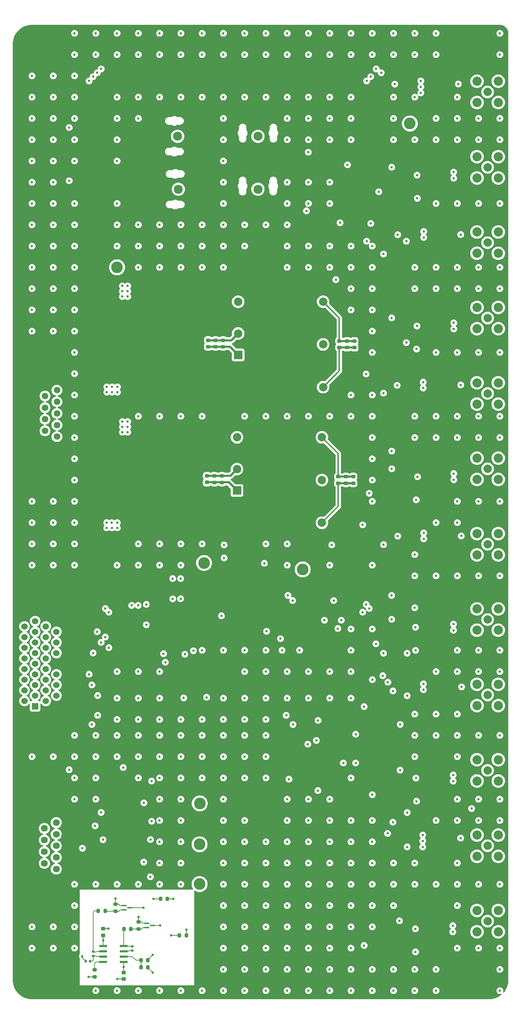
<source format=gbr>
%TF.GenerationSoftware,KiCad,Pcbnew,8.0.6*%
%TF.CreationDate,2025-05-14T12:37:58-04:00*%
%TF.ProjectId,TPC_Warm_Shaper,5450435f-5761-4726-9d5f-536861706572,rev?*%
%TF.SameCoordinates,Original*%
%TF.FileFunction,Copper,L10,Bot*%
%TF.FilePolarity,Positive*%
%FSLAX46Y46*%
G04 Gerber Fmt 4.6, Leading zero omitted, Abs format (unit mm)*
G04 Created by KiCad (PCBNEW 8.0.6) date 2025-05-14 12:37:58*
%MOMM*%
%LPD*%
G01*
G04 APERTURE LIST*
G04 Aperture macros list*
%AMRoundRect*
0 Rectangle with rounded corners*
0 $1 Rounding radius*
0 $2 $3 $4 $5 $6 $7 $8 $9 X,Y pos of 4 corners*
0 Add a 4 corners polygon primitive as box body*
4,1,4,$2,$3,$4,$5,$6,$7,$8,$9,$2,$3,0*
0 Add four circle primitives for the rounded corners*
1,1,$1+$1,$2,$3*
1,1,$1+$1,$4,$5*
1,1,$1+$1,$6,$7*
1,1,$1+$1,$8,$9*
0 Add four rect primitives between the rounded corners*
20,1,$1+$1,$2,$3,$4,$5,0*
20,1,$1+$1,$4,$5,$6,$7,0*
20,1,$1+$1,$6,$7,$8,$9,0*
20,1,$1+$1,$8,$9,$2,$3,0*%
G04 Aperture macros list end*
%TA.AperFunction,ComponentPad*%
%ADD10C,2.006600*%
%TD*%
%TA.AperFunction,ComponentPad*%
%ADD11C,2.209800*%
%TD*%
%TA.AperFunction,ComponentPad*%
%ADD12C,2.800000*%
%TD*%
%TA.AperFunction,ComponentPad*%
%ADD13C,1.635000*%
%TD*%
%TA.AperFunction,ComponentPad*%
%ADD14C,4.216000*%
%TD*%
%TA.AperFunction,ComponentPad*%
%ADD15C,2.159000*%
%TD*%
%TA.AperFunction,ComponentPad*%
%ADD16R,2.000000X2.000000*%
%TD*%
%TA.AperFunction,ComponentPad*%
%ADD17C,2.000000*%
%TD*%
%TA.AperFunction,ComponentPad*%
%ADD18C,1.560000*%
%TD*%
%TA.AperFunction,ComponentPad*%
%ADD19C,6.400000*%
%TD*%
%TA.AperFunction,ComponentPad*%
%ADD20C,4.000000*%
%TD*%
%TA.AperFunction,ComponentPad*%
%ADD21R,1.530000X1.530000*%
%TD*%
%TA.AperFunction,ComponentPad*%
%ADD22C,1.530000*%
%TD*%
%TA.AperFunction,SMDPad,CuDef*%
%ADD23RoundRect,0.200000X0.275000X-0.200000X0.275000X0.200000X-0.275000X0.200000X-0.275000X-0.200000X0*%
%TD*%
%TA.AperFunction,SMDPad,CuDef*%
%ADD24RoundRect,0.200000X-0.275000X0.200000X-0.275000X-0.200000X0.275000X-0.200000X0.275000X0.200000X0*%
%TD*%
%TA.AperFunction,SMDPad,CuDef*%
%ADD25RoundRect,0.200000X-0.200000X-0.275000X0.200000X-0.275000X0.200000X0.275000X-0.200000X0.275000X0*%
%TD*%
%TA.AperFunction,SMDPad,CuDef*%
%ADD26R,1.981200X0.558800*%
%TD*%
%TA.AperFunction,SMDPad,CuDef*%
%ADD27RoundRect,0.225000X0.250000X-0.225000X0.250000X0.225000X-0.250000X0.225000X-0.250000X-0.225000X0*%
%TD*%
%TA.AperFunction,SMDPad,CuDef*%
%ADD28R,1.161200X0.350800*%
%TD*%
%TA.AperFunction,SMDPad,CuDef*%
%ADD29RoundRect,0.135000X0.185000X-0.135000X0.185000X0.135000X-0.185000X0.135000X-0.185000X-0.135000X0*%
%TD*%
%TA.AperFunction,SMDPad,CuDef*%
%ADD30RoundRect,0.200000X0.200000X0.275000X-0.200000X0.275000X-0.200000X-0.275000X0.200000X-0.275000X0*%
%TD*%
%TA.AperFunction,SMDPad,CuDef*%
%ADD31RoundRect,0.135000X-0.135000X-0.185000X0.135000X-0.185000X0.135000X0.185000X-0.135000X0.185000X0*%
%TD*%
%TA.AperFunction,ViaPad*%
%ADD32C,0.600000*%
%TD*%
%TA.AperFunction,Conductor*%
%ADD33C,0.500000*%
%TD*%
%TA.AperFunction,Conductor*%
%ADD34C,0.300000*%
%TD*%
%TA.AperFunction,Conductor*%
%ADD35C,0.200000*%
%TD*%
G04 APERTURE END LIST*
D10*
%TO.P,J14,1,SIGNAL*%
%TO.N,/P_SHPR_6*%
X225680000Y-229544999D03*
D11*
%TO.P,J14,2,GND*%
%TO.N,/PM3p3V_RTN*%
X228220000Y-227004999D03*
%TO.P,J14,3,GND*%
X223140000Y-227004999D03*
%TO.P,J14,4,GND*%
X223140000Y-232084999D03*
%TO.P,J14,5,GND*%
X228220000Y-232084999D03*
%TD*%
D10*
%TO.P,J13,1,SIGNAL*%
%TO.N,/M_SHPR_6*%
X225680000Y-247544999D03*
D11*
%TO.P,J13,2,GND*%
%TO.N,/PM3p3V_RTN*%
X228220000Y-245004999D03*
%TO.P,J13,3,GND*%
X223140000Y-245004999D03*
%TO.P,J13,4,GND*%
X223140000Y-250084999D03*
%TO.P,J13,5,GND*%
X228220000Y-250084999D03*
%TD*%
D10*
%TO.P,J12,1,SIGNAL*%
%TO.N,/P_SHPR_5*%
X225680000Y-193544999D03*
D11*
%TO.P,J12,2,GND*%
%TO.N,/PM3p3V_RTN*%
X228220000Y-191004999D03*
%TO.P,J12,3,GND*%
X223140000Y-191004999D03*
%TO.P,J12,4,GND*%
X223140000Y-196084999D03*
%TO.P,J12,5,GND*%
X228220000Y-196084999D03*
%TD*%
D10*
%TO.P,J11,1,SIGNAL*%
%TO.N,/M_SHPR_5*%
X225680000Y-211544999D03*
D11*
%TO.P,J11,2,GND*%
%TO.N,/PM3p3V_RTN*%
X228220000Y-209004999D03*
%TO.P,J11,3,GND*%
X223140000Y-209004999D03*
%TO.P,J11,4,GND*%
X223140000Y-214084999D03*
%TO.P,J11,5,GND*%
X228220000Y-214084999D03*
%TD*%
D10*
%TO.P,J10,1,SIGNAL*%
%TO.N,/P_SHPR_4*%
X225680000Y-157544999D03*
D11*
%TO.P,J10,2,GND*%
%TO.N,/PM3p3V_RTN*%
X228220000Y-155004999D03*
%TO.P,J10,3,GND*%
X223140000Y-155004999D03*
%TO.P,J10,4,GND*%
X223140000Y-160084999D03*
%TO.P,J10,5,GND*%
X228220000Y-160084999D03*
%TD*%
D10*
%TO.P,J9,1,SIGNAL*%
%TO.N,/M_SHPR_4*%
X225680000Y-175544999D03*
D11*
%TO.P,J9,2,GND*%
%TO.N,/PM3p3V_RTN*%
X228220000Y-173004999D03*
%TO.P,J9,3,GND*%
X223140000Y-173004999D03*
%TO.P,J9,4,GND*%
X223140000Y-178084999D03*
%TO.P,J9,5,GND*%
X228220000Y-178084999D03*
%TD*%
D10*
%TO.P,J8,1,SIGNAL*%
%TO.N,/P_SHPR_3*%
X225680000Y-121544999D03*
D11*
%TO.P,J8,2,GND*%
%TO.N,/PM3p3V_RTN*%
X228220000Y-119004999D03*
%TO.P,J8,3,GND*%
X223140000Y-119004999D03*
%TO.P,J8,4,GND*%
X223140000Y-124084999D03*
%TO.P,J8,5,GND*%
X228220000Y-124084999D03*
%TD*%
D10*
%TO.P,J7,1,SIGNAL*%
%TO.N,/M_SHPR_3*%
X225680000Y-139544999D03*
D11*
%TO.P,J7,2,GND*%
%TO.N,/PM3p3V_RTN*%
X228220000Y-137004999D03*
%TO.P,J7,3,GND*%
X223140000Y-137004999D03*
%TO.P,J7,4,GND*%
X223140000Y-142084999D03*
%TO.P,J7,5,GND*%
X228220000Y-142084999D03*
%TD*%
D10*
%TO.P,J6,1,SIGNAL*%
%TO.N,/P_SHPR_2*%
X225680000Y-85544999D03*
D11*
%TO.P,J6,2,GND*%
%TO.N,/PM3p3V_RTN*%
X228220000Y-83004999D03*
%TO.P,J6,3,GND*%
X223140000Y-83004999D03*
%TO.P,J6,4,GND*%
X223140000Y-88084999D03*
%TO.P,J6,5,GND*%
X228220000Y-88084999D03*
%TD*%
D10*
%TO.P,J5,1,SIGNAL*%
%TO.N,/M_SHPR_2*%
X225680000Y-103544999D03*
D11*
%TO.P,J5,2,GND*%
%TO.N,/PM3p3V_RTN*%
X228220000Y-101004999D03*
%TO.P,J5,3,GND*%
X223140000Y-101004999D03*
%TO.P,J5,4,GND*%
X223140000Y-106084999D03*
%TO.P,J5,5,GND*%
X228220000Y-106084999D03*
%TD*%
D10*
%TO.P,J4,1,SIGNAL*%
%TO.N,/P_SHPR_1*%
X225680000Y-49544999D03*
D11*
%TO.P,J4,2,GND*%
%TO.N,/PM3p3V_RTN*%
X228220000Y-47004999D03*
%TO.P,J4,3,GND*%
X223140000Y-47004999D03*
%TO.P,J4,4,GND*%
X223140000Y-52084999D03*
%TO.P,J4,5,GND*%
X228220000Y-52084999D03*
%TD*%
D10*
%TO.P,J3,1,SIGNAL*%
%TO.N,/M_SHPR_1*%
X225680000Y-67544999D03*
D11*
%TO.P,J3,2,GND*%
%TO.N,/PM3p3V_RTN*%
X228220000Y-65004999D03*
%TO.P,J3,3,GND*%
X223140000Y-65004999D03*
%TO.P,J3,4,GND*%
X223140000Y-70084999D03*
%TO.P,J3,5,GND*%
X228220000Y-70084999D03*
%TD*%
D12*
%TO.P,SEC_{RTN},1,1*%
%TO.N,/V_SEC_RTN*%
X181508400Y-163576000D03*
%TD*%
%TO.P,TELEM_{-5V},1,1*%
%TO.N,/TELEM_M5V*%
X156870400Y-238709200D03*
%TD*%
D13*
%TO.P,J15,1*%
%TO.N,/TELEM_RTN*%
X122640000Y-235115000D03*
%TO.P,J15,2*%
X122640000Y-232345000D03*
%TO.P,J15,3*%
%TO.N,unconnected-(J15-Pad3)*%
X122640000Y-229575000D03*
%TO.P,J15,4*%
%TO.N,/TELEM_RTN*%
X122640000Y-226805000D03*
%TO.P,J15,5*%
X122640000Y-224035000D03*
%TO.P,J15,6*%
%TO.N,/TELEM_M5V*%
X119800000Y-233730000D03*
%TO.P,J15,7*%
X119800000Y-230960000D03*
%TO.P,J15,8*%
%TO.N,/TELEM_P5V*%
X119800000Y-228190000D03*
%TO.P,J15,9*%
X119800000Y-225420000D03*
D14*
%TO.P,J15,S1*%
%TO.N,GNDPWR*%
X121220000Y-217075000D03*
%TO.P,J15,S2*%
X121220000Y-242075000D03*
%TD*%
D15*
%TO.P,P4,1,1*%
%TO.N,Net-(M2-Pad3)*%
X170830000Y-60150000D03*
%TD*%
D12*
%TO.P,TELEM_{RTN},1,1*%
%TO.N,/TELEM_RTN*%
X156870400Y-229209600D03*
%TD*%
%TO.P,TELEM_{RTN},1,1*%
%TO.N,/TELEM_RTN*%
X207111600Y-57099200D03*
%TD*%
D16*
%TO.P,U1,1,+VIN*%
%TO.N,Net-(U1-+VIN)*%
X166080000Y-112340000D03*
D17*
%TO.P,U1,2,-VIN*%
%TO.N,Net-(U1--VIN)*%
X166080000Y-107240000D03*
%TO.P,U1,3,+VOUT*%
%TO.N,/P3p3V*%
X186380000Y-120040000D03*
%TO.P,U1,4,TRIM*%
%TO.N,unconnected-(U1-TRIM-Pad4)*%
X186380000Y-109840000D03*
%TO.P,U1,5,-VOUT*%
%TO.N,/PM3p3V_RTN*%
X186380000Y-99640000D03*
%TO.P,U1,6,REMOTE*%
%TO.N,/Main_CKT/Enable*%
X166080000Y-99640000D03*
%TD*%
D12*
%TO.P,SEC_{RTN},1,1*%
%TO.N,/V_SEC_RTN*%
X137160000Y-91440000D03*
%TD*%
%TO.P,V_{EN},1,1*%
%TO.N,/Main_CKT/Enable*%
X157940000Y-162040000D03*
%TD*%
D18*
%TO.P,J2,1*%
%TO.N,/V_SEC_RTN*%
X122790000Y-120780000D03*
%TO.P,J2,2*%
X122790000Y-123550000D03*
%TO.P,J2,3*%
%TO.N,unconnected-(J2-Pad3)*%
X122790000Y-126320000D03*
%TO.P,J2,4*%
%TO.N,/V_SEC_RTN*%
X122790000Y-129090000D03*
%TO.P,J2,5*%
X122790000Y-131860000D03*
%TO.P,J2,6*%
%TO.N,/V_SEC_IN*%
X119950000Y-122165000D03*
%TO.P,J2,7*%
X119950000Y-124935000D03*
%TO.P,J2,8*%
X119950000Y-127705000D03*
%TO.P,J2,9*%
X119950000Y-130475000D03*
D14*
%TO.P,J2,S1*%
%TO.N,GNDPWR*%
X121370000Y-113820000D03*
%TO.P,J2,S2*%
X121370000Y-138820000D03*
%TD*%
D19*
%TO.P,H7,1,1*%
%TO.N,GNDPWR*%
X123000000Y-261620000D03*
%TD*%
%TO.P,H5,1,1*%
%TO.N,GNDPWR*%
X119380000Y-38000000D03*
%TD*%
D12*
%TO.P,TELEM_{+5V},1,1*%
%TO.N,/TELEM_P5V*%
X156921200Y-219456000D03*
%TD*%
D19*
%TO.P,H1,1,1*%
%TO.N,GNDPWR*%
X220000000Y-38000000D03*
%TD*%
D16*
%TO.P,U2,1,+VIN*%
%TO.N,Net-(U2-+VIN)*%
X165807500Y-144730000D03*
D17*
%TO.P,U2,2,-VIN*%
%TO.N,Net-(U2--VIN)*%
X165807500Y-139630000D03*
%TO.P,U2,3,+VOUT*%
%TO.N,/PM3p3V_RTN*%
X186107500Y-152430000D03*
%TO.P,U2,4,TRIM*%
%TO.N,unconnected-(U2-TRIM-Pad4)*%
X186107500Y-142230000D03*
%TO.P,U2,5,-VOUT*%
%TO.N,/M3p3V*%
X186107500Y-132030000D03*
%TO.P,U2,6,REMOTE*%
%TO.N,/Main_CKT/Enable*%
X165807500Y-132030000D03*
%TD*%
D19*
%TO.P,H2,1,1*%
%TO.N,GNDPWR*%
X171500000Y-90000000D03*
%TD*%
D15*
%TO.P,P1,1,1*%
%TO.N,Net-(P1-Pad1)*%
X151810600Y-72790000D03*
%TD*%
D19*
%TO.P,H4,1,1*%
%TO.N,GNDPWR*%
X220000000Y-261620000D03*
%TD*%
%TO.P,H3,1,1*%
%TO.N,GNDPWR*%
X171500000Y-220000000D03*
%TD*%
D15*
%TO.P,P2,1,1*%
%TO.N,Net-(M1-Pad3)*%
X170809800Y-72790000D03*
%TD*%
%TO.P,P3,1,1*%
%TO.N,Net-(P3-Pad1)*%
X151620000Y-60148000D03*
%TD*%
D20*
%TO.P,J1,0,PAD*%
%TO.N,GNDPWR*%
X118098000Y-171909500D03*
X118098000Y-200230500D03*
D21*
%TO.P,J1,1,1*%
%TO.N,/i_Sense_6-*%
X117590000Y-196230000D03*
D22*
%TO.P,J1,2,2*%
%TO.N,/TELEM_RTN*%
X115050000Y-194960000D03*
%TO.P,J1,3,3*%
%TO.N,/i_Sense_6+*%
X117590000Y-193690000D03*
%TO.P,J1,4,4*%
%TO.N,/TELEM_RTN*%
X115050000Y-192420000D03*
%TO.P,J1,5,5*%
%TO.N,/i_Sense_5-*%
X117590000Y-191150000D03*
%TO.P,J1,6,6*%
%TO.N,/TELEM_RTN*%
X115050000Y-189880000D03*
%TO.P,J1,7,7*%
%TO.N,/i_Sense_5+*%
X117590000Y-188610000D03*
%TO.P,J1,8,8*%
%TO.N,/TELEM_RTN*%
X115050000Y-187340000D03*
%TO.P,J1,9,9*%
X115050000Y-184800000D03*
%TO.P,J1,10,10*%
%TO.N,/i_Sense_4+*%
X117590000Y-183530000D03*
%TO.P,J1,11,11*%
%TO.N,/TELEM_RTN*%
X115050000Y-182260000D03*
%TO.P,J1,12,12*%
%TO.N,/i_Sense_3-*%
X117590000Y-180990000D03*
%TO.P,J1,13,13*%
%TO.N,/TELEM_RTN*%
X115050000Y-179720000D03*
%TO.P,J1,14,14*%
%TO.N,/i_Sense_3+*%
X117590000Y-178450000D03*
%TO.P,J1,15,15*%
%TO.N,/TELEM_RTN*%
X115050000Y-177180000D03*
%TO.P,J1,16,16*%
%TO.N,/Enable+*%
X117590000Y-175910000D03*
%TO.P,J1,17,17*%
%TO.N,/TELEM_RTN*%
X120130000Y-194960000D03*
%TO.P,J1,18,18*%
%TO.N,/P3p3V_MON*%
X122670000Y-193690000D03*
%TO.P,J1,19,19*%
%TO.N,/TELEM_RTN*%
X120130000Y-192420000D03*
%TO.P,J1,20,20*%
%TO.N,/M3p3V_MON*%
X122670000Y-191150000D03*
%TO.P,J1,21,21*%
%TO.N,/TEMP_MON*%
X120130000Y-189880000D03*
%TO.P,J1,22,22*%
%TO.N,/i_Sense_2-*%
X122670000Y-188610000D03*
%TO.P,J1,23,23*%
%TO.N,/TELEM_RTN*%
X120130000Y-187340000D03*
%TO.P,J1,24,24*%
%TO.N,/i_Sense_4-*%
X117590000Y-186070000D03*
%TO.P,J1,25,25*%
%TO.N,/TELEM_RTN*%
X120130000Y-184800000D03*
%TO.P,J1,26,26*%
%TO.N,/i_Sense_2+*%
X122670000Y-183530000D03*
%TO.P,J1,27,27*%
%TO.N,/TELEM_RTN*%
X120130000Y-182260000D03*
%TO.P,J1,28,28*%
%TO.N,/i_Sense_1-*%
X122670000Y-180990000D03*
%TO.P,J1,29,29*%
%TO.N,/TELEM_RTN*%
X120130000Y-179720000D03*
%TO.P,J1,30,30*%
%TO.N,/Enable-*%
X120130000Y-177180000D03*
%TO.P,J1,31,31*%
%TO.N,/i_Sense_1+*%
X122670000Y-178450000D03*
%TD*%
D23*
%TO.P,R53,1*%
%TO.N,/TELEM_RTN*%
X131776200Y-260860000D03*
%TO.P,R53,2*%
%TO.N,Net-(U16B-+INB)*%
X131776200Y-259210000D03*
%TD*%
D24*
%TO.P,R42,1*%
%TO.N,/TELEM_RTN*%
X142316199Y-247759999D03*
%TO.P,R42,2*%
%TO.N,Net-(M3-Pad1)*%
X142316199Y-249409999D03*
%TD*%
D25*
%TO.P,R43,1*%
%TO.N,Net-(LED1-Pad2)*%
X152071199Y-250924999D03*
%TO.P,R43,2*%
%TO.N,/TELEM_P5V*%
X153721199Y-250924999D03*
%TD*%
D26*
%TO.P,U16,1,A_OUT*%
%TO.N,Net-(U16A-A_OUT)*%
X138730000Y-253470000D03*
%TO.P,U16,2,-INA*%
%TO.N,Net-(U16A--INA)*%
X138730000Y-254740000D03*
%TO.P,U16,3,+INA*%
%TO.N,Net-(U16A-+INA)*%
X138730000Y-256010000D03*
%TO.P,U16,4,VSS*%
%TO.N,/TELEM_M5V*%
X138730000Y-257280000D03*
%TO.P,U16,5,+INB*%
%TO.N,Net-(U16B-+INB)*%
X133802400Y-257280000D03*
%TO.P,U16,6,-INB*%
%TO.N,Net-(U16B--INB)*%
X133802400Y-256010000D03*
%TO.P,U16,7,B_OUT*%
%TO.N,Net-(U16B-B_OUT)*%
X133802400Y-254740000D03*
%TO.P,U16,8,VCC*%
%TO.N,/TELEM_P5V*%
X133802400Y-253470000D03*
%TD*%
D27*
%TO.P,C7,1*%
%TO.N,/P3p3V*%
X193860000Y-110595000D03*
%TO.P,C7,2*%
%TO.N,/PM3p3V_RTN*%
X193860000Y-109045000D03*
%TD*%
%TO.P,C13,1*%
%TO.N,/PM3p3V_RTN*%
X191817500Y-142985000D03*
%TO.P,C13,2*%
%TO.N,/M3p3V*%
X191817500Y-141435000D03*
%TD*%
%TO.P,C3,1*%
%TO.N,Net-(U1-+VIN)*%
X160690000Y-110405000D03*
%TO.P,C3,2*%
%TO.N,Net-(U1--VIN)*%
X160690000Y-108855000D03*
%TD*%
%TO.P,C9,1*%
%TO.N,Net-(U2-+VIN)*%
X162217500Y-142795000D03*
%TO.P,C9,2*%
%TO.N,Net-(U2--VIN)*%
X162217500Y-141245000D03*
%TD*%
%TO.P,C8,1*%
%TO.N,/TELEM_P5V*%
X133796200Y-250930000D03*
%TO.P,C8,2*%
%TO.N,/TELEM_RTN*%
X133796200Y-249380000D03*
%TD*%
%TO.P,C4,1*%
%TO.N,Net-(U1-+VIN)*%
X158910000Y-110395000D03*
%TO.P,C4,2*%
%TO.N,Net-(U1--VIN)*%
X158910000Y-108845000D03*
%TD*%
%TO.P,C12,1*%
%TO.N,/PM3p3V_RTN*%
X189987500Y-142985000D03*
%TO.P,C12,2*%
%TO.N,/M3p3V*%
X189987500Y-141435000D03*
%TD*%
%TO.P,C15,1*%
%TO.N,/TELEM_RTN*%
X138746200Y-261380000D03*
%TO.P,C15,2*%
%TO.N,/TELEM_M5V*%
X138746200Y-259830000D03*
%TD*%
%TO.P,C11,1*%
%TO.N,Net-(U2-+VIN)*%
X158637500Y-142785000D03*
%TO.P,C11,2*%
%TO.N,Net-(U2--VIN)*%
X158637500Y-141235000D03*
%TD*%
D25*
%TO.P,R32,1*%
%TO.N,Net-(U16A-+INA)*%
X142871200Y-256885000D03*
%TO.P,R32,2*%
%TO.N,/TELEM_P5V*%
X144521200Y-256885000D03*
%TD*%
%TO.P,R41,1*%
%TO.N,Net-(U16A-A_OUT)*%
X138791199Y-249404999D03*
%TO.P,R41,2*%
%TO.N,Net-(M3-Pad1)*%
X140441199Y-249404999D03*
%TD*%
%TO.P,R44,1*%
%TO.N,Net-(U16B-B_OUT)*%
X132661200Y-245155000D03*
%TO.P,R44,2*%
%TO.N,Net-(M4-Pad1)*%
X134311200Y-245155000D03*
%TD*%
D28*
%TO.P,M3,1,1*%
%TO.N,Net-(M3-Pad1)*%
X144271199Y-249094998D03*
%TO.P,M3,2,2*%
%TO.N,/TELEM_RTN*%
X144271199Y-248095000D03*
%TO.P,M3,3,3*%
%TO.N,Net-(LED1-Pad1)*%
X145621199Y-248594999D03*
%TD*%
D25*
%TO.P,R50,1*%
%TO.N,Net-(LED2-Pad2)*%
X147521200Y-242225000D03*
%TO.P,R50,2*%
%TO.N,/TELEM_P5V*%
X149171200Y-242225000D03*
%TD*%
D24*
%TO.P,R49,1*%
%TO.N,/TELEM_RTN*%
X136786200Y-243530000D03*
%TO.P,R49,2*%
%TO.N,Net-(M4-Pad1)*%
X136786200Y-245180000D03*
%TD*%
D28*
%TO.P,M4,1,1*%
%TO.N,Net-(M4-Pad1)*%
X138791200Y-244844999D03*
%TO.P,M4,2,2*%
%TO.N,/TELEM_RTN*%
X138791200Y-243845001D03*
%TO.P,M4,3,3*%
%TO.N,Net-(LED2-Pad1)*%
X140141200Y-244345000D03*
%TD*%
D27*
%TO.P,C2,1*%
%TO.N,Net-(U1-+VIN)*%
X162490000Y-110405000D03*
%TO.P,C2,2*%
%TO.N,Net-(U1--VIN)*%
X162490000Y-108855000D03*
%TD*%
%TO.P,C14,1*%
%TO.N,/PM3p3V_RTN*%
X193587500Y-142985000D03*
%TO.P,C14,2*%
%TO.N,/M3p3V*%
X193587500Y-141435000D03*
%TD*%
D29*
%TO.P,R40,1*%
%TO.N,Net-(U16A--INA)*%
X140796200Y-254585000D03*
%TO.P,R40,2*%
%TO.N,Net-(U16A-A_OUT)*%
X140796200Y-253565000D03*
%TD*%
D30*
%TO.P,R39,1*%
%TO.N,/TELEM_RTN*%
X144521200Y-258595000D03*
%TO.P,R39,2*%
%TO.N,Net-(U16A-+INA)*%
X142871200Y-258595000D03*
%TD*%
D31*
%TO.P,R52,1*%
%TO.N,/TELEM_M5V*%
X129706200Y-257095000D03*
%TO.P,R52,2*%
%TO.N,Net-(U16B--INB)*%
X130726200Y-257095000D03*
%TD*%
D27*
%TO.P,C6,1*%
%TO.N,/P3p3V*%
X192090000Y-110595000D03*
%TO.P,C6,2*%
%TO.N,/PM3p3V_RTN*%
X192090000Y-109045000D03*
%TD*%
D29*
%TO.P,R51,1*%
%TO.N,Net-(U16B--INB)*%
X131456200Y-255885000D03*
%TO.P,R51,2*%
%TO.N,Net-(U16B-B_OUT)*%
X131456200Y-254865000D03*
%TD*%
D27*
%TO.P,C5,1*%
%TO.N,/P3p3V*%
X190260000Y-110595000D03*
%TO.P,C5,2*%
%TO.N,/PM3p3V_RTN*%
X190260000Y-109045000D03*
%TD*%
%TO.P,C10,1*%
%TO.N,Net-(U2-+VIN)*%
X160417500Y-142795000D03*
%TO.P,C10,2*%
%TO.N,Net-(U2--VIN)*%
X160417500Y-141245000D03*
%TD*%
D32*
%TO.N,/P3p3V*%
X206470000Y-183600000D03*
X200810000Y-121490000D03*
X206470000Y-193730000D03*
X200810000Y-183600000D03*
X209720000Y-49789999D03*
X206480000Y-221620000D03*
X200810000Y-157650000D03*
X210180000Y-229844999D03*
X206470000Y-229850000D03*
X200810000Y-88260000D03*
%TO.N,/PM3p3V_RTN*%
X188446000Y-157730000D03*
X189426000Y-94380000D03*
X221860000Y-220670000D03*
%TO.N,GNDPWR*%
X184796000Y-94380000D03*
X183886000Y-157730000D03*
%TO.N,/V_SEC_RTN*%
X187960000Y-40640000D03*
X218440000Y-152400000D03*
X121920000Y-66040000D03*
X127000000Y-147320000D03*
X147320000Y-81280000D03*
X157480000Y-157480000D03*
X213360000Y-60960000D03*
X121920000Y-152400000D03*
X139700000Y-129540000D03*
X187960000Y-35560000D03*
X116840000Y-152400000D03*
X127000000Y-45720000D03*
X167640000Y-50800000D03*
X138430000Y-98425000D03*
X127000000Y-50800000D03*
X177800000Y-157480000D03*
X223520000Y-111760000D03*
X142240000Y-55880000D03*
X121920000Y-162560000D03*
X182880000Y-86360000D03*
X127000000Y-60960000D03*
X162560000Y-60960000D03*
X208280000Y-40640000D03*
X228600000Y-147320000D03*
X198120000Y-101600000D03*
X172720000Y-50800000D03*
X116840000Y-81280000D03*
X150460000Y-165750000D03*
X198120000Y-162560000D03*
X142240000Y-35560000D03*
X116840000Y-96520000D03*
X198120000Y-121920000D03*
X198120000Y-91440000D03*
X213360000Y-96520000D03*
X228600000Y-165100000D03*
X223520000Y-55880000D03*
X127000000Y-106680000D03*
X139700000Y-130810000D03*
X147320000Y-50800000D03*
X127000000Y-40640000D03*
X228600000Y-35560000D03*
X223520000Y-147320000D03*
X162560000Y-81280000D03*
X193040000Y-40640000D03*
X116840000Y-86360000D03*
X132080000Y-40640000D03*
X182880000Y-40640000D03*
X116840000Y-71120000D03*
X147320000Y-86360000D03*
X177800000Y-76200000D03*
X228600000Y-60960000D03*
X116840000Y-91440000D03*
X152400000Y-157480000D03*
X203200000Y-55880000D03*
X213360000Y-55880000D03*
X182880000Y-60960000D03*
X208280000Y-96520000D03*
X139700000Y-98425000D03*
X198120000Y-106680000D03*
X187960000Y-76200000D03*
X121920000Y-81280000D03*
X132080000Y-35560000D03*
X213360000Y-165100000D03*
X228600000Y-132080000D03*
X137160000Y-81280000D03*
X198120000Y-35560000D03*
X203200000Y-40640000D03*
X193040000Y-35560000D03*
X213360000Y-152400000D03*
X193040000Y-86360000D03*
X218440000Y-165100000D03*
X193040000Y-121920000D03*
X162560000Y-50800000D03*
X208280000Y-132080000D03*
X203200000Y-35560000D03*
X152400000Y-86360000D03*
X127000000Y-157480000D03*
X218440000Y-127000000D03*
X223520000Y-96520000D03*
X193040000Y-55880000D03*
X157480000Y-127000000D03*
X172720000Y-40640000D03*
X208280000Y-127000000D03*
X157480000Y-35560000D03*
X177800000Y-86360000D03*
X121920000Y-76200000D03*
X138430000Y-130810000D03*
X218440000Y-76200000D03*
X127000000Y-127000000D03*
X147320000Y-162560000D03*
X193040000Y-101600000D03*
X121920000Y-71120000D03*
X198120000Y-142240000D03*
X121920000Y-101600000D03*
X177800000Y-35560000D03*
X152400000Y-40640000D03*
X218440000Y-132080000D03*
X127000000Y-96520000D03*
X167640000Y-81280000D03*
X147320000Y-35560000D03*
X157480000Y-86360000D03*
X198120000Y-96520000D03*
X127000000Y-91440000D03*
X223520000Y-127000000D03*
X228600000Y-55880000D03*
X142240000Y-91440000D03*
X127000000Y-111760000D03*
X193040000Y-127000000D03*
X187960000Y-55880000D03*
X172360000Y-162120000D03*
X198120000Y-86360000D03*
X127000000Y-137160000D03*
X142240000Y-162560000D03*
X138430000Y-128270000D03*
X137160000Y-162560000D03*
X137160000Y-35560000D03*
X193040000Y-96520000D03*
X138430000Y-97155000D03*
X142240000Y-81280000D03*
X177800000Y-60960000D03*
X142240000Y-50800000D03*
X162560000Y-66040000D03*
X127000000Y-132080000D03*
X172720000Y-127000000D03*
X208280000Y-91440000D03*
X152400000Y-162560000D03*
X142240000Y-127000000D03*
X203200000Y-50800000D03*
X223520000Y-76200000D03*
X218440000Y-111760000D03*
X223520000Y-165100000D03*
X127000000Y-86360000D03*
X127000000Y-66040000D03*
X121920000Y-106680000D03*
X198120000Y-137160000D03*
X167640000Y-127000000D03*
X177800000Y-60960000D03*
X142240000Y-86360000D03*
X147320000Y-91440000D03*
X152400000Y-81280000D03*
X228600000Y-111760000D03*
X172720000Y-35560000D03*
X218440000Y-91440000D03*
X127000000Y-101600000D03*
X152400000Y-35560000D03*
X116840000Y-50800000D03*
X218440000Y-60960000D03*
X177800000Y-91440000D03*
X187960000Y-60960000D03*
X193040000Y-60960000D03*
X198120000Y-111760000D03*
X152400000Y-127000000D03*
X223520000Y-132080000D03*
X137160000Y-55880000D03*
X127000000Y-121920000D03*
X152400000Y-91440000D03*
X182880000Y-35560000D03*
X147320000Y-157480000D03*
X127000000Y-116840000D03*
X127000000Y-35560000D03*
X218440000Y-55880000D03*
X182880000Y-76200000D03*
X142240000Y-40640000D03*
X177800000Y-55880000D03*
X137160000Y-60960000D03*
X187960000Y-127000000D03*
X208280000Y-165100000D03*
X187960000Y-71120000D03*
X193040000Y-50800000D03*
X152400000Y-50800000D03*
X228600000Y-76200000D03*
X157480000Y-40640000D03*
X213360000Y-111760000D03*
X116840000Y-45720000D03*
X121920000Y-60960000D03*
X218440000Y-50800000D03*
X116840000Y-60960000D03*
X198120000Y-121920000D03*
X228600000Y-96520000D03*
X121920000Y-86360000D03*
X198120000Y-132080000D03*
X203200000Y-60960000D03*
X139700000Y-128270000D03*
X223520000Y-91440000D03*
X172720000Y-157480000D03*
X218440000Y-147320000D03*
X121920000Y-91440000D03*
X228600000Y-91440000D03*
X138430000Y-129540000D03*
X162560000Y-76200000D03*
X187960000Y-50800000D03*
X177800000Y-50800000D03*
X121920000Y-55880000D03*
X116840000Y-76200000D03*
X147320000Y-40640000D03*
X139700000Y-95885000D03*
X182880000Y-50800000D03*
X162560000Y-35560000D03*
X162560000Y-86360000D03*
X147320000Y-127000000D03*
X152350000Y-165770000D03*
X137160000Y-86360000D03*
X198120000Y-127000000D03*
X139700000Y-97155000D03*
X182880000Y-55880000D03*
X182880000Y-127000000D03*
X177800000Y-40640000D03*
X162560000Y-71120000D03*
X187960000Y-86360000D03*
X127000000Y-55880000D03*
X116840000Y-101600000D03*
X167640000Y-86360000D03*
X177800000Y-81280000D03*
X127000000Y-142240000D03*
X127000000Y-76200000D03*
X157480000Y-81280000D03*
X121920000Y-147320000D03*
X157480000Y-50800000D03*
X137160000Y-66040000D03*
X137160000Y-40640000D03*
X138430000Y-95885000D03*
X182880000Y-91440000D03*
X208280000Y-50800000D03*
X121920000Y-50800000D03*
X127000000Y-81280000D03*
X213360000Y-132080000D03*
X213360000Y-76200000D03*
X187960000Y-91440000D03*
X162560000Y-55880000D03*
X223520000Y-60960000D03*
X121920000Y-96520000D03*
X218440000Y-96520000D03*
X121920000Y-45720000D03*
X228600000Y-40640000D03*
X198120000Y-40640000D03*
X193040000Y-91440000D03*
X121920000Y-157480000D03*
X116840000Y-106680000D03*
X116840000Y-66040000D03*
X213360000Y-40640000D03*
X213360000Y-91440000D03*
X157480000Y-91440000D03*
X116840000Y-55880000D03*
X127000000Y-152400000D03*
X177800000Y-127000000D03*
X177800000Y-162560000D03*
X162560000Y-91440000D03*
X142240000Y-157480000D03*
X228600000Y-127000000D03*
X213360000Y-127000000D03*
X208280000Y-160020000D03*
X116840000Y-162560000D03*
X116840000Y-157480000D03*
X167640000Y-35560000D03*
X162560000Y-40640000D03*
X137160000Y-50800000D03*
X198120000Y-147320000D03*
X137160000Y-76200000D03*
X213360000Y-35560000D03*
X177800000Y-71120000D03*
X187960000Y-162560000D03*
X127000000Y-162560000D03*
X182880000Y-71120000D03*
X208280000Y-35560000D03*
X172720000Y-81280000D03*
X116840000Y-147320000D03*
X167640000Y-40640000D03*
X208280000Y-60960000D03*
%TO.N,/M3p3V*%
X177980000Y-169790000D03*
X202750000Y-169790000D03*
X204800000Y-200580000D03*
X202770000Y-103530000D03*
X204620000Y-247480000D03*
X204770000Y-211500000D03*
X202760000Y-139540000D03*
X202760000Y-175480000D03*
X202770000Y-135310000D03*
X202770000Y-67540000D03*
%TO.N,/V_SEC_IN*%
X134720000Y-121250000D03*
X134682500Y-153660000D03*
X134682500Y-152390000D03*
X137260000Y-119980000D03*
X135990000Y-121250000D03*
X137222500Y-153660000D03*
X135952500Y-153660000D03*
X135990000Y-119980000D03*
X135902500Y-152390000D03*
X134720000Y-119980000D03*
X137260000Y-121250000D03*
X137222500Y-152390000D03*
%TO.N,/TELEM_RTN*%
X145130000Y-236970000D03*
X228600000Y-223520000D03*
X182880000Y-218440000D03*
X198120000Y-233680000D03*
X142240000Y-203200000D03*
X218440000Y-223520000D03*
X198120000Y-243840000D03*
X219470000Y-191614999D03*
X121920000Y-208280000D03*
X217570000Y-68694999D03*
X218440000Y-198120000D03*
X228600000Y-254000000D03*
X136786200Y-242165000D03*
X145140000Y-228080000D03*
X167640000Y-248920000D03*
X208280000Y-172720000D03*
X147320000Y-203200000D03*
X187960000Y-233680000D03*
X157480000Y-203200000D03*
X157480000Y-182880000D03*
X208280000Y-259080000D03*
X203200000Y-264160000D03*
X176580000Y-182880000D03*
X167640000Y-259080000D03*
X193040000Y-259080000D03*
X127000000Y-248920000D03*
X182880000Y-233680000D03*
X152400000Y-238760000D03*
X193040000Y-254000000D03*
X223520000Y-254000000D03*
X132080000Y-218440000D03*
X218440000Y-187960000D03*
X167640000Y-228600000D03*
X213360000Y-203200000D03*
X172720000Y-254000000D03*
X193040000Y-177800000D03*
X142240000Y-208280000D03*
X147320000Y-187960000D03*
X182880000Y-238760000D03*
X132080000Y-264160000D03*
X198120000Y-223520000D03*
X147320000Y-203200000D03*
X172720000Y-233680000D03*
X208570000Y-213394999D03*
X187960000Y-187960000D03*
X177800000Y-243840000D03*
X162560000Y-228600000D03*
X203200000Y-233680000D03*
X217600000Y-104689999D03*
X213360000Y-259080000D03*
X162560000Y-223520000D03*
X130376200Y-260865000D03*
X167640000Y-182880000D03*
X198120000Y-259080000D03*
X127000000Y-213360000D03*
X213360000Y-198120000D03*
X223520000Y-182880000D03*
X147320000Y-199390000D03*
X228600000Y-238760000D03*
X198120000Y-177800000D03*
X209730000Y-48339999D03*
X147320000Y-218440000D03*
X137160000Y-199390000D03*
X172720000Y-259080000D03*
X172720000Y-187960000D03*
X210290000Y-120254999D03*
X152400000Y-223520000D03*
X223520000Y-203200000D03*
X187960000Y-259080000D03*
X203200000Y-238760000D03*
X218440000Y-243840000D03*
X162560000Y-233680000D03*
X148695476Y-185749999D03*
X157480000Y-213360000D03*
X127000000Y-208280000D03*
X177800000Y-254000000D03*
X208470000Y-182894999D03*
X176190000Y-180100000D03*
X162560000Y-238760000D03*
X213360000Y-223520000D03*
X187960000Y-228600000D03*
X157480000Y-199390000D03*
X116840000Y-208280000D03*
X217450000Y-212659999D03*
X208460000Y-177384999D03*
X182880000Y-254000000D03*
X127000000Y-218440000D03*
X208280000Y-203200000D03*
X121920000Y-254000000D03*
X152400000Y-199390000D03*
X193040000Y-248920000D03*
X167640000Y-194310000D03*
X223520000Y-223520000D03*
X127000000Y-238760000D03*
X203200000Y-243840000D03*
X172720000Y-208280000D03*
X177800000Y-228600000D03*
X204198000Y-155624999D03*
X185180000Y-199630000D03*
X219270000Y-119534999D03*
X210420000Y-84289999D03*
X152400000Y-213360000D03*
X147320000Y-213360000D03*
X147320000Y-194310000D03*
X167640000Y-213360000D03*
X193040000Y-187960000D03*
X167640000Y-208280000D03*
X172720000Y-213360000D03*
X132080000Y-238760000D03*
X182880000Y-243840000D03*
X172720000Y-243840000D03*
X148265476Y-183690000D03*
X218680000Y-47664999D03*
X162560000Y-248920000D03*
X157480000Y-264160000D03*
X182880000Y-194310000D03*
X147320000Y-194310000D03*
X162560000Y-208280000D03*
X198120000Y-238760000D03*
X208890000Y-74959999D03*
X172720000Y-238760000D03*
X116840000Y-254000000D03*
X177800000Y-259080000D03*
X167640000Y-238760000D03*
X217370000Y-248649999D03*
X182720000Y-205310000D03*
X187960000Y-254000000D03*
X201780000Y-226610000D03*
X187960000Y-243840000D03*
X193040000Y-223520000D03*
X218440000Y-208280000D03*
X142240000Y-264160000D03*
X208820000Y-105434999D03*
X182880000Y-264160000D03*
X172720000Y-203200000D03*
X147320000Y-199390000D03*
X208700000Y-110954999D03*
X204070000Y-119619999D03*
X147320000Y-228600000D03*
X147320000Y-233680000D03*
X182850000Y-63940000D03*
X210340000Y-192284999D03*
X210190000Y-228394999D03*
X167640000Y-264160000D03*
X177800000Y-238760000D03*
X218440000Y-203200000D03*
X187960000Y-223520000D03*
X177800000Y-248920000D03*
X167640000Y-203200000D03*
X162560000Y-182880000D03*
X172720000Y-199390000D03*
X162560000Y-264160000D03*
X142240000Y-238760000D03*
X167640000Y-187960000D03*
X152350000Y-170580000D03*
X172720000Y-264160000D03*
X219230000Y-227724999D03*
X150470000Y-170610000D03*
X142316200Y-246515000D03*
X208460000Y-254914999D03*
X208280000Y-264160000D03*
X218440000Y-233680000D03*
X133820000Y-228120000D03*
X153075476Y-194250000D03*
X127000000Y-203200000D03*
X152400000Y-208280000D03*
X182880000Y-187960000D03*
X213360000Y-264160000D03*
X187960000Y-218440000D03*
X218440000Y-182880000D03*
X162560000Y-213360000D03*
X127000000Y-243840000D03*
X193040000Y-228600000D03*
X187960000Y-248920000D03*
X147320000Y-223520000D03*
X208710000Y-218930000D03*
X152400000Y-233680000D03*
X177800000Y-233680000D03*
X187960000Y-194310000D03*
X208280000Y-238760000D03*
X147320000Y-238760000D03*
X172720000Y-228600000D03*
X172720000Y-182880000D03*
X162560000Y-199390000D03*
X167640000Y-233680000D03*
X217530000Y-176629999D03*
X167640000Y-223520000D03*
X142240000Y-199390000D03*
X198120000Y-228600000D03*
X193040000Y-194310000D03*
X162560000Y-199390000D03*
X157480000Y-208280000D03*
X198120000Y-264160000D03*
X208280000Y-233680000D03*
X162560000Y-243840000D03*
X208280000Y-208280000D03*
X187960000Y-264160000D03*
X167640000Y-243840000D03*
X193040000Y-264160000D03*
X219390000Y-155574999D03*
X121920000Y-248920000D03*
X210418000Y-156259999D03*
X213360000Y-238760000D03*
X167640000Y-254000000D03*
X213360000Y-187960000D03*
X177800000Y-187960000D03*
X162560000Y-254000000D03*
X142240000Y-187960000D03*
X162560000Y-218440000D03*
X228600000Y-264160000D03*
X152400000Y-218440000D03*
X218440000Y-218440000D03*
X167640000Y-199390000D03*
X162560000Y-259080000D03*
X172720000Y-194310000D03*
X152400000Y-228600000D03*
X218440000Y-254000000D03*
X208280000Y-198120000D03*
X193040000Y-238760000D03*
X228600000Y-182880000D03*
X135116200Y-249380000D03*
X128880000Y-230150000D03*
X218440000Y-238760000D03*
X198120000Y-248920000D03*
X177800000Y-264160000D03*
X177800000Y-223520000D03*
X193040000Y-243840000D03*
X177800000Y-218440000D03*
X208620000Y-146964999D03*
X182390000Y-77960000D03*
X190730000Y-175700000D03*
X182880000Y-223520000D03*
X223520000Y-218440000D03*
X223520000Y-238760000D03*
X152400000Y-264160000D03*
X147320000Y-208280000D03*
X132080000Y-203200000D03*
X217600000Y-140689999D03*
X194160000Y-209790000D03*
X193040000Y-233680000D03*
X137226200Y-261375000D03*
X223520000Y-187960000D03*
X137160000Y-238760000D03*
X204200000Y-83654999D03*
X145420000Y-214110000D03*
X203200000Y-259080000D03*
X177800000Y-194310000D03*
X162560000Y-194310000D03*
X193040000Y-182880000D03*
X208440000Y-249394999D03*
X228600000Y-218440000D03*
X137160000Y-208280000D03*
X137160000Y-187960000D03*
X182880000Y-228600000D03*
X208940000Y-141439999D03*
X137160000Y-203200000D03*
X142240000Y-213360000D03*
X138640000Y-210880000D03*
X145666200Y-259885000D03*
X201840000Y-190500000D03*
X182880000Y-248920000D03*
X137160000Y-194310000D03*
X152400000Y-203200000D03*
X132080000Y-213360000D03*
X228600000Y-203200000D03*
X228600000Y-187960000D03*
X147320000Y-187960000D03*
X127000000Y-254000000D03*
X116840000Y-248920000D03*
X172720000Y-248920000D03*
X147320000Y-264160000D03*
X194160000Y-202930000D03*
X132080000Y-208280000D03*
X203510000Y-47704999D03*
X142240000Y-194310000D03*
X228600000Y-259080000D03*
X131910000Y-224810000D03*
X145430000Y-223710000D03*
X182880000Y-259080000D03*
X185140000Y-216380000D03*
X219260000Y-83619999D03*
X172870000Y-178340000D03*
X155405476Y-182990000D03*
X208835000Y-69429999D03*
X132080000Y-203200000D03*
X187960000Y-238760000D03*
X162560000Y-203200000D03*
X193040000Y-213360000D03*
X137160000Y-264160000D03*
X140660000Y-172170000D03*
%TO.N,/i_Sense_1+*%
X200260000Y-44990000D03*
X132420000Y-44970000D03*
X132420000Y-178460000D03*
%TO.N,/i_Sense_2+*%
X131450000Y-45910000D03*
X197760000Y-80950000D03*
X131450000Y-183540000D03*
X197760000Y-45910000D03*
%TO.N,/TELEM_P5V*%
X133350000Y-221600000D03*
X150576200Y-242235000D03*
X125720000Y-211410000D03*
X158560000Y-194110000D03*
X125730000Y-70770000D03*
X186700000Y-175700000D03*
X125730000Y-58070000D03*
X145666200Y-255625000D03*
X162110000Y-174650000D03*
X153716200Y-249575000D03*
X133796200Y-252115000D03*
%TO.N,/TELEM_M5V*%
X128880000Y-255940000D03*
X180770000Y-182880000D03*
X138730000Y-258515000D03*
%TO.N,/i_Sense_3+*%
X144150000Y-176790000D03*
X196660000Y-116920000D03*
X144150000Y-171930000D03*
X196670000Y-171930000D03*
%TO.N,/i_Sense_4+*%
X195830000Y-173800000D03*
X195830000Y-152930000D03*
X135200000Y-173800000D03*
X135200000Y-182270000D03*
%TO.N,/i_Sense_5+*%
X200640000Y-188950000D03*
%TO.N,/i_Sense_6+*%
X203050000Y-223930000D03*
X203080000Y-192590000D03*
%TO.N,/i_Sense_1-*%
X199670000Y-73400000D03*
X133360000Y-181010000D03*
X133357380Y-44063928D03*
X199060000Y-44070000D03*
%TO.N,/i_Sense_2-*%
X206270000Y-85190000D03*
X196790000Y-85190000D03*
X130470000Y-188620000D03*
X206274999Y-109404999D03*
X196790000Y-46940000D03*
X130470000Y-46940000D03*
%TO.N,/i_Sense_3-*%
X134350000Y-179710000D03*
X197410000Y-172910000D03*
X134360000Y-172920000D03*
X197410000Y-145404999D03*
%TO.N,/i_Sense_4-*%
X199010000Y-181350000D03*
%TO.N,/i_Sense_5-*%
X198140000Y-189900000D03*
X198130000Y-217370000D03*
%TO.N,/i_Sense_6-*%
X196180000Y-253370000D03*
X196180000Y-196340000D03*
%TO.N,Net-(U17A-A_OUT)*%
X179120000Y-171010000D03*
X190440000Y-80790000D03*
X188910000Y-171020000D03*
%TO.N,Net-(U17B-B_OUT)*%
X192210000Y-66960000D03*
X189890000Y-177690000D03*
%TO.N,/TELEM_P3p3V*%
X210418000Y-154859999D03*
X210340000Y-190884999D03*
X210190000Y-226994999D03*
X217380000Y-250119999D03*
X210290000Y-118854999D03*
X217460000Y-214129999D03*
X209730000Y-46939999D03*
X142210000Y-172150000D03*
X217610000Y-142159999D03*
X217610000Y-106159999D03*
X153375476Y-183820000D03*
X184780000Y-204410000D03*
X143570000Y-219300000D03*
X217540000Y-178099999D03*
X217580000Y-70164999D03*
X210420000Y-82889999D03*
%TO.N,/TELEM_M3p3V*%
X143530000Y-233450000D03*
X191210000Y-209790000D03*
%TO.N,Net-(LED1-Pad2)*%
X150106199Y-250914999D03*
%TO.N,Net-(LED1-Pad1)*%
X147476199Y-248594999D03*
%TO.N,Net-(LED2-Pad1)*%
X143486200Y-244345000D03*
%TO.N,Net-(LED2-Pad2)*%
X145836200Y-242255000D03*
%TO.N,/Main_CKT/Enable*%
X162740000Y-157720000D03*
X162740000Y-160850000D03*
%TO.N,/P3p3V_MON*%
X132530000Y-198410000D03*
X132530000Y-193700000D03*
X178230000Y-213670000D03*
X177570000Y-198410000D03*
%TO.N,/M3p3V_MON*%
X179200000Y-200600000D03*
X131149881Y-200600833D03*
X131150000Y-191160000D03*
%TD*%
D33*
%TO.N,Net-(U1--VIN)*%
X164475000Y-108845000D02*
X166080000Y-107240000D01*
X158910000Y-108845000D02*
X164475000Y-108845000D01*
%TO.N,Net-(U1-+VIN)*%
X158910000Y-110395000D02*
X164135000Y-110395000D01*
X164135000Y-110395000D02*
X166080000Y-112340000D01*
D34*
%TO.N,/P3p3V*%
X190260000Y-116160000D02*
X190260000Y-110595000D01*
X186380000Y-120040000D02*
X190260000Y-116160000D01*
D33*
X190260000Y-110595000D02*
X193860000Y-110595000D01*
D34*
%TO.N,/PM3p3V_RTN*%
X186107500Y-152430000D02*
X189987500Y-148550000D01*
D33*
X189987500Y-142985000D02*
X193587500Y-142985000D01*
X190260000Y-109045000D02*
X193860000Y-109045000D01*
D34*
X186380000Y-99640000D02*
X190260000Y-103520000D01*
X190260000Y-103520000D02*
X190260000Y-109045000D01*
D33*
X189987500Y-142985000D02*
X193587500Y-142985000D01*
D34*
X189987500Y-148550000D02*
X189987500Y-142985000D01*
D33*
X189987500Y-142985000D02*
X193587500Y-142985000D01*
%TO.N,Net-(U2-+VIN)*%
X158637500Y-142785000D02*
X163862500Y-142785000D01*
X163862500Y-142785000D02*
X165807500Y-144730000D01*
%TO.N,Net-(U2--VIN)*%
X158637500Y-141235000D02*
X164202500Y-141235000D01*
X164202500Y-141235000D02*
X165807500Y-139630000D01*
%TO.N,/M3p3V*%
X189987500Y-141435000D02*
X193587500Y-141435000D01*
D34*
X186107500Y-132030000D02*
X189987500Y-135910000D01*
D33*
X189987500Y-141435000D02*
X193587500Y-141435000D01*
X189987500Y-141435000D02*
X193587500Y-141435000D01*
D34*
X189987500Y-135910000D02*
X189987500Y-141435000D01*
D35*
%TO.N,/TELEM_RTN*%
X138791200Y-243845001D02*
X137896201Y-243845001D01*
X133796200Y-249380000D02*
X135116200Y-249380000D01*
X138746200Y-261380000D02*
X137231200Y-261380000D01*
X144521200Y-258595000D02*
X144521200Y-258740000D01*
X144521200Y-258740000D02*
X145666200Y-259885000D01*
X137581200Y-243530000D02*
X136786200Y-243530000D01*
X137231200Y-261380000D02*
X137226200Y-261375000D01*
X143356200Y-248095000D02*
X143021199Y-247759999D01*
X142316199Y-247759999D02*
X142316199Y-246504999D01*
X143021199Y-247759999D02*
X142316199Y-247759999D01*
X144271199Y-248095000D02*
X143356200Y-248095000D01*
X137896201Y-243845001D02*
X137581200Y-243530000D01*
X136786200Y-243530000D02*
X136786200Y-242165000D01*
X131776200Y-260860000D02*
X130381200Y-260860000D01*
X130381200Y-260860000D02*
X130376200Y-260865000D01*
%TO.N,/TELEM_P5V*%
X133802400Y-253470000D02*
X133802400Y-252121200D01*
X133796200Y-252115000D02*
X133796200Y-250930000D01*
X150566200Y-242225000D02*
X150576200Y-242235000D01*
X144521200Y-256885000D02*
X144521200Y-256770000D01*
X153721199Y-250924999D02*
X153721199Y-249579999D01*
X153721199Y-249579999D02*
X153716200Y-249575000D01*
X149171200Y-242225000D02*
X150566200Y-242225000D01*
X144521200Y-256770000D02*
X145666200Y-255625000D01*
X133802400Y-252121200D02*
X133796200Y-252115000D01*
%TO.N,/TELEM_M5V*%
X138730000Y-259813800D02*
X138746200Y-259830000D01*
X128880000Y-256268800D02*
X129706200Y-257095000D01*
X138730000Y-258515000D02*
X138730000Y-259813800D01*
X138730000Y-257280000D02*
X138730000Y-258515000D01*
X128880000Y-255940000D02*
X128880000Y-256268800D01*
%TO.N,Net-(LED1-Pad2)*%
X150116199Y-250924999D02*
X150106199Y-250914999D01*
X152071199Y-250924999D02*
X150116199Y-250924999D01*
%TO.N,Net-(LED1-Pad1)*%
X145621199Y-248594999D02*
X147476199Y-248594999D01*
%TO.N,Net-(LED2-Pad1)*%
X140141200Y-244345000D02*
X143486200Y-244345000D01*
%TO.N,Net-(LED2-Pad2)*%
X147521200Y-242225000D02*
X145866200Y-242225000D01*
X145866200Y-242225000D02*
X145836200Y-242255000D01*
%TO.N,Net-(M3-Pad1)*%
X143021199Y-249409999D02*
X142316199Y-249409999D01*
X142311199Y-249404999D02*
X142316199Y-249409999D01*
X144271199Y-249094998D02*
X143336200Y-249094998D01*
X140441199Y-249404999D02*
X142311199Y-249404999D01*
X143336200Y-249094998D02*
X143021199Y-249409999D01*
%TO.N,Net-(M4-Pad1)*%
X137946201Y-244844999D02*
X137611200Y-245180000D01*
X138791200Y-244844999D02*
X137946201Y-244844999D01*
X136786200Y-245180000D02*
X134336200Y-245180000D01*
X134336200Y-245180000D02*
X134311200Y-245155000D01*
X137611200Y-245180000D02*
X136786200Y-245180000D01*
%TO.N,Net-(U16A-+INA)*%
X140801200Y-256010000D02*
X138730000Y-256010000D01*
X141676200Y-256885000D02*
X140801200Y-256010000D01*
X142871200Y-256885000D02*
X141676200Y-256885000D01*
X142871200Y-258595000D02*
X142871200Y-256885000D01*
%TO.N,Net-(U16A--INA)*%
X139996200Y-254585000D02*
X140796200Y-254585000D01*
X139841200Y-254740000D02*
X139996200Y-254585000D01*
X138730000Y-254740000D02*
X139841200Y-254740000D01*
%TO.N,Net-(U16A-A_OUT)*%
X140046200Y-253565000D02*
X140796200Y-253565000D01*
X138730000Y-253470000D02*
X138730000Y-249466198D01*
X139951200Y-253470000D02*
X140046200Y-253565000D01*
X138730000Y-249466198D02*
X138791199Y-249404999D01*
X138730000Y-253470000D02*
X139951200Y-253470000D01*
%TO.N,Net-(U16B-B_OUT)*%
X131746200Y-245155000D02*
X132661200Y-245155000D01*
X131456200Y-245445000D02*
X131746200Y-245155000D01*
X131486200Y-254895000D02*
X131456200Y-254865000D01*
X132166200Y-254895000D02*
X131486200Y-254895000D01*
X133802400Y-254740000D02*
X132321200Y-254740000D01*
X131456200Y-254865000D02*
X131456200Y-245445000D01*
X132321200Y-254740000D02*
X132166200Y-254895000D01*
%TO.N,Net-(U16B--INB)*%
X132156200Y-255855000D02*
X131486200Y-255855000D01*
X131486200Y-255855000D02*
X131456200Y-255885000D01*
X132311200Y-256010000D02*
X132156200Y-255855000D01*
X130726200Y-257095000D02*
X131216200Y-257095000D01*
X133802400Y-256010000D02*
X132311200Y-256010000D01*
X131216200Y-257095000D02*
X131456200Y-256855000D01*
X131456200Y-256855000D02*
X131456200Y-255885000D01*
%TO.N,Net-(U16B-+INB)*%
X131776200Y-257615000D02*
X132111200Y-257280000D01*
X131776200Y-259210000D02*
X131776200Y-257615000D01*
X132111200Y-257280000D02*
X133802400Y-257280000D01*
%TD*%
%TA.AperFunction,Conductor*%
%TO.N,GNDPWR*%
G36*
X228604042Y-33520765D02*
G01*
X228626774Y-33522254D01*
X228858114Y-33537417D01*
X228874172Y-33539532D01*
X229119888Y-33588408D01*
X229135554Y-33592606D01*
X229286736Y-33643925D01*
X229372788Y-33673136D01*
X229387765Y-33679339D01*
X229605336Y-33786633D01*
X229612460Y-33790146D01*
X229626508Y-33798256D01*
X229834815Y-33937443D01*
X229847679Y-33947314D01*
X230036033Y-34112497D01*
X230047502Y-34123966D01*
X230212685Y-34312320D01*
X230222558Y-34325186D01*
X230240468Y-34351991D01*
X230361743Y-34533492D01*
X230369853Y-34547539D01*
X230480657Y-34772227D01*
X230486864Y-34787213D01*
X230567393Y-35024445D01*
X230571591Y-35040111D01*
X230620465Y-35285813D01*
X230622583Y-35301895D01*
X230639235Y-35555956D01*
X230639500Y-35564066D01*
X230639500Y-261617293D01*
X230639382Y-261622702D01*
X230622310Y-262013723D01*
X230621367Y-262024500D01*
X230570634Y-262409848D01*
X230568756Y-262420501D01*
X230484628Y-262799978D01*
X230481828Y-262810427D01*
X230364949Y-263181120D01*
X230361249Y-263191285D01*
X230212507Y-263550381D01*
X230207935Y-263560185D01*
X230028465Y-263904942D01*
X230023057Y-263914310D01*
X229814213Y-264242130D01*
X229808008Y-264250991D01*
X229571394Y-264559353D01*
X229564443Y-264567637D01*
X229553313Y-264579784D01*
X229493510Y-264615914D01*
X229423667Y-264613977D01*
X229365959Y-264574587D01*
X229338708Y-264510250D01*
X229344847Y-264455059D01*
X229385366Y-264339262D01*
X229385369Y-264339249D01*
X229405565Y-264160003D01*
X229405565Y-264159996D01*
X229385369Y-263980750D01*
X229385368Y-263980745D01*
X229325788Y-263810476D01*
X229229815Y-263657737D01*
X229102262Y-263530184D01*
X228949523Y-263434211D01*
X228779254Y-263374631D01*
X228779249Y-263374630D01*
X228600004Y-263354435D01*
X228599996Y-263354435D01*
X228420750Y-263374630D01*
X228420745Y-263374631D01*
X228250476Y-263434211D01*
X228097737Y-263530184D01*
X227970184Y-263657737D01*
X227874211Y-263810476D01*
X227814631Y-263980745D01*
X227814630Y-263980750D01*
X227794435Y-264159996D01*
X227794435Y-264160003D01*
X227814630Y-264339249D01*
X227814631Y-264339254D01*
X227874211Y-264509523D01*
X227970184Y-264662262D01*
X228097738Y-264789816D01*
X228250478Y-264885789D01*
X228304943Y-264904847D01*
X228420745Y-264945368D01*
X228420750Y-264945369D01*
X228599996Y-264965565D01*
X228600000Y-264965565D01*
X228600004Y-264965565D01*
X228779249Y-264945369D01*
X228779251Y-264945368D01*
X228779255Y-264945368D01*
X228779258Y-264945366D01*
X228779262Y-264945366D01*
X228895059Y-264904847D01*
X228964838Y-264901285D01*
X229025465Y-264936013D01*
X229057693Y-264998007D01*
X229051288Y-265067582D01*
X229019784Y-265113313D01*
X229007637Y-265124443D01*
X228999353Y-265131394D01*
X228690991Y-265368008D01*
X228682130Y-265374213D01*
X228354310Y-265583057D01*
X228344942Y-265588465D01*
X228000185Y-265767935D01*
X227990381Y-265772507D01*
X227631285Y-265921249D01*
X227621120Y-265924949D01*
X227250427Y-266041828D01*
X227239978Y-266044628D01*
X226860501Y-266128756D01*
X226849848Y-266130634D01*
X226464500Y-266181367D01*
X226453723Y-266182310D01*
X226062703Y-266199382D01*
X226057294Y-266199500D01*
X116842706Y-266199500D01*
X116837297Y-266199382D01*
X116446276Y-266182310D01*
X116435501Y-266181367D01*
X116346792Y-266169688D01*
X116050151Y-266130634D01*
X116039498Y-266128756D01*
X115660021Y-266044628D01*
X115649572Y-266041828D01*
X115278879Y-265924949D01*
X115268714Y-265921249D01*
X114909618Y-265772507D01*
X114899814Y-265767935D01*
X114555057Y-265588465D01*
X114545689Y-265583057D01*
X114217869Y-265374213D01*
X114209008Y-265368008D01*
X113900646Y-265131394D01*
X113892359Y-265124440D01*
X113605795Y-264861853D01*
X113598146Y-264854204D01*
X113335559Y-264567640D01*
X113328605Y-264559353D01*
X113091991Y-264250991D01*
X113085786Y-264242130D01*
X113033461Y-264159996D01*
X131274435Y-264159996D01*
X131274435Y-264160003D01*
X131294630Y-264339249D01*
X131294631Y-264339254D01*
X131354211Y-264509523D01*
X131450184Y-264662262D01*
X131577738Y-264789816D01*
X131730478Y-264885789D01*
X131784943Y-264904847D01*
X131900745Y-264945368D01*
X131900750Y-264945369D01*
X132079996Y-264965565D01*
X132080000Y-264965565D01*
X132080004Y-264965565D01*
X132259249Y-264945369D01*
X132259252Y-264945368D01*
X132259255Y-264945368D01*
X132429522Y-264885789D01*
X132582262Y-264789816D01*
X132709816Y-264662262D01*
X132805789Y-264509522D01*
X132865368Y-264339255D01*
X132875797Y-264246693D01*
X132885565Y-264160003D01*
X132885565Y-264159996D01*
X136354435Y-264159996D01*
X136354435Y-264160003D01*
X136374630Y-264339249D01*
X136374631Y-264339254D01*
X136434211Y-264509523D01*
X136530184Y-264662262D01*
X136657738Y-264789816D01*
X136810478Y-264885789D01*
X136864943Y-264904847D01*
X136980745Y-264945368D01*
X136980750Y-264945369D01*
X137159996Y-264965565D01*
X137160000Y-264965565D01*
X137160004Y-264965565D01*
X137339249Y-264945369D01*
X137339252Y-264945368D01*
X137339255Y-264945368D01*
X137509522Y-264885789D01*
X137662262Y-264789816D01*
X137789816Y-264662262D01*
X137885789Y-264509522D01*
X137945368Y-264339255D01*
X137955797Y-264246693D01*
X137965565Y-264160003D01*
X137965565Y-264159996D01*
X141434435Y-264159996D01*
X141434435Y-264160003D01*
X141454630Y-264339249D01*
X141454631Y-264339254D01*
X141514211Y-264509523D01*
X141610184Y-264662262D01*
X141737738Y-264789816D01*
X141890478Y-264885789D01*
X141944943Y-264904847D01*
X142060745Y-264945368D01*
X142060750Y-264945369D01*
X142239996Y-264965565D01*
X142240000Y-264965565D01*
X142240004Y-264965565D01*
X142419249Y-264945369D01*
X142419252Y-264945368D01*
X142419255Y-264945368D01*
X142589522Y-264885789D01*
X142742262Y-264789816D01*
X142869816Y-264662262D01*
X142965789Y-264509522D01*
X143025368Y-264339255D01*
X143035797Y-264246693D01*
X143045565Y-264160003D01*
X143045565Y-264159996D01*
X146514435Y-264159996D01*
X146514435Y-264160003D01*
X146534630Y-264339249D01*
X146534631Y-264339254D01*
X146594211Y-264509523D01*
X146690184Y-264662262D01*
X146817738Y-264789816D01*
X146970478Y-264885789D01*
X147024943Y-264904847D01*
X147140745Y-264945368D01*
X147140750Y-264945369D01*
X147319996Y-264965565D01*
X147320000Y-264965565D01*
X147320004Y-264965565D01*
X147499249Y-264945369D01*
X147499252Y-264945368D01*
X147499255Y-264945368D01*
X147669522Y-264885789D01*
X147822262Y-264789816D01*
X147949816Y-264662262D01*
X148045789Y-264509522D01*
X148105368Y-264339255D01*
X148115797Y-264246693D01*
X148125565Y-264160003D01*
X148125565Y-264159996D01*
X151594435Y-264159996D01*
X151594435Y-264160003D01*
X151614630Y-264339249D01*
X151614631Y-264339254D01*
X151674211Y-264509523D01*
X151770184Y-264662262D01*
X151897738Y-264789816D01*
X152050478Y-264885789D01*
X152104943Y-264904847D01*
X152220745Y-264945368D01*
X152220750Y-264945369D01*
X152399996Y-264965565D01*
X152400000Y-264965565D01*
X152400004Y-264965565D01*
X152579249Y-264945369D01*
X152579252Y-264945368D01*
X152579255Y-264945368D01*
X152749522Y-264885789D01*
X152902262Y-264789816D01*
X153029816Y-264662262D01*
X153125789Y-264509522D01*
X153185368Y-264339255D01*
X153195797Y-264246693D01*
X153205565Y-264160003D01*
X153205565Y-264159996D01*
X156674435Y-264159996D01*
X156674435Y-264160003D01*
X156694630Y-264339249D01*
X156694631Y-264339254D01*
X156754211Y-264509523D01*
X156850184Y-264662262D01*
X156977738Y-264789816D01*
X157130478Y-264885789D01*
X157184943Y-264904847D01*
X157300745Y-264945368D01*
X157300750Y-264945369D01*
X157479996Y-264965565D01*
X157480000Y-264965565D01*
X157480004Y-264965565D01*
X157659249Y-264945369D01*
X157659252Y-264945368D01*
X157659255Y-264945368D01*
X157829522Y-264885789D01*
X157982262Y-264789816D01*
X158109816Y-264662262D01*
X158205789Y-264509522D01*
X158265368Y-264339255D01*
X158275797Y-264246693D01*
X158285565Y-264160003D01*
X158285565Y-264159996D01*
X161754435Y-264159996D01*
X161754435Y-264160003D01*
X161774630Y-264339249D01*
X161774631Y-264339254D01*
X161834211Y-264509523D01*
X161930184Y-264662262D01*
X162057738Y-264789816D01*
X162210478Y-264885789D01*
X162264943Y-264904847D01*
X162380745Y-264945368D01*
X162380750Y-264945369D01*
X162559996Y-264965565D01*
X162560000Y-264965565D01*
X162560004Y-264965565D01*
X162739249Y-264945369D01*
X162739252Y-264945368D01*
X162739255Y-264945368D01*
X162909522Y-264885789D01*
X163062262Y-264789816D01*
X163189816Y-264662262D01*
X163285789Y-264509522D01*
X163345368Y-264339255D01*
X163355797Y-264246693D01*
X163365565Y-264160003D01*
X163365565Y-264159996D01*
X166834435Y-264159996D01*
X166834435Y-264160003D01*
X166854630Y-264339249D01*
X166854631Y-264339254D01*
X166914211Y-264509523D01*
X167010184Y-264662262D01*
X167137738Y-264789816D01*
X167290478Y-264885789D01*
X167344943Y-264904847D01*
X167460745Y-264945368D01*
X167460750Y-264945369D01*
X167639996Y-264965565D01*
X167640000Y-264965565D01*
X167640004Y-264965565D01*
X167819249Y-264945369D01*
X167819252Y-264945368D01*
X167819255Y-264945368D01*
X167989522Y-264885789D01*
X168142262Y-264789816D01*
X168269816Y-264662262D01*
X168365789Y-264509522D01*
X168425368Y-264339255D01*
X168435797Y-264246693D01*
X168445565Y-264160003D01*
X168445565Y-264159996D01*
X171914435Y-264159996D01*
X171914435Y-264160003D01*
X171934630Y-264339249D01*
X171934631Y-264339254D01*
X171994211Y-264509523D01*
X172090184Y-264662262D01*
X172217738Y-264789816D01*
X172370478Y-264885789D01*
X172424943Y-264904847D01*
X172540745Y-264945368D01*
X172540750Y-264945369D01*
X172719996Y-264965565D01*
X172720000Y-264965565D01*
X172720004Y-264965565D01*
X172899249Y-264945369D01*
X172899252Y-264945368D01*
X172899255Y-264945368D01*
X173069522Y-264885789D01*
X173222262Y-264789816D01*
X173349816Y-264662262D01*
X173445789Y-264509522D01*
X173505368Y-264339255D01*
X173515797Y-264246693D01*
X173525565Y-264160003D01*
X173525565Y-264159996D01*
X176994435Y-264159996D01*
X176994435Y-264160003D01*
X177014630Y-264339249D01*
X177014631Y-264339254D01*
X177074211Y-264509523D01*
X177170184Y-264662262D01*
X177297738Y-264789816D01*
X177450478Y-264885789D01*
X177504943Y-264904847D01*
X177620745Y-264945368D01*
X177620750Y-264945369D01*
X177799996Y-264965565D01*
X177800000Y-264965565D01*
X177800004Y-264965565D01*
X177979249Y-264945369D01*
X177979252Y-264945368D01*
X177979255Y-264945368D01*
X178149522Y-264885789D01*
X178302262Y-264789816D01*
X178429816Y-264662262D01*
X178525789Y-264509522D01*
X178585368Y-264339255D01*
X178595797Y-264246693D01*
X178605565Y-264160003D01*
X178605565Y-264159996D01*
X182074435Y-264159996D01*
X182074435Y-264160003D01*
X182094630Y-264339249D01*
X182094631Y-264339254D01*
X182154211Y-264509523D01*
X182250184Y-264662262D01*
X182377738Y-264789816D01*
X182530478Y-264885789D01*
X182584943Y-264904847D01*
X182700745Y-264945368D01*
X182700750Y-264945369D01*
X182879996Y-264965565D01*
X182880000Y-264965565D01*
X182880004Y-264965565D01*
X183059249Y-264945369D01*
X183059252Y-264945368D01*
X183059255Y-264945368D01*
X183229522Y-264885789D01*
X183382262Y-264789816D01*
X183509816Y-264662262D01*
X183605789Y-264509522D01*
X183665368Y-264339255D01*
X183675797Y-264246693D01*
X183685565Y-264160003D01*
X183685565Y-264159996D01*
X187154435Y-264159996D01*
X187154435Y-264160003D01*
X187174630Y-264339249D01*
X187174631Y-264339254D01*
X187234211Y-264509523D01*
X187330184Y-264662262D01*
X187457738Y-264789816D01*
X187610478Y-264885789D01*
X187664943Y-264904847D01*
X187780745Y-264945368D01*
X187780750Y-264945369D01*
X187959996Y-264965565D01*
X187960000Y-264965565D01*
X187960004Y-264965565D01*
X188139249Y-264945369D01*
X188139252Y-264945368D01*
X188139255Y-264945368D01*
X188309522Y-264885789D01*
X188462262Y-264789816D01*
X188589816Y-264662262D01*
X188685789Y-264509522D01*
X188745368Y-264339255D01*
X188755797Y-264246693D01*
X188765565Y-264160003D01*
X188765565Y-264159996D01*
X192234435Y-264159996D01*
X192234435Y-264160003D01*
X192254630Y-264339249D01*
X192254631Y-264339254D01*
X192314211Y-264509523D01*
X192410184Y-264662262D01*
X192537738Y-264789816D01*
X192690478Y-264885789D01*
X192744943Y-264904847D01*
X192860745Y-264945368D01*
X192860750Y-264945369D01*
X193039996Y-264965565D01*
X193040000Y-264965565D01*
X193040004Y-264965565D01*
X193219249Y-264945369D01*
X193219252Y-264945368D01*
X193219255Y-264945368D01*
X193389522Y-264885789D01*
X193542262Y-264789816D01*
X193669816Y-264662262D01*
X193765789Y-264509522D01*
X193825368Y-264339255D01*
X193835797Y-264246693D01*
X193845565Y-264160003D01*
X193845565Y-264159996D01*
X197314435Y-264159996D01*
X197314435Y-264160003D01*
X197334630Y-264339249D01*
X197334631Y-264339254D01*
X197394211Y-264509523D01*
X197490184Y-264662262D01*
X197617738Y-264789816D01*
X197770478Y-264885789D01*
X197824943Y-264904847D01*
X197940745Y-264945368D01*
X197940750Y-264945369D01*
X198119996Y-264965565D01*
X198120000Y-264965565D01*
X198120004Y-264965565D01*
X198299249Y-264945369D01*
X198299252Y-264945368D01*
X198299255Y-264945368D01*
X198469522Y-264885789D01*
X198622262Y-264789816D01*
X198749816Y-264662262D01*
X198845789Y-264509522D01*
X198905368Y-264339255D01*
X198915797Y-264246693D01*
X198925565Y-264160003D01*
X198925565Y-264159996D01*
X202394435Y-264159996D01*
X202394435Y-264160003D01*
X202414630Y-264339249D01*
X202414631Y-264339254D01*
X202474211Y-264509523D01*
X202570184Y-264662262D01*
X202697738Y-264789816D01*
X202850478Y-264885789D01*
X202904943Y-264904847D01*
X203020745Y-264945368D01*
X203020750Y-264945369D01*
X203199996Y-264965565D01*
X203200000Y-264965565D01*
X203200004Y-264965565D01*
X203379249Y-264945369D01*
X203379252Y-264945368D01*
X203379255Y-264945368D01*
X203549522Y-264885789D01*
X203702262Y-264789816D01*
X203829816Y-264662262D01*
X203925789Y-264509522D01*
X203985368Y-264339255D01*
X203995797Y-264246693D01*
X204005565Y-264160003D01*
X204005565Y-264159996D01*
X207474435Y-264159996D01*
X207474435Y-264160003D01*
X207494630Y-264339249D01*
X207494631Y-264339254D01*
X207554211Y-264509523D01*
X207650184Y-264662262D01*
X207777738Y-264789816D01*
X207930478Y-264885789D01*
X207984943Y-264904847D01*
X208100745Y-264945368D01*
X208100750Y-264945369D01*
X208279996Y-264965565D01*
X208280000Y-264965565D01*
X208280004Y-264965565D01*
X208459249Y-264945369D01*
X208459252Y-264945368D01*
X208459255Y-264945368D01*
X208629522Y-264885789D01*
X208782262Y-264789816D01*
X208909816Y-264662262D01*
X209005789Y-264509522D01*
X209065368Y-264339255D01*
X209075797Y-264246693D01*
X209085565Y-264160003D01*
X209085565Y-264159996D01*
X212554435Y-264159996D01*
X212554435Y-264160003D01*
X212574630Y-264339249D01*
X212574631Y-264339254D01*
X212634211Y-264509523D01*
X212730184Y-264662262D01*
X212857738Y-264789816D01*
X213010478Y-264885789D01*
X213064943Y-264904847D01*
X213180745Y-264945368D01*
X213180750Y-264945369D01*
X213359996Y-264965565D01*
X213360000Y-264965565D01*
X213360004Y-264965565D01*
X213539249Y-264945369D01*
X213539252Y-264945368D01*
X213539255Y-264945368D01*
X213709522Y-264885789D01*
X213862262Y-264789816D01*
X213989816Y-264662262D01*
X214085789Y-264509522D01*
X214145368Y-264339255D01*
X214155797Y-264246693D01*
X214165565Y-264160003D01*
X214165565Y-264159996D01*
X214145369Y-263980750D01*
X214145368Y-263980745D01*
X214085788Y-263810476D01*
X213989815Y-263657737D01*
X213862262Y-263530184D01*
X213709523Y-263434211D01*
X213539254Y-263374631D01*
X213539249Y-263374630D01*
X213360004Y-263354435D01*
X213359996Y-263354435D01*
X213180750Y-263374630D01*
X213180745Y-263374631D01*
X213010476Y-263434211D01*
X212857737Y-263530184D01*
X212730184Y-263657737D01*
X212634211Y-263810476D01*
X212574631Y-263980745D01*
X212574630Y-263980750D01*
X212554435Y-264159996D01*
X209085565Y-264159996D01*
X209065369Y-263980750D01*
X209065368Y-263980745D01*
X209005788Y-263810476D01*
X208909815Y-263657737D01*
X208782262Y-263530184D01*
X208629523Y-263434211D01*
X208459254Y-263374631D01*
X208459249Y-263374630D01*
X208280004Y-263354435D01*
X208279996Y-263354435D01*
X208100750Y-263374630D01*
X208100745Y-263374631D01*
X207930476Y-263434211D01*
X207777737Y-263530184D01*
X207650184Y-263657737D01*
X207554211Y-263810476D01*
X207494631Y-263980745D01*
X207494630Y-263980750D01*
X207474435Y-264159996D01*
X204005565Y-264159996D01*
X203985369Y-263980750D01*
X203985368Y-263980745D01*
X203925788Y-263810476D01*
X203829815Y-263657737D01*
X203702262Y-263530184D01*
X203549523Y-263434211D01*
X203379254Y-263374631D01*
X203379249Y-263374630D01*
X203200004Y-263354435D01*
X203199996Y-263354435D01*
X203020750Y-263374630D01*
X203020745Y-263374631D01*
X202850476Y-263434211D01*
X202697737Y-263530184D01*
X202570184Y-263657737D01*
X202474211Y-263810476D01*
X202414631Y-263980745D01*
X202414630Y-263980750D01*
X202394435Y-264159996D01*
X198925565Y-264159996D01*
X198905369Y-263980750D01*
X198905368Y-263980745D01*
X198845788Y-263810476D01*
X198749815Y-263657737D01*
X198622262Y-263530184D01*
X198469523Y-263434211D01*
X198299254Y-263374631D01*
X198299249Y-263374630D01*
X198120004Y-263354435D01*
X198119996Y-263354435D01*
X197940750Y-263374630D01*
X197940745Y-263374631D01*
X197770476Y-263434211D01*
X197617737Y-263530184D01*
X197490184Y-263657737D01*
X197394211Y-263810476D01*
X197334631Y-263980745D01*
X197334630Y-263980750D01*
X197314435Y-264159996D01*
X193845565Y-264159996D01*
X193825369Y-263980750D01*
X193825368Y-263980745D01*
X193765788Y-263810476D01*
X193669815Y-263657737D01*
X193542262Y-263530184D01*
X193389523Y-263434211D01*
X193219254Y-263374631D01*
X193219249Y-263374630D01*
X193040004Y-263354435D01*
X193039996Y-263354435D01*
X192860750Y-263374630D01*
X192860745Y-263374631D01*
X192690476Y-263434211D01*
X192537737Y-263530184D01*
X192410184Y-263657737D01*
X192314211Y-263810476D01*
X192254631Y-263980745D01*
X192254630Y-263980750D01*
X192234435Y-264159996D01*
X188765565Y-264159996D01*
X188745369Y-263980750D01*
X188745368Y-263980745D01*
X188685788Y-263810476D01*
X188589815Y-263657737D01*
X188462262Y-263530184D01*
X188309523Y-263434211D01*
X188139254Y-263374631D01*
X188139249Y-263374630D01*
X187960004Y-263354435D01*
X187959996Y-263354435D01*
X187780750Y-263374630D01*
X187780745Y-263374631D01*
X187610476Y-263434211D01*
X187457737Y-263530184D01*
X187330184Y-263657737D01*
X187234211Y-263810476D01*
X187174631Y-263980745D01*
X187174630Y-263980750D01*
X187154435Y-264159996D01*
X183685565Y-264159996D01*
X183665369Y-263980750D01*
X183665368Y-263980745D01*
X183605788Y-263810476D01*
X183509815Y-263657737D01*
X183382262Y-263530184D01*
X183229523Y-263434211D01*
X183059254Y-263374631D01*
X183059249Y-263374630D01*
X182880004Y-263354435D01*
X182879996Y-263354435D01*
X182700750Y-263374630D01*
X182700745Y-263374631D01*
X182530476Y-263434211D01*
X182377737Y-263530184D01*
X182250184Y-263657737D01*
X182154211Y-263810476D01*
X182094631Y-263980745D01*
X182094630Y-263980750D01*
X182074435Y-264159996D01*
X178605565Y-264159996D01*
X178585369Y-263980750D01*
X178585368Y-263980745D01*
X178525788Y-263810476D01*
X178429815Y-263657737D01*
X178302262Y-263530184D01*
X178149523Y-263434211D01*
X177979254Y-263374631D01*
X177979249Y-263374630D01*
X177800004Y-263354435D01*
X177799996Y-263354435D01*
X177620750Y-263374630D01*
X177620745Y-263374631D01*
X177450476Y-263434211D01*
X177297737Y-263530184D01*
X177170184Y-263657737D01*
X177074211Y-263810476D01*
X177014631Y-263980745D01*
X177014630Y-263980750D01*
X176994435Y-264159996D01*
X173525565Y-264159996D01*
X173505369Y-263980750D01*
X173505368Y-263980745D01*
X173445788Y-263810476D01*
X173349815Y-263657737D01*
X173222262Y-263530184D01*
X173069523Y-263434211D01*
X172899254Y-263374631D01*
X172899249Y-263374630D01*
X172720004Y-263354435D01*
X172719996Y-263354435D01*
X172540750Y-263374630D01*
X172540745Y-263374631D01*
X172370476Y-263434211D01*
X172217737Y-263530184D01*
X172090184Y-263657737D01*
X171994211Y-263810476D01*
X171934631Y-263980745D01*
X171934630Y-263980750D01*
X171914435Y-264159996D01*
X168445565Y-264159996D01*
X168425369Y-263980750D01*
X168425368Y-263980745D01*
X168365788Y-263810476D01*
X168269815Y-263657737D01*
X168142262Y-263530184D01*
X167989523Y-263434211D01*
X167819254Y-263374631D01*
X167819249Y-263374630D01*
X167640004Y-263354435D01*
X167639996Y-263354435D01*
X167460750Y-263374630D01*
X167460745Y-263374631D01*
X167290476Y-263434211D01*
X167137737Y-263530184D01*
X167010184Y-263657737D01*
X166914211Y-263810476D01*
X166854631Y-263980745D01*
X166854630Y-263980750D01*
X166834435Y-264159996D01*
X163365565Y-264159996D01*
X163345369Y-263980750D01*
X163345368Y-263980745D01*
X163285788Y-263810476D01*
X163189815Y-263657737D01*
X163062262Y-263530184D01*
X162909523Y-263434211D01*
X162739254Y-263374631D01*
X162739249Y-263374630D01*
X162560004Y-263354435D01*
X162559996Y-263354435D01*
X162380750Y-263374630D01*
X162380745Y-263374631D01*
X162210476Y-263434211D01*
X162057737Y-263530184D01*
X161930184Y-263657737D01*
X161834211Y-263810476D01*
X161774631Y-263980745D01*
X161774630Y-263980750D01*
X161754435Y-264159996D01*
X158285565Y-264159996D01*
X158265369Y-263980750D01*
X158265368Y-263980745D01*
X158205788Y-263810476D01*
X158109815Y-263657737D01*
X157982262Y-263530184D01*
X157829523Y-263434211D01*
X157659254Y-263374631D01*
X157659249Y-263374630D01*
X157480004Y-263354435D01*
X157479996Y-263354435D01*
X157300750Y-263374630D01*
X157300745Y-263374631D01*
X157130476Y-263434211D01*
X156977737Y-263530184D01*
X156850184Y-263657737D01*
X156754211Y-263810476D01*
X156694631Y-263980745D01*
X156694630Y-263980750D01*
X156674435Y-264159996D01*
X153205565Y-264159996D01*
X153185369Y-263980750D01*
X153185368Y-263980745D01*
X153125788Y-263810476D01*
X153029815Y-263657737D01*
X152902262Y-263530184D01*
X152749523Y-263434211D01*
X152579254Y-263374631D01*
X152579249Y-263374630D01*
X152400004Y-263354435D01*
X152399996Y-263354435D01*
X152220750Y-263374630D01*
X152220745Y-263374631D01*
X152050476Y-263434211D01*
X151897737Y-263530184D01*
X151770184Y-263657737D01*
X151674211Y-263810476D01*
X151614631Y-263980745D01*
X151614630Y-263980750D01*
X151594435Y-264159996D01*
X148125565Y-264159996D01*
X148105369Y-263980750D01*
X148105368Y-263980745D01*
X148045788Y-263810476D01*
X147949815Y-263657737D01*
X147822262Y-263530184D01*
X147669523Y-263434211D01*
X147499254Y-263374631D01*
X147499249Y-263374630D01*
X147320004Y-263354435D01*
X147319996Y-263354435D01*
X147140750Y-263374630D01*
X147140745Y-263374631D01*
X146970476Y-263434211D01*
X146817737Y-263530184D01*
X146690184Y-263657737D01*
X146594211Y-263810476D01*
X146534631Y-263980745D01*
X146534630Y-263980750D01*
X146514435Y-264159996D01*
X143045565Y-264159996D01*
X143025369Y-263980750D01*
X143025368Y-263980745D01*
X142965788Y-263810476D01*
X142869815Y-263657737D01*
X142742262Y-263530184D01*
X142589523Y-263434211D01*
X142419254Y-263374631D01*
X142419249Y-263374630D01*
X142240004Y-263354435D01*
X142239996Y-263354435D01*
X142060750Y-263374630D01*
X142060745Y-263374631D01*
X141890476Y-263434211D01*
X141737737Y-263530184D01*
X141610184Y-263657737D01*
X141514211Y-263810476D01*
X141454631Y-263980745D01*
X141454630Y-263980750D01*
X141434435Y-264159996D01*
X137965565Y-264159996D01*
X137945369Y-263980750D01*
X137945368Y-263980745D01*
X137885788Y-263810476D01*
X137789815Y-263657737D01*
X137662262Y-263530184D01*
X137509523Y-263434211D01*
X137339254Y-263374631D01*
X137339249Y-263374630D01*
X137160004Y-263354435D01*
X137159996Y-263354435D01*
X136980750Y-263374630D01*
X136980745Y-263374631D01*
X136810476Y-263434211D01*
X136657737Y-263530184D01*
X136530184Y-263657737D01*
X136434211Y-263810476D01*
X136374631Y-263980745D01*
X136374630Y-263980750D01*
X136354435Y-264159996D01*
X132885565Y-264159996D01*
X132865369Y-263980750D01*
X132865368Y-263980745D01*
X132805788Y-263810476D01*
X132709815Y-263657737D01*
X132582262Y-263530184D01*
X132429523Y-263434211D01*
X132259254Y-263374631D01*
X132259249Y-263374630D01*
X132080004Y-263354435D01*
X132079996Y-263354435D01*
X131900750Y-263374630D01*
X131900745Y-263374631D01*
X131730476Y-263434211D01*
X131577737Y-263530184D01*
X131450184Y-263657737D01*
X131354211Y-263810476D01*
X131294631Y-263980745D01*
X131294630Y-263980750D01*
X131274435Y-264159996D01*
X113033461Y-264159996D01*
X112876942Y-263914310D01*
X112871534Y-263904942D01*
X112692064Y-263560185D01*
X112687492Y-263550381D01*
X112538744Y-263191270D01*
X112535055Y-263181135D01*
X112418168Y-262810416D01*
X112415374Y-262799990D01*
X112331241Y-262420493D01*
X112329365Y-262409848D01*
X112278630Y-262024477D01*
X112277690Y-262013742D01*
X112260618Y-261622701D01*
X112260500Y-261617293D01*
X112260500Y-255939996D01*
X128074435Y-255939996D01*
X128074435Y-255940003D01*
X128094630Y-256119249D01*
X128094631Y-256119254D01*
X128154212Y-256289526D01*
X128250993Y-256443550D01*
X128270000Y-256509522D01*
X128270000Y-262890000D01*
X155575000Y-262890000D01*
X155575000Y-259079996D01*
X161754435Y-259079996D01*
X161754435Y-259080003D01*
X161774630Y-259259249D01*
X161774631Y-259259254D01*
X161834211Y-259429523D01*
X161930184Y-259582262D01*
X162057738Y-259709816D01*
X162210478Y-259805789D01*
X162380745Y-259865368D01*
X162380750Y-259865369D01*
X162559996Y-259885565D01*
X162560000Y-259885565D01*
X162560004Y-259885565D01*
X162739249Y-259865369D01*
X162739252Y-259865368D01*
X162739255Y-259865368D01*
X162909522Y-259805789D01*
X163062262Y-259709816D01*
X163189816Y-259582262D01*
X163285789Y-259429522D01*
X163345368Y-259259255D01*
X163365565Y-259080000D01*
X163365565Y-259079996D01*
X166834435Y-259079996D01*
X166834435Y-259080003D01*
X166854630Y-259259249D01*
X166854631Y-259259254D01*
X166914211Y-259429523D01*
X167010184Y-259582262D01*
X167137738Y-259709816D01*
X167290478Y-259805789D01*
X167460745Y-259865368D01*
X167460750Y-259865369D01*
X167639996Y-259885565D01*
X167640000Y-259885565D01*
X167640004Y-259885565D01*
X167819249Y-259865369D01*
X167819252Y-259865368D01*
X167819255Y-259865368D01*
X167989522Y-259805789D01*
X168142262Y-259709816D01*
X168269816Y-259582262D01*
X168365789Y-259429522D01*
X168425368Y-259259255D01*
X168445565Y-259080000D01*
X168445565Y-259079996D01*
X171914435Y-259079996D01*
X171914435Y-259080003D01*
X171934630Y-259259249D01*
X171934631Y-259259254D01*
X171994211Y-259429523D01*
X172090184Y-259582262D01*
X172217738Y-259709816D01*
X172370478Y-259805789D01*
X172540745Y-259865368D01*
X172540750Y-259865369D01*
X172719996Y-259885565D01*
X172720000Y-259885565D01*
X172720004Y-259885565D01*
X172899249Y-259865369D01*
X172899252Y-259865368D01*
X172899255Y-259865368D01*
X173069522Y-259805789D01*
X173222262Y-259709816D01*
X173349816Y-259582262D01*
X173445789Y-259429522D01*
X173505368Y-259259255D01*
X173525565Y-259080000D01*
X173525565Y-259079996D01*
X176994435Y-259079996D01*
X176994435Y-259080003D01*
X177014630Y-259259249D01*
X177014631Y-259259254D01*
X177074211Y-259429523D01*
X177170184Y-259582262D01*
X177297738Y-259709816D01*
X177450478Y-259805789D01*
X177620745Y-259865368D01*
X177620750Y-259865369D01*
X177799996Y-259885565D01*
X177800000Y-259885565D01*
X177800004Y-259885565D01*
X177979249Y-259865369D01*
X177979252Y-259865368D01*
X177979255Y-259865368D01*
X178149522Y-259805789D01*
X178302262Y-259709816D01*
X178429816Y-259582262D01*
X178525789Y-259429522D01*
X178585368Y-259259255D01*
X178605565Y-259080000D01*
X178605565Y-259079996D01*
X182074435Y-259079996D01*
X182074435Y-259080003D01*
X182094630Y-259259249D01*
X182094631Y-259259254D01*
X182154211Y-259429523D01*
X182250184Y-259582262D01*
X182377738Y-259709816D01*
X182530478Y-259805789D01*
X182700745Y-259865368D01*
X182700750Y-259865369D01*
X182879996Y-259885565D01*
X182880000Y-259885565D01*
X182880004Y-259885565D01*
X183059249Y-259865369D01*
X183059252Y-259865368D01*
X183059255Y-259865368D01*
X183229522Y-259805789D01*
X183382262Y-259709816D01*
X183509816Y-259582262D01*
X183605789Y-259429522D01*
X183665368Y-259259255D01*
X183685565Y-259080000D01*
X183685565Y-259079996D01*
X187154435Y-259079996D01*
X187154435Y-259080003D01*
X187174630Y-259259249D01*
X187174631Y-259259254D01*
X187234211Y-259429523D01*
X187330184Y-259582262D01*
X187457738Y-259709816D01*
X187610478Y-259805789D01*
X187780745Y-259865368D01*
X187780750Y-259865369D01*
X187959996Y-259885565D01*
X187960000Y-259885565D01*
X187960004Y-259885565D01*
X188139249Y-259865369D01*
X188139252Y-259865368D01*
X188139255Y-259865368D01*
X188309522Y-259805789D01*
X188462262Y-259709816D01*
X188589816Y-259582262D01*
X188685789Y-259429522D01*
X188745368Y-259259255D01*
X188765565Y-259080000D01*
X188765565Y-259079996D01*
X192234435Y-259079996D01*
X192234435Y-259080003D01*
X192254630Y-259259249D01*
X192254631Y-259259254D01*
X192314211Y-259429523D01*
X192410184Y-259582262D01*
X192537738Y-259709816D01*
X192690478Y-259805789D01*
X192860745Y-259865368D01*
X192860750Y-259865369D01*
X193039996Y-259885565D01*
X193040000Y-259885565D01*
X193040004Y-259885565D01*
X193219249Y-259865369D01*
X193219252Y-259865368D01*
X193219255Y-259865368D01*
X193389522Y-259805789D01*
X193542262Y-259709816D01*
X193669816Y-259582262D01*
X193765789Y-259429522D01*
X193825368Y-259259255D01*
X193845565Y-259080000D01*
X193845565Y-259079996D01*
X197314435Y-259079996D01*
X197314435Y-259080003D01*
X197334630Y-259259249D01*
X197334631Y-259259254D01*
X197394211Y-259429523D01*
X197490184Y-259582262D01*
X197617738Y-259709816D01*
X197770478Y-259805789D01*
X197940745Y-259865368D01*
X197940750Y-259865369D01*
X198119996Y-259885565D01*
X198120000Y-259885565D01*
X198120004Y-259885565D01*
X198299249Y-259865369D01*
X198299252Y-259865368D01*
X198299255Y-259865368D01*
X198469522Y-259805789D01*
X198622262Y-259709816D01*
X198749816Y-259582262D01*
X198845789Y-259429522D01*
X198905368Y-259259255D01*
X198925565Y-259080000D01*
X198925565Y-259079996D01*
X202394435Y-259079996D01*
X202394435Y-259080003D01*
X202414630Y-259259249D01*
X202414631Y-259259254D01*
X202474211Y-259429523D01*
X202570184Y-259582262D01*
X202697738Y-259709816D01*
X202850478Y-259805789D01*
X203020745Y-259865368D01*
X203020750Y-259865369D01*
X203199996Y-259885565D01*
X203200000Y-259885565D01*
X203200004Y-259885565D01*
X203379249Y-259865369D01*
X203379252Y-259865368D01*
X203379255Y-259865368D01*
X203549522Y-259805789D01*
X203702262Y-259709816D01*
X203829816Y-259582262D01*
X203925789Y-259429522D01*
X203985368Y-259259255D01*
X204005565Y-259080000D01*
X204005565Y-259079996D01*
X207474435Y-259079996D01*
X207474435Y-259080003D01*
X207494630Y-259259249D01*
X207494631Y-259259254D01*
X207554211Y-259429523D01*
X207650184Y-259582262D01*
X207777738Y-259709816D01*
X207930478Y-259805789D01*
X208100745Y-259865368D01*
X208100750Y-259865369D01*
X208279996Y-259885565D01*
X208280000Y-259885565D01*
X208280004Y-259885565D01*
X208459249Y-259865369D01*
X208459252Y-259865368D01*
X208459255Y-259865368D01*
X208629522Y-259805789D01*
X208782262Y-259709816D01*
X208909816Y-259582262D01*
X209005789Y-259429522D01*
X209065368Y-259259255D01*
X209085565Y-259080000D01*
X209085565Y-259079996D01*
X212554435Y-259079996D01*
X212554435Y-259080003D01*
X212574630Y-259259249D01*
X212574631Y-259259254D01*
X212634211Y-259429523D01*
X212730184Y-259582262D01*
X212857738Y-259709816D01*
X213010478Y-259805789D01*
X213180745Y-259865368D01*
X213180750Y-259865369D01*
X213359996Y-259885565D01*
X213360000Y-259885565D01*
X213360004Y-259885565D01*
X213539249Y-259865369D01*
X213539252Y-259865368D01*
X213539255Y-259865368D01*
X213709522Y-259805789D01*
X213862262Y-259709816D01*
X213989816Y-259582262D01*
X214085789Y-259429522D01*
X214145368Y-259259255D01*
X214165565Y-259080000D01*
X214165565Y-259079996D01*
X227794435Y-259079996D01*
X227794435Y-259080003D01*
X227814630Y-259259249D01*
X227814631Y-259259254D01*
X227874211Y-259429523D01*
X227970184Y-259582262D01*
X228097738Y-259709816D01*
X228250478Y-259805789D01*
X228420745Y-259865368D01*
X228420750Y-259865369D01*
X228599996Y-259885565D01*
X228600000Y-259885565D01*
X228600004Y-259885565D01*
X228779249Y-259865369D01*
X228779252Y-259865368D01*
X228779255Y-259865368D01*
X228949522Y-259805789D01*
X229102262Y-259709816D01*
X229229816Y-259582262D01*
X229325789Y-259429522D01*
X229385368Y-259259255D01*
X229405565Y-259080000D01*
X229385368Y-258900745D01*
X229325789Y-258730478D01*
X229229816Y-258577738D01*
X229102262Y-258450184D01*
X228949523Y-258354211D01*
X228779254Y-258294631D01*
X228779249Y-258294630D01*
X228600004Y-258274435D01*
X228599996Y-258274435D01*
X228420750Y-258294630D01*
X228420745Y-258294631D01*
X228250476Y-258354211D01*
X228097737Y-258450184D01*
X227970184Y-258577737D01*
X227874211Y-258730476D01*
X227814631Y-258900745D01*
X227814630Y-258900750D01*
X227794435Y-259079996D01*
X214165565Y-259079996D01*
X214145368Y-258900745D01*
X214085789Y-258730478D01*
X213989816Y-258577738D01*
X213862262Y-258450184D01*
X213709523Y-258354211D01*
X213539254Y-258294631D01*
X213539249Y-258294630D01*
X213360004Y-258274435D01*
X213359996Y-258274435D01*
X213180750Y-258294630D01*
X213180745Y-258294631D01*
X213010476Y-258354211D01*
X212857737Y-258450184D01*
X212730184Y-258577737D01*
X212634211Y-258730476D01*
X212574631Y-258900745D01*
X212574630Y-258900750D01*
X212554435Y-259079996D01*
X209085565Y-259079996D01*
X209065368Y-258900745D01*
X209005789Y-258730478D01*
X208909816Y-258577738D01*
X208782262Y-258450184D01*
X208629523Y-258354211D01*
X208459254Y-258294631D01*
X208459249Y-258294630D01*
X208280004Y-258274435D01*
X208279996Y-258274435D01*
X208100750Y-258294630D01*
X208100745Y-258294631D01*
X207930476Y-258354211D01*
X207777737Y-258450184D01*
X207650184Y-258577737D01*
X207554211Y-258730476D01*
X207494631Y-258900745D01*
X207494630Y-258900750D01*
X207474435Y-259079996D01*
X204005565Y-259079996D01*
X203985368Y-258900745D01*
X203925789Y-258730478D01*
X203829816Y-258577738D01*
X203702262Y-258450184D01*
X203549523Y-258354211D01*
X203379254Y-258294631D01*
X203379249Y-258294630D01*
X203200004Y-258274435D01*
X203199996Y-258274435D01*
X203020750Y-258294630D01*
X203020745Y-258294631D01*
X202850476Y-258354211D01*
X202697737Y-258450184D01*
X202570184Y-258577737D01*
X202474211Y-258730476D01*
X202414631Y-258900745D01*
X202414630Y-258900750D01*
X202394435Y-259079996D01*
X198925565Y-259079996D01*
X198905368Y-258900745D01*
X198845789Y-258730478D01*
X198749816Y-258577738D01*
X198622262Y-258450184D01*
X198469523Y-258354211D01*
X198299254Y-258294631D01*
X198299249Y-258294630D01*
X198120004Y-258274435D01*
X198119996Y-258274435D01*
X197940750Y-258294630D01*
X197940745Y-258294631D01*
X197770476Y-258354211D01*
X197617737Y-258450184D01*
X197490184Y-258577737D01*
X197394211Y-258730476D01*
X197334631Y-258900745D01*
X197334630Y-258900750D01*
X197314435Y-259079996D01*
X193845565Y-259079996D01*
X193825368Y-258900745D01*
X193765789Y-258730478D01*
X193669816Y-258577738D01*
X193542262Y-258450184D01*
X193389523Y-258354211D01*
X193219254Y-258294631D01*
X193219249Y-258294630D01*
X193040004Y-258274435D01*
X193039996Y-258274435D01*
X192860750Y-258294630D01*
X192860745Y-258294631D01*
X192690476Y-258354211D01*
X192537737Y-258450184D01*
X192410184Y-258577737D01*
X192314211Y-258730476D01*
X192254631Y-258900745D01*
X192254630Y-258900750D01*
X192234435Y-259079996D01*
X188765565Y-259079996D01*
X188745368Y-258900745D01*
X188685789Y-258730478D01*
X188589816Y-258577738D01*
X188462262Y-258450184D01*
X188309523Y-258354211D01*
X188139254Y-258294631D01*
X188139249Y-258294630D01*
X187960004Y-258274435D01*
X187959996Y-258274435D01*
X187780750Y-258294630D01*
X187780745Y-258294631D01*
X187610476Y-258354211D01*
X187457737Y-258450184D01*
X187330184Y-258577737D01*
X187234211Y-258730476D01*
X187174631Y-258900745D01*
X187174630Y-258900750D01*
X187154435Y-259079996D01*
X183685565Y-259079996D01*
X183665368Y-258900745D01*
X183605789Y-258730478D01*
X183509816Y-258577738D01*
X183382262Y-258450184D01*
X183229523Y-258354211D01*
X183059254Y-258294631D01*
X183059249Y-258294630D01*
X182880004Y-258274435D01*
X182879996Y-258274435D01*
X182700750Y-258294630D01*
X182700745Y-258294631D01*
X182530476Y-258354211D01*
X182377737Y-258450184D01*
X182250184Y-258577737D01*
X182154211Y-258730476D01*
X182094631Y-258900745D01*
X182094630Y-258900750D01*
X182074435Y-259079996D01*
X178605565Y-259079996D01*
X178585368Y-258900745D01*
X178525789Y-258730478D01*
X178429816Y-258577738D01*
X178302262Y-258450184D01*
X178149523Y-258354211D01*
X177979254Y-258294631D01*
X177979249Y-258294630D01*
X177800004Y-258274435D01*
X177799996Y-258274435D01*
X177620750Y-258294630D01*
X177620745Y-258294631D01*
X177450476Y-258354211D01*
X177297737Y-258450184D01*
X177170184Y-258577737D01*
X177074211Y-258730476D01*
X177014631Y-258900745D01*
X177014630Y-258900750D01*
X176994435Y-259079996D01*
X173525565Y-259079996D01*
X173505368Y-258900745D01*
X173445789Y-258730478D01*
X173349816Y-258577738D01*
X173222262Y-258450184D01*
X173069523Y-258354211D01*
X172899254Y-258294631D01*
X172899249Y-258294630D01*
X172720004Y-258274435D01*
X172719996Y-258274435D01*
X172540750Y-258294630D01*
X172540745Y-258294631D01*
X172370476Y-258354211D01*
X172217737Y-258450184D01*
X172090184Y-258577737D01*
X171994211Y-258730476D01*
X171934631Y-258900745D01*
X171934630Y-258900750D01*
X171914435Y-259079996D01*
X168445565Y-259079996D01*
X168425368Y-258900745D01*
X168365789Y-258730478D01*
X168269816Y-258577738D01*
X168142262Y-258450184D01*
X167989523Y-258354211D01*
X167819254Y-258294631D01*
X167819249Y-258294630D01*
X167640004Y-258274435D01*
X167639996Y-258274435D01*
X167460750Y-258294630D01*
X167460745Y-258294631D01*
X167290476Y-258354211D01*
X167137737Y-258450184D01*
X167010184Y-258577737D01*
X166914211Y-258730476D01*
X166854631Y-258900745D01*
X166854630Y-258900750D01*
X166834435Y-259079996D01*
X163365565Y-259079996D01*
X163345368Y-258900745D01*
X163285789Y-258730478D01*
X163189816Y-258577738D01*
X163062262Y-258450184D01*
X162909523Y-258354211D01*
X162739254Y-258294631D01*
X162739249Y-258294630D01*
X162560004Y-258274435D01*
X162559996Y-258274435D01*
X162380750Y-258294630D01*
X162380745Y-258294631D01*
X162210476Y-258354211D01*
X162057737Y-258450184D01*
X161930184Y-258577737D01*
X161834211Y-258730476D01*
X161774631Y-258900745D01*
X161774630Y-258900750D01*
X161754435Y-259079996D01*
X155575000Y-259079996D01*
X155575000Y-254914995D01*
X207654435Y-254914995D01*
X207654435Y-254915002D01*
X207674630Y-255094248D01*
X207674631Y-255094253D01*
X207734211Y-255264522D01*
X207830184Y-255417261D01*
X207957738Y-255544815D01*
X208110478Y-255640788D01*
X208280745Y-255700367D01*
X208280750Y-255700368D01*
X208459996Y-255720564D01*
X208460000Y-255720564D01*
X208460004Y-255720564D01*
X208639249Y-255700368D01*
X208639252Y-255700367D01*
X208639255Y-255700367D01*
X208809522Y-255640788D01*
X208962262Y-255544815D01*
X209089816Y-255417261D01*
X209185789Y-255264521D01*
X209245368Y-255094254D01*
X209265565Y-254914999D01*
X209250959Y-254785369D01*
X209245369Y-254735749D01*
X209245368Y-254735744D01*
X209185788Y-254565475D01*
X209089815Y-254412736D01*
X208962262Y-254285183D01*
X208809523Y-254189210D01*
X208639254Y-254129630D01*
X208639249Y-254129629D01*
X208460004Y-254109434D01*
X208459996Y-254109434D01*
X208280750Y-254129629D01*
X208280745Y-254129630D01*
X208110476Y-254189210D01*
X207957737Y-254285183D01*
X207830184Y-254412736D01*
X207734211Y-254565475D01*
X207674631Y-254735744D01*
X207674630Y-254735749D01*
X207654435Y-254914995D01*
X155575000Y-254914995D01*
X155575000Y-253999996D01*
X161754435Y-253999996D01*
X161754435Y-254000003D01*
X161774630Y-254179249D01*
X161774631Y-254179254D01*
X161834211Y-254349523D01*
X161930184Y-254502262D01*
X162057738Y-254629816D01*
X162210478Y-254725789D01*
X162380745Y-254785368D01*
X162380750Y-254785369D01*
X162559996Y-254805565D01*
X162560000Y-254805565D01*
X162560004Y-254805565D01*
X162739249Y-254785369D01*
X162739252Y-254785368D01*
X162739255Y-254785368D01*
X162909522Y-254725789D01*
X163062262Y-254629816D01*
X163189816Y-254502262D01*
X163285789Y-254349522D01*
X163345368Y-254179255D01*
X163345784Y-254175565D01*
X163365565Y-254000003D01*
X163365565Y-253999996D01*
X166834435Y-253999996D01*
X166834435Y-254000003D01*
X166854630Y-254179249D01*
X166854631Y-254179254D01*
X166914211Y-254349523D01*
X167010184Y-254502262D01*
X167137738Y-254629816D01*
X167290478Y-254725789D01*
X167460745Y-254785368D01*
X167460750Y-254785369D01*
X167639996Y-254805565D01*
X167640000Y-254805565D01*
X167640004Y-254805565D01*
X167819249Y-254785369D01*
X167819252Y-254785368D01*
X167819255Y-254785368D01*
X167989522Y-254725789D01*
X168142262Y-254629816D01*
X168269816Y-254502262D01*
X168365789Y-254349522D01*
X168425368Y-254179255D01*
X168425784Y-254175565D01*
X168445565Y-254000003D01*
X168445565Y-253999996D01*
X171914435Y-253999996D01*
X171914435Y-254000003D01*
X171934630Y-254179249D01*
X171934631Y-254179254D01*
X171994211Y-254349523D01*
X172090184Y-254502262D01*
X172217738Y-254629816D01*
X172370478Y-254725789D01*
X172540745Y-254785368D01*
X172540750Y-254785369D01*
X172719996Y-254805565D01*
X172720000Y-254805565D01*
X172720004Y-254805565D01*
X172899249Y-254785369D01*
X172899252Y-254785368D01*
X172899255Y-254785368D01*
X173069522Y-254725789D01*
X173222262Y-254629816D01*
X173349816Y-254502262D01*
X173445789Y-254349522D01*
X173505368Y-254179255D01*
X173505784Y-254175565D01*
X173525565Y-254000003D01*
X173525565Y-253999996D01*
X176994435Y-253999996D01*
X176994435Y-254000003D01*
X177014630Y-254179249D01*
X177014631Y-254179254D01*
X177074211Y-254349523D01*
X177170184Y-254502262D01*
X177297738Y-254629816D01*
X177450478Y-254725789D01*
X177620745Y-254785368D01*
X177620750Y-254785369D01*
X177799996Y-254805565D01*
X177800000Y-254805565D01*
X177800004Y-254805565D01*
X177979249Y-254785369D01*
X177979252Y-254785368D01*
X177979255Y-254785368D01*
X178149522Y-254725789D01*
X178302262Y-254629816D01*
X178429816Y-254502262D01*
X178525789Y-254349522D01*
X178585368Y-254179255D01*
X178585784Y-254175565D01*
X178605565Y-254000003D01*
X178605565Y-253999996D01*
X182074435Y-253999996D01*
X182074435Y-254000003D01*
X182094630Y-254179249D01*
X182094631Y-254179254D01*
X182154211Y-254349523D01*
X182250184Y-254502262D01*
X182377738Y-254629816D01*
X182530478Y-254725789D01*
X182700745Y-254785368D01*
X182700750Y-254785369D01*
X182879996Y-254805565D01*
X182880000Y-254805565D01*
X182880004Y-254805565D01*
X183059249Y-254785369D01*
X183059252Y-254785368D01*
X183059255Y-254785368D01*
X183229522Y-254725789D01*
X183382262Y-254629816D01*
X183509816Y-254502262D01*
X183605789Y-254349522D01*
X183665368Y-254179255D01*
X183665784Y-254175565D01*
X183685565Y-254000003D01*
X183685565Y-253999996D01*
X187154435Y-253999996D01*
X187154435Y-254000003D01*
X187174630Y-254179249D01*
X187174631Y-254179254D01*
X187234211Y-254349523D01*
X187330184Y-254502262D01*
X187457738Y-254629816D01*
X187610478Y-254725789D01*
X187780745Y-254785368D01*
X187780750Y-254785369D01*
X187959996Y-254805565D01*
X187960000Y-254805565D01*
X187960004Y-254805565D01*
X188139249Y-254785369D01*
X188139252Y-254785368D01*
X188139255Y-254785368D01*
X188309522Y-254725789D01*
X188462262Y-254629816D01*
X188589816Y-254502262D01*
X188685789Y-254349522D01*
X188745368Y-254179255D01*
X188745784Y-254175565D01*
X188765565Y-254000003D01*
X188765565Y-253999996D01*
X192234435Y-253999996D01*
X192234435Y-254000003D01*
X192254630Y-254179249D01*
X192254631Y-254179254D01*
X192314211Y-254349523D01*
X192410184Y-254502262D01*
X192537738Y-254629816D01*
X192690478Y-254725789D01*
X192860745Y-254785368D01*
X192860750Y-254785369D01*
X193039996Y-254805565D01*
X193040000Y-254805565D01*
X193040004Y-254805565D01*
X193219249Y-254785369D01*
X193219252Y-254785368D01*
X193219255Y-254785368D01*
X193389522Y-254725789D01*
X193542262Y-254629816D01*
X193669816Y-254502262D01*
X193765789Y-254349522D01*
X193825368Y-254179255D01*
X193825784Y-254175565D01*
X193845565Y-254000003D01*
X193845565Y-253999996D01*
X193825369Y-253820750D01*
X193825368Y-253820745D01*
X193789949Y-253719523D01*
X193765789Y-253650478D01*
X193669816Y-253497738D01*
X193542262Y-253370184D01*
X193541963Y-253369996D01*
X195374435Y-253369996D01*
X195374435Y-253370003D01*
X195394630Y-253549249D01*
X195394631Y-253549254D01*
X195454211Y-253719523D01*
X195517817Y-253820750D01*
X195550184Y-253872262D01*
X195677738Y-253999816D01*
X195830478Y-254095789D01*
X195927190Y-254129630D01*
X196000745Y-254155368D01*
X196000750Y-254155369D01*
X196179996Y-254175565D01*
X196180000Y-254175565D01*
X196180004Y-254175565D01*
X196359249Y-254155369D01*
X196359252Y-254155368D01*
X196359255Y-254155368D01*
X196529522Y-254095789D01*
X196681976Y-253999996D01*
X217634435Y-253999996D01*
X217634435Y-254000003D01*
X217654630Y-254179249D01*
X217654631Y-254179254D01*
X217714211Y-254349523D01*
X217810184Y-254502262D01*
X217937738Y-254629816D01*
X218090478Y-254725789D01*
X218260745Y-254785368D01*
X218260750Y-254785369D01*
X218439996Y-254805565D01*
X218440000Y-254805565D01*
X218440004Y-254805565D01*
X218619249Y-254785369D01*
X218619252Y-254785368D01*
X218619255Y-254785368D01*
X218789522Y-254725789D01*
X218942262Y-254629816D01*
X219069816Y-254502262D01*
X219165789Y-254349522D01*
X219225368Y-254179255D01*
X219225784Y-254175565D01*
X219245565Y-254000003D01*
X219245565Y-253999996D01*
X222714435Y-253999996D01*
X222714435Y-254000003D01*
X222734630Y-254179249D01*
X222734631Y-254179254D01*
X222794211Y-254349523D01*
X222890184Y-254502262D01*
X223017738Y-254629816D01*
X223170478Y-254725789D01*
X223340745Y-254785368D01*
X223340750Y-254785369D01*
X223519996Y-254805565D01*
X223520000Y-254805565D01*
X223520004Y-254805565D01*
X223699249Y-254785369D01*
X223699252Y-254785368D01*
X223699255Y-254785368D01*
X223869522Y-254725789D01*
X224022262Y-254629816D01*
X224149816Y-254502262D01*
X224245789Y-254349522D01*
X224305368Y-254179255D01*
X224305784Y-254175565D01*
X224325565Y-254000003D01*
X224325565Y-253999996D01*
X227794435Y-253999996D01*
X227794435Y-254000003D01*
X227814630Y-254179249D01*
X227814631Y-254179254D01*
X227874211Y-254349523D01*
X227970184Y-254502262D01*
X228097738Y-254629816D01*
X228250478Y-254725789D01*
X228420745Y-254785368D01*
X228420750Y-254785369D01*
X228599996Y-254805565D01*
X228600000Y-254805565D01*
X228600004Y-254805565D01*
X228779249Y-254785369D01*
X228779252Y-254785368D01*
X228779255Y-254785368D01*
X228949522Y-254725789D01*
X229102262Y-254629816D01*
X229229816Y-254502262D01*
X229325789Y-254349522D01*
X229385368Y-254179255D01*
X229385784Y-254175565D01*
X229405565Y-254000003D01*
X229405565Y-253999996D01*
X229385369Y-253820750D01*
X229385368Y-253820745D01*
X229349949Y-253719523D01*
X229325789Y-253650478D01*
X229229816Y-253497738D01*
X229102262Y-253370184D01*
X229101963Y-253369996D01*
X228949523Y-253274211D01*
X228779254Y-253214631D01*
X228779249Y-253214630D01*
X228600004Y-253194435D01*
X228599996Y-253194435D01*
X228420750Y-253214630D01*
X228420745Y-253214631D01*
X228250476Y-253274211D01*
X228097737Y-253370184D01*
X227970184Y-253497737D01*
X227874211Y-253650476D01*
X227814631Y-253820745D01*
X227814630Y-253820750D01*
X227794435Y-253999996D01*
X224325565Y-253999996D01*
X224305369Y-253820750D01*
X224305368Y-253820745D01*
X224269949Y-253719523D01*
X224245789Y-253650478D01*
X224149816Y-253497738D01*
X224022262Y-253370184D01*
X224021963Y-253369996D01*
X223869523Y-253274211D01*
X223699254Y-253214631D01*
X223699249Y-253214630D01*
X223520004Y-253194435D01*
X223519996Y-253194435D01*
X223340750Y-253214630D01*
X223340745Y-253214631D01*
X223170476Y-253274211D01*
X223017737Y-253370184D01*
X222890184Y-253497737D01*
X222794211Y-253650476D01*
X222734631Y-253820745D01*
X222734630Y-253820750D01*
X222714435Y-253999996D01*
X219245565Y-253999996D01*
X219225369Y-253820750D01*
X219225368Y-253820745D01*
X219189949Y-253719523D01*
X219165789Y-253650478D01*
X219069816Y-253497738D01*
X218942262Y-253370184D01*
X218941963Y-253369996D01*
X218789523Y-253274211D01*
X218619254Y-253214631D01*
X218619249Y-253214630D01*
X218440004Y-253194435D01*
X218439996Y-253194435D01*
X218260750Y-253214630D01*
X218260745Y-253214631D01*
X218090476Y-253274211D01*
X217937737Y-253370184D01*
X217810184Y-253497737D01*
X217714211Y-253650476D01*
X217654631Y-253820745D01*
X217654630Y-253820750D01*
X217634435Y-253999996D01*
X196681976Y-253999996D01*
X196682262Y-253999816D01*
X196809816Y-253872262D01*
X196905789Y-253719522D01*
X196965368Y-253549255D01*
X196971173Y-253497737D01*
X196985565Y-253370003D01*
X196985565Y-253369996D01*
X196965369Y-253190750D01*
X196965368Y-253190745D01*
X196905788Y-253020476D01*
X196809815Y-252867737D01*
X196682262Y-252740184D01*
X196529523Y-252644211D01*
X196359254Y-252584631D01*
X196359249Y-252584630D01*
X196180004Y-252564435D01*
X196179996Y-252564435D01*
X196000750Y-252584630D01*
X196000745Y-252584631D01*
X195830476Y-252644211D01*
X195677737Y-252740184D01*
X195550184Y-252867737D01*
X195454211Y-253020476D01*
X195394631Y-253190745D01*
X195394630Y-253190750D01*
X195374435Y-253369996D01*
X193541963Y-253369996D01*
X193389523Y-253274211D01*
X193219254Y-253214631D01*
X193219249Y-253214630D01*
X193040004Y-253194435D01*
X193039996Y-253194435D01*
X192860750Y-253214630D01*
X192860745Y-253214631D01*
X192690476Y-253274211D01*
X192537737Y-253370184D01*
X192410184Y-253497737D01*
X192314211Y-253650476D01*
X192254631Y-253820745D01*
X192254630Y-253820750D01*
X192234435Y-253999996D01*
X188765565Y-253999996D01*
X188745369Y-253820750D01*
X188745368Y-253820745D01*
X188709949Y-253719523D01*
X188685789Y-253650478D01*
X188589816Y-253497738D01*
X188462262Y-253370184D01*
X188461963Y-253369996D01*
X188309523Y-253274211D01*
X188139254Y-253214631D01*
X188139249Y-253214630D01*
X187960004Y-253194435D01*
X187959996Y-253194435D01*
X187780750Y-253214630D01*
X187780745Y-253214631D01*
X187610476Y-253274211D01*
X187457737Y-253370184D01*
X187330184Y-253497737D01*
X187234211Y-253650476D01*
X187174631Y-253820745D01*
X187174630Y-253820750D01*
X187154435Y-253999996D01*
X183685565Y-253999996D01*
X183665369Y-253820750D01*
X183665368Y-253820745D01*
X183629949Y-253719523D01*
X183605789Y-253650478D01*
X183509816Y-253497738D01*
X183382262Y-253370184D01*
X183381963Y-253369996D01*
X183229523Y-253274211D01*
X183059254Y-253214631D01*
X183059249Y-253214630D01*
X182880004Y-253194435D01*
X182879996Y-253194435D01*
X182700750Y-253214630D01*
X182700745Y-253214631D01*
X182530476Y-253274211D01*
X182377737Y-253370184D01*
X182250184Y-253497737D01*
X182154211Y-253650476D01*
X182094631Y-253820745D01*
X182094630Y-253820750D01*
X182074435Y-253999996D01*
X178605565Y-253999996D01*
X178585369Y-253820750D01*
X178585368Y-253820745D01*
X178549949Y-253719523D01*
X178525789Y-253650478D01*
X178429816Y-253497738D01*
X178302262Y-253370184D01*
X178301963Y-253369996D01*
X178149523Y-253274211D01*
X177979254Y-253214631D01*
X177979249Y-253214630D01*
X177800004Y-253194435D01*
X177799996Y-253194435D01*
X177620750Y-253214630D01*
X177620745Y-253214631D01*
X177450476Y-253274211D01*
X177297737Y-253370184D01*
X177170184Y-253497737D01*
X177074211Y-253650476D01*
X177014631Y-253820745D01*
X177014630Y-253820750D01*
X176994435Y-253999996D01*
X173525565Y-253999996D01*
X173505369Y-253820750D01*
X173505368Y-253820745D01*
X173469949Y-253719523D01*
X173445789Y-253650478D01*
X173349816Y-253497738D01*
X173222262Y-253370184D01*
X173221963Y-253369996D01*
X173069523Y-253274211D01*
X172899254Y-253214631D01*
X172899249Y-253214630D01*
X172720004Y-253194435D01*
X172719996Y-253194435D01*
X172540750Y-253214630D01*
X172540745Y-253214631D01*
X172370476Y-253274211D01*
X172217737Y-253370184D01*
X172090184Y-253497737D01*
X171994211Y-253650476D01*
X171934631Y-253820745D01*
X171934630Y-253820750D01*
X171914435Y-253999996D01*
X168445565Y-253999996D01*
X168425369Y-253820750D01*
X168425368Y-253820745D01*
X168389949Y-253719523D01*
X168365789Y-253650478D01*
X168269816Y-253497738D01*
X168142262Y-253370184D01*
X168141963Y-253369996D01*
X167989523Y-253274211D01*
X167819254Y-253214631D01*
X167819249Y-253214630D01*
X167640004Y-253194435D01*
X167639996Y-253194435D01*
X167460750Y-253214630D01*
X167460745Y-253214631D01*
X167290476Y-253274211D01*
X167137737Y-253370184D01*
X167010184Y-253497737D01*
X166914211Y-253650476D01*
X166854631Y-253820745D01*
X166854630Y-253820750D01*
X166834435Y-253999996D01*
X163365565Y-253999996D01*
X163345369Y-253820750D01*
X163345368Y-253820745D01*
X163309949Y-253719523D01*
X163285789Y-253650478D01*
X163189816Y-253497738D01*
X163062262Y-253370184D01*
X163061963Y-253369996D01*
X162909523Y-253274211D01*
X162739254Y-253214631D01*
X162739249Y-253214630D01*
X162560004Y-253194435D01*
X162559996Y-253194435D01*
X162380750Y-253214630D01*
X162380745Y-253214631D01*
X162210476Y-253274211D01*
X162057737Y-253370184D01*
X161930184Y-253497737D01*
X161834211Y-253650476D01*
X161774631Y-253820745D01*
X161774630Y-253820750D01*
X161754435Y-253999996D01*
X155575000Y-253999996D01*
X155575000Y-248919996D01*
X161754435Y-248919996D01*
X161754435Y-248920003D01*
X161774630Y-249099249D01*
X161774631Y-249099254D01*
X161834211Y-249269523D01*
X161913055Y-249395002D01*
X161930184Y-249422262D01*
X162057738Y-249549816D01*
X162096631Y-249574254D01*
X162165833Y-249617737D01*
X162210478Y-249645789D01*
X162380745Y-249705368D01*
X162380750Y-249705369D01*
X162559996Y-249725565D01*
X162560000Y-249725565D01*
X162560004Y-249725565D01*
X162739249Y-249705369D01*
X162739252Y-249705368D01*
X162739255Y-249705368D01*
X162909522Y-249645789D01*
X163062262Y-249549816D01*
X163189816Y-249422262D01*
X163285789Y-249269522D01*
X163345368Y-249099255D01*
X163350529Y-249053448D01*
X163365565Y-248920003D01*
X163365565Y-248919996D01*
X166834435Y-248919996D01*
X166834435Y-248920003D01*
X166854630Y-249099249D01*
X166854631Y-249099254D01*
X166914211Y-249269523D01*
X166993055Y-249395002D01*
X167010184Y-249422262D01*
X167137738Y-249549816D01*
X167176631Y-249574254D01*
X167245833Y-249617737D01*
X167290478Y-249645789D01*
X167460745Y-249705368D01*
X167460750Y-249705369D01*
X167639996Y-249725565D01*
X167640000Y-249725565D01*
X167640004Y-249725565D01*
X167819249Y-249705369D01*
X167819252Y-249705368D01*
X167819255Y-249705368D01*
X167989522Y-249645789D01*
X168142262Y-249549816D01*
X168269816Y-249422262D01*
X168365789Y-249269522D01*
X168425368Y-249099255D01*
X168430529Y-249053448D01*
X168445565Y-248920003D01*
X168445565Y-248919996D01*
X171914435Y-248919996D01*
X171914435Y-248920003D01*
X171934630Y-249099249D01*
X171934631Y-249099254D01*
X171994211Y-249269523D01*
X172073055Y-249395002D01*
X172090184Y-249422262D01*
X172217738Y-249549816D01*
X172256631Y-249574254D01*
X172325833Y-249617737D01*
X172370478Y-249645789D01*
X172540745Y-249705368D01*
X172540750Y-249705369D01*
X172719996Y-249725565D01*
X172720000Y-249725565D01*
X172720004Y-249725565D01*
X172899249Y-249705369D01*
X172899252Y-249705368D01*
X172899255Y-249705368D01*
X173069522Y-249645789D01*
X173222262Y-249549816D01*
X173349816Y-249422262D01*
X173445789Y-249269522D01*
X173505368Y-249099255D01*
X173510529Y-249053448D01*
X173525565Y-248920003D01*
X173525565Y-248919996D01*
X176994435Y-248919996D01*
X176994435Y-248920003D01*
X177014630Y-249099249D01*
X177014631Y-249099254D01*
X177074211Y-249269523D01*
X177153055Y-249395002D01*
X177170184Y-249422262D01*
X177297738Y-249549816D01*
X177336631Y-249574254D01*
X177405833Y-249617737D01*
X177450478Y-249645789D01*
X177620745Y-249705368D01*
X177620750Y-249705369D01*
X177799996Y-249725565D01*
X177800000Y-249725565D01*
X177800004Y-249725565D01*
X177979249Y-249705369D01*
X177979252Y-249705368D01*
X177979255Y-249705368D01*
X178149522Y-249645789D01*
X178302262Y-249549816D01*
X178429816Y-249422262D01*
X178525789Y-249269522D01*
X178585368Y-249099255D01*
X178590529Y-249053448D01*
X178605565Y-248920003D01*
X178605565Y-248919996D01*
X182074435Y-248919996D01*
X182074435Y-248920003D01*
X182094630Y-249099249D01*
X182094631Y-249099254D01*
X182154211Y-249269523D01*
X182233055Y-249395002D01*
X182250184Y-249422262D01*
X182377738Y-249549816D01*
X182416631Y-249574254D01*
X182485833Y-249617737D01*
X182530478Y-249645789D01*
X182700745Y-249705368D01*
X182700750Y-249705369D01*
X182879996Y-249725565D01*
X182880000Y-249725565D01*
X182880004Y-249725565D01*
X183059249Y-249705369D01*
X183059252Y-249705368D01*
X183059255Y-249705368D01*
X183229522Y-249645789D01*
X183382262Y-249549816D01*
X183509816Y-249422262D01*
X183605789Y-249269522D01*
X183665368Y-249099255D01*
X183670529Y-249053448D01*
X183685565Y-248920003D01*
X183685565Y-248919996D01*
X187154435Y-248919996D01*
X187154435Y-248920003D01*
X187174630Y-249099249D01*
X187174631Y-249099254D01*
X187234211Y-249269523D01*
X187313055Y-249395002D01*
X187330184Y-249422262D01*
X187457738Y-249549816D01*
X187496631Y-249574254D01*
X187565833Y-249617737D01*
X187610478Y-249645789D01*
X187780745Y-249705368D01*
X187780750Y-249705369D01*
X187959996Y-249725565D01*
X187960000Y-249725565D01*
X187960004Y-249725565D01*
X188139249Y-249705369D01*
X188139252Y-249705368D01*
X188139255Y-249705368D01*
X188309522Y-249645789D01*
X188462262Y-249549816D01*
X188589816Y-249422262D01*
X188685789Y-249269522D01*
X188745368Y-249099255D01*
X188750529Y-249053448D01*
X188765565Y-248920003D01*
X188765565Y-248919996D01*
X192234435Y-248919996D01*
X192234435Y-248920003D01*
X192254630Y-249099249D01*
X192254631Y-249099254D01*
X192314211Y-249269523D01*
X192393055Y-249395002D01*
X192410184Y-249422262D01*
X192537738Y-249549816D01*
X192576631Y-249574254D01*
X192645833Y-249617737D01*
X192690478Y-249645789D01*
X192860745Y-249705368D01*
X192860750Y-249705369D01*
X193039996Y-249725565D01*
X193040000Y-249725565D01*
X193040004Y-249725565D01*
X193219249Y-249705369D01*
X193219252Y-249705368D01*
X193219255Y-249705368D01*
X193389522Y-249645789D01*
X193542262Y-249549816D01*
X193669816Y-249422262D01*
X193765789Y-249269522D01*
X193825368Y-249099255D01*
X193830529Y-249053448D01*
X193845565Y-248920003D01*
X193845565Y-248919996D01*
X197314435Y-248919996D01*
X197314435Y-248920003D01*
X197334630Y-249099249D01*
X197334631Y-249099254D01*
X197394211Y-249269523D01*
X197473055Y-249395002D01*
X197490184Y-249422262D01*
X197617738Y-249549816D01*
X197656631Y-249574254D01*
X197725833Y-249617737D01*
X197770478Y-249645789D01*
X197940745Y-249705368D01*
X197940750Y-249705369D01*
X198119996Y-249725565D01*
X198120000Y-249725565D01*
X198120004Y-249725565D01*
X198299249Y-249705369D01*
X198299252Y-249705368D01*
X198299255Y-249705368D01*
X198469522Y-249645789D01*
X198622262Y-249549816D01*
X198749816Y-249422262D01*
X198766949Y-249394995D01*
X207634435Y-249394995D01*
X207634435Y-249395002D01*
X207654630Y-249574248D01*
X207654631Y-249574253D01*
X207714211Y-249744522D01*
X207730520Y-249770477D01*
X207810184Y-249897261D01*
X207937738Y-250024815D01*
X208090478Y-250120788D01*
X208260745Y-250180367D01*
X208260750Y-250180368D01*
X208439996Y-250200564D01*
X208440000Y-250200564D01*
X208440004Y-250200564D01*
X208619249Y-250180368D01*
X208619252Y-250180367D01*
X208619255Y-250180367D01*
X208789522Y-250120788D01*
X208942262Y-250024815D01*
X209069816Y-249897261D01*
X209165789Y-249744521D01*
X209225368Y-249574254D01*
X209225369Y-249574248D01*
X209245565Y-249395002D01*
X209245565Y-249394995D01*
X209225369Y-249215749D01*
X209225368Y-249215744D01*
X209184606Y-249099254D01*
X209165789Y-249045477D01*
X209069816Y-248892737D01*
X208942262Y-248765183D01*
X208903369Y-248740745D01*
X208789523Y-248669210D01*
X208734610Y-248649995D01*
X216564435Y-248649995D01*
X216564435Y-248650002D01*
X216584630Y-248829248D01*
X216584631Y-248829253D01*
X216644211Y-248999522D01*
X216678096Y-249053449D01*
X216740184Y-249152261D01*
X216867738Y-249279815D01*
X216873040Y-249283146D01*
X216919331Y-249335480D01*
X216929980Y-249404533D01*
X216901605Y-249468382D01*
X216882484Y-249484962D01*
X216883184Y-249485840D01*
X216877737Y-249490183D01*
X216750184Y-249617736D01*
X216654211Y-249770475D01*
X216594631Y-249940744D01*
X216594630Y-249940749D01*
X216574435Y-250119995D01*
X216574435Y-250120002D01*
X216594630Y-250299248D01*
X216594631Y-250299253D01*
X216654211Y-250469522D01*
X216750184Y-250622261D01*
X216877738Y-250749815D01*
X217030478Y-250845788D01*
X217200745Y-250905367D01*
X217200750Y-250905368D01*
X217379996Y-250925564D01*
X217380000Y-250925564D01*
X217380004Y-250925564D01*
X217559249Y-250905368D01*
X217559252Y-250905367D01*
X217559255Y-250905367D01*
X217729522Y-250845788D01*
X217882262Y-250749815D01*
X218009816Y-250622261D01*
X218105789Y-250469521D01*
X218165368Y-250299254D01*
X218178763Y-250180368D01*
X218185565Y-250120002D01*
X218185565Y-250119995D01*
X218181622Y-250084999D01*
X221529636Y-250084999D01*
X221549461Y-250336911D01*
X221608452Y-250582629D01*
X221705154Y-250816089D01*
X221837184Y-251031541D01*
X221837185Y-251031543D01*
X221837186Y-251031545D01*
X221837188Y-251031547D01*
X222001301Y-251223698D01*
X222193452Y-251387811D01*
X222193454Y-251387812D01*
X222193455Y-251387813D01*
X222193457Y-251387814D01*
X222408909Y-251519844D01*
X222642369Y-251616546D01*
X222703798Y-251631293D01*
X222888084Y-251675537D01*
X223140000Y-251695363D01*
X223391916Y-251675537D01*
X223637630Y-251616546D01*
X223871090Y-251519844D01*
X224086548Y-251387811D01*
X224278699Y-251223698D01*
X224442812Y-251031547D01*
X224574845Y-250816089D01*
X224671547Y-250582629D01*
X224730538Y-250336915D01*
X224750364Y-250084999D01*
X226609636Y-250084999D01*
X226629461Y-250336911D01*
X226688452Y-250582629D01*
X226785154Y-250816089D01*
X226917184Y-251031541D01*
X226917185Y-251031543D01*
X226917186Y-251031545D01*
X226917188Y-251031547D01*
X227081301Y-251223698D01*
X227273452Y-251387811D01*
X227273454Y-251387812D01*
X227273455Y-251387813D01*
X227273457Y-251387814D01*
X227488909Y-251519844D01*
X227722369Y-251616546D01*
X227783798Y-251631293D01*
X227968084Y-251675537D01*
X228220000Y-251695363D01*
X228471916Y-251675537D01*
X228717630Y-251616546D01*
X228951090Y-251519844D01*
X229166548Y-251387811D01*
X229358699Y-251223698D01*
X229522812Y-251031547D01*
X229654845Y-250816089D01*
X229751547Y-250582629D01*
X229810538Y-250336915D01*
X229830364Y-250084999D01*
X229810538Y-249833083D01*
X229751547Y-249587369D01*
X229746115Y-249574253D01*
X229654845Y-249353908D01*
X229522815Y-249138456D01*
X229522814Y-249138454D01*
X229522813Y-249138453D01*
X229522812Y-249138451D01*
X229358699Y-248946300D01*
X229166548Y-248782187D01*
X229166546Y-248782185D01*
X229166544Y-248782184D01*
X229166542Y-248782183D01*
X228951090Y-248650153D01*
X228717630Y-248553451D01*
X228471912Y-248494460D01*
X228471913Y-248494460D01*
X228220000Y-248474635D01*
X227968087Y-248494460D01*
X227722369Y-248553451D01*
X227488909Y-248650153D01*
X227273457Y-248782183D01*
X227273455Y-248782184D01*
X227081301Y-248946300D01*
X226917185Y-249138454D01*
X226917184Y-249138456D01*
X226785154Y-249353908D01*
X226688452Y-249587368D01*
X226629461Y-249833086D01*
X226609636Y-250084999D01*
X224750364Y-250084999D01*
X224730538Y-249833083D01*
X224671547Y-249587369D01*
X224666115Y-249574253D01*
X224574845Y-249353908D01*
X224442815Y-249138456D01*
X224442814Y-249138454D01*
X224442813Y-249138453D01*
X224442812Y-249138451D01*
X224278699Y-248946300D01*
X224086548Y-248782187D01*
X224086546Y-248782185D01*
X224086544Y-248782184D01*
X224086542Y-248782183D01*
X223871090Y-248650153D01*
X223637630Y-248553451D01*
X223391912Y-248494460D01*
X223391913Y-248494460D01*
X223140000Y-248474635D01*
X222888087Y-248494460D01*
X222642369Y-248553451D01*
X222408909Y-248650153D01*
X222193457Y-248782183D01*
X222193455Y-248782184D01*
X222001301Y-248946300D01*
X221837185Y-249138454D01*
X221837184Y-249138456D01*
X221705154Y-249353908D01*
X221608452Y-249587368D01*
X221549461Y-249833086D01*
X221529636Y-250084999D01*
X218181622Y-250084999D01*
X218165369Y-249940749D01*
X218165368Y-249940744D01*
X218105788Y-249770475D01*
X218027442Y-249645789D01*
X218009816Y-249617737D01*
X217882262Y-249490183D01*
X217876958Y-249486850D01*
X217830667Y-249434515D01*
X217820020Y-249365461D01*
X217848396Y-249301613D01*
X217867522Y-249285043D01*
X217866816Y-249284158D01*
X217872256Y-249279818D01*
X217872262Y-249279815D01*
X217999816Y-249152261D01*
X218095789Y-248999521D01*
X218155368Y-248829254D01*
X218160671Y-248782187D01*
X218175565Y-248650002D01*
X218175565Y-248649995D01*
X218155369Y-248470749D01*
X218155368Y-248470744D01*
X218141685Y-248431640D01*
X218095789Y-248300477D01*
X218089321Y-248290184D01*
X218051393Y-248229821D01*
X217999816Y-248147737D01*
X217872262Y-248020183D01*
X217857862Y-248011135D01*
X217719523Y-247924210D01*
X217549254Y-247864630D01*
X217549249Y-247864629D01*
X217370004Y-247844434D01*
X217369996Y-247844434D01*
X217190750Y-247864629D01*
X217190745Y-247864630D01*
X217020476Y-247924210D01*
X216867737Y-248020183D01*
X216740184Y-248147736D01*
X216644211Y-248300475D01*
X216584631Y-248470744D01*
X216584630Y-248470749D01*
X216564435Y-248649995D01*
X208734610Y-248649995D01*
X208619254Y-248609630D01*
X208619249Y-248609629D01*
X208440004Y-248589434D01*
X208439996Y-248589434D01*
X208260750Y-248609629D01*
X208260745Y-248609630D01*
X208090476Y-248669210D01*
X207937737Y-248765183D01*
X207810184Y-248892736D01*
X207714211Y-249045475D01*
X207654631Y-249215744D01*
X207654630Y-249215749D01*
X207634435Y-249394995D01*
X198766949Y-249394995D01*
X198845789Y-249269522D01*
X198905368Y-249099255D01*
X198910529Y-249053448D01*
X198925565Y-248920003D01*
X198925565Y-248919996D01*
X198905369Y-248740750D01*
X198905368Y-248740745D01*
X198873668Y-248650153D01*
X198845789Y-248570478D01*
X198749816Y-248417738D01*
X198622262Y-248290184D01*
X198582768Y-248265368D01*
X198469523Y-248194211D01*
X198299254Y-248134631D01*
X198299249Y-248134630D01*
X198120004Y-248114435D01*
X198119996Y-248114435D01*
X197940750Y-248134630D01*
X197940745Y-248134631D01*
X197770476Y-248194211D01*
X197617737Y-248290184D01*
X197490184Y-248417737D01*
X197394211Y-248570476D01*
X197334631Y-248740745D01*
X197334630Y-248740750D01*
X197314435Y-248919996D01*
X193845565Y-248919996D01*
X193825369Y-248740750D01*
X193825368Y-248740745D01*
X193793668Y-248650153D01*
X193765789Y-248570478D01*
X193669816Y-248417738D01*
X193542262Y-248290184D01*
X193502768Y-248265368D01*
X193389523Y-248194211D01*
X193219254Y-248134631D01*
X193219249Y-248134630D01*
X193040004Y-248114435D01*
X193039996Y-248114435D01*
X192860750Y-248134630D01*
X192860745Y-248134631D01*
X192690476Y-248194211D01*
X192537737Y-248290184D01*
X192410184Y-248417737D01*
X192314211Y-248570476D01*
X192254631Y-248740745D01*
X192254630Y-248740750D01*
X192234435Y-248919996D01*
X188765565Y-248919996D01*
X188745369Y-248740750D01*
X188745368Y-248740745D01*
X188713668Y-248650153D01*
X188685789Y-248570478D01*
X188589816Y-248417738D01*
X188462262Y-248290184D01*
X188422768Y-248265368D01*
X188309523Y-248194211D01*
X188139254Y-248134631D01*
X188139249Y-248134630D01*
X187960004Y-248114435D01*
X187959996Y-248114435D01*
X187780750Y-248134630D01*
X187780745Y-248134631D01*
X187610476Y-248194211D01*
X187457737Y-248290184D01*
X187330184Y-248417737D01*
X187234211Y-248570476D01*
X187174631Y-248740745D01*
X187174630Y-248740750D01*
X187154435Y-248919996D01*
X183685565Y-248919996D01*
X183665369Y-248740750D01*
X183665368Y-248740745D01*
X183633668Y-248650153D01*
X183605789Y-248570478D01*
X183509816Y-248417738D01*
X183382262Y-248290184D01*
X183342768Y-248265368D01*
X183229523Y-248194211D01*
X183059254Y-248134631D01*
X183059249Y-248134630D01*
X182880004Y-248114435D01*
X182879996Y-248114435D01*
X182700750Y-248134630D01*
X182700745Y-248134631D01*
X182530476Y-248194211D01*
X182377737Y-248290184D01*
X182250184Y-248417737D01*
X182154211Y-248570476D01*
X182094631Y-248740745D01*
X182094630Y-248740750D01*
X182074435Y-248919996D01*
X178605565Y-248919996D01*
X178585369Y-248740750D01*
X178585368Y-248740745D01*
X178553668Y-248650153D01*
X178525789Y-248570478D01*
X178429816Y-248417738D01*
X178302262Y-248290184D01*
X178262768Y-248265368D01*
X178149523Y-248194211D01*
X177979254Y-248134631D01*
X177979249Y-248134630D01*
X177800004Y-248114435D01*
X177799996Y-248114435D01*
X177620750Y-248134630D01*
X177620745Y-248134631D01*
X177450476Y-248194211D01*
X177297737Y-248290184D01*
X177170184Y-248417737D01*
X177074211Y-248570476D01*
X177014631Y-248740745D01*
X177014630Y-248740750D01*
X176994435Y-248919996D01*
X173525565Y-248919996D01*
X173505369Y-248740750D01*
X173505368Y-248740745D01*
X173473668Y-248650153D01*
X173445789Y-248570478D01*
X173349816Y-248417738D01*
X173222262Y-248290184D01*
X173182768Y-248265368D01*
X173069523Y-248194211D01*
X172899254Y-248134631D01*
X172899249Y-248134630D01*
X172720004Y-248114435D01*
X172719996Y-248114435D01*
X172540750Y-248134630D01*
X172540745Y-248134631D01*
X172370476Y-248194211D01*
X172217737Y-248290184D01*
X172090184Y-248417737D01*
X171994211Y-248570476D01*
X171934631Y-248740745D01*
X171934630Y-248740750D01*
X171914435Y-248919996D01*
X168445565Y-248919996D01*
X168425369Y-248740750D01*
X168425368Y-248740745D01*
X168393668Y-248650153D01*
X168365789Y-248570478D01*
X168269816Y-248417738D01*
X168142262Y-248290184D01*
X168102768Y-248265368D01*
X167989523Y-248194211D01*
X167819254Y-248134631D01*
X167819249Y-248134630D01*
X167640004Y-248114435D01*
X167639996Y-248114435D01*
X167460750Y-248134630D01*
X167460745Y-248134631D01*
X167290476Y-248194211D01*
X167137737Y-248290184D01*
X167010184Y-248417737D01*
X166914211Y-248570476D01*
X166854631Y-248740745D01*
X166854630Y-248740750D01*
X166834435Y-248919996D01*
X163365565Y-248919996D01*
X163345369Y-248740750D01*
X163345368Y-248740745D01*
X163313668Y-248650153D01*
X163285789Y-248570478D01*
X163189816Y-248417738D01*
X163062262Y-248290184D01*
X163022768Y-248265368D01*
X162909523Y-248194211D01*
X162739254Y-248134631D01*
X162739249Y-248134630D01*
X162560004Y-248114435D01*
X162559996Y-248114435D01*
X162380750Y-248134630D01*
X162380745Y-248134631D01*
X162210476Y-248194211D01*
X162057737Y-248290184D01*
X161930184Y-248417737D01*
X161834211Y-248570476D01*
X161774631Y-248740745D01*
X161774630Y-248740750D01*
X161754435Y-248919996D01*
X155575000Y-248919996D01*
X155575000Y-247479996D01*
X203814435Y-247479996D01*
X203814435Y-247480003D01*
X203834630Y-247659249D01*
X203834631Y-247659254D01*
X203894211Y-247829523D01*
X203916271Y-247864631D01*
X203990184Y-247982262D01*
X204117738Y-248109816D01*
X204178087Y-248147736D01*
X204252051Y-248194211D01*
X204270478Y-248205789D01*
X204339158Y-248229821D01*
X204440745Y-248265368D01*
X204440750Y-248265369D01*
X204619996Y-248285565D01*
X204620000Y-248285565D01*
X204620004Y-248285565D01*
X204799249Y-248265369D01*
X204799252Y-248265368D01*
X204799255Y-248265368D01*
X204969522Y-248205789D01*
X205122262Y-248109816D01*
X205249816Y-247982262D01*
X205345789Y-247829522D01*
X205405368Y-247659255D01*
X205405369Y-247659249D01*
X205418242Y-247544999D01*
X224171550Y-247544999D01*
X224190122Y-247780976D01*
X224245378Y-248011135D01*
X224335960Y-248229821D01*
X224459634Y-248431639D01*
X224459635Y-248431640D01*
X224459636Y-248431642D01*
X224459638Y-248431644D01*
X224613365Y-248611634D01*
X224793355Y-248765361D01*
X224793357Y-248765362D01*
X224793358Y-248765363D01*
X224793359Y-248765364D01*
X224995177Y-248889038D01*
X225069934Y-248920003D01*
X225213863Y-248979620D01*
X225444026Y-249034877D01*
X225680000Y-249053449D01*
X225915974Y-249034877D01*
X226146137Y-248979620D01*
X226364822Y-248889038D01*
X226566645Y-248765361D01*
X226746635Y-248611634D01*
X226900362Y-248431644D01*
X227024039Y-248229821D01*
X227114621Y-248011136D01*
X227169878Y-247780973D01*
X227188450Y-247544999D01*
X227169878Y-247309025D01*
X227114621Y-247078862D01*
X227024039Y-246860177D01*
X227024039Y-246860176D01*
X226900365Y-246658358D01*
X226900364Y-246658357D01*
X226900363Y-246658356D01*
X226900362Y-246658354D01*
X226746635Y-246478364D01*
X226566645Y-246324637D01*
X226566643Y-246324635D01*
X226566641Y-246324634D01*
X226566640Y-246324633D01*
X226364822Y-246200959D01*
X226146136Y-246110377D01*
X225915977Y-246055121D01*
X225680000Y-246036549D01*
X225444022Y-246055121D01*
X225213863Y-246110377D01*
X224995177Y-246200959D01*
X224793359Y-246324633D01*
X224793358Y-246324634D01*
X224613365Y-246478364D01*
X224459635Y-246658357D01*
X224459634Y-246658358D01*
X224335960Y-246860176D01*
X224245378Y-247078862D01*
X224190122Y-247309021D01*
X224171550Y-247544999D01*
X205418242Y-247544999D01*
X205425565Y-247480003D01*
X205425565Y-247479996D01*
X205405369Y-247300750D01*
X205405368Y-247300745D01*
X205345788Y-247130476D01*
X205249815Y-246977737D01*
X205122262Y-246850184D01*
X204969523Y-246754211D01*
X204799254Y-246694631D01*
X204799249Y-246694630D01*
X204620004Y-246674435D01*
X204619996Y-246674435D01*
X204440750Y-246694630D01*
X204440745Y-246694631D01*
X204270476Y-246754211D01*
X204117737Y-246850184D01*
X203990184Y-246977737D01*
X203894211Y-247130476D01*
X203834631Y-247300745D01*
X203834630Y-247300750D01*
X203814435Y-247479996D01*
X155575000Y-247479996D01*
X155575000Y-245004999D01*
X221529636Y-245004999D01*
X221549461Y-245256911D01*
X221608452Y-245502629D01*
X221705154Y-245736089D01*
X221837184Y-245951541D01*
X221837185Y-245951543D01*
X221837186Y-245951545D01*
X221837188Y-245951547D01*
X222001301Y-246143698D01*
X222193452Y-246307811D01*
X222193454Y-246307812D01*
X222193455Y-246307813D01*
X222193457Y-246307814D01*
X222408909Y-246439844D01*
X222642369Y-246536546D01*
X222703798Y-246551293D01*
X222888084Y-246595537D01*
X223140000Y-246615363D01*
X223391916Y-246595537D01*
X223637630Y-246536546D01*
X223871090Y-246439844D01*
X224086548Y-246307811D01*
X224278699Y-246143698D01*
X224442812Y-245951547D01*
X224574845Y-245736089D01*
X224671547Y-245502629D01*
X224730538Y-245256915D01*
X224750364Y-245004999D01*
X226609636Y-245004999D01*
X226629461Y-245256911D01*
X226688452Y-245502629D01*
X226785154Y-245736089D01*
X226917184Y-245951541D01*
X226917185Y-245951543D01*
X226917186Y-245951545D01*
X226917188Y-245951547D01*
X227081301Y-246143698D01*
X227273452Y-246307811D01*
X227273454Y-246307812D01*
X227273455Y-246307813D01*
X227273457Y-246307814D01*
X227488909Y-246439844D01*
X227722369Y-246536546D01*
X227783798Y-246551293D01*
X227968084Y-246595537D01*
X228220000Y-246615363D01*
X228471916Y-246595537D01*
X228717630Y-246536546D01*
X228951090Y-246439844D01*
X229166548Y-246307811D01*
X229358699Y-246143698D01*
X229522812Y-245951547D01*
X229654845Y-245736089D01*
X229751547Y-245502629D01*
X229810538Y-245256915D01*
X229830364Y-245004999D01*
X229810538Y-244753083D01*
X229751547Y-244507369D01*
X229735993Y-244469816D01*
X229654845Y-244273908D01*
X229522815Y-244058456D01*
X229522814Y-244058454D01*
X229522813Y-244058453D01*
X229522812Y-244058451D01*
X229358699Y-243866300D01*
X229166548Y-243702187D01*
X229166546Y-243702185D01*
X229166544Y-243702184D01*
X229166542Y-243702183D01*
X228951090Y-243570153D01*
X228717630Y-243473451D01*
X228471912Y-243414460D01*
X228471913Y-243414460D01*
X228220000Y-243394635D01*
X227968087Y-243414460D01*
X227722369Y-243473451D01*
X227488909Y-243570153D01*
X227273457Y-243702183D01*
X227273455Y-243702184D01*
X227081301Y-243866300D01*
X226917185Y-244058454D01*
X226917184Y-244058456D01*
X226785154Y-244273908D01*
X226688452Y-244507368D01*
X226629461Y-244753086D01*
X226609636Y-245004999D01*
X224750364Y-245004999D01*
X224730538Y-244753083D01*
X224671547Y-244507369D01*
X224655993Y-244469816D01*
X224574845Y-244273908D01*
X224442815Y-244058456D01*
X224442814Y-244058454D01*
X224442813Y-244058453D01*
X224442812Y-244058451D01*
X224278699Y-243866300D01*
X224086548Y-243702187D01*
X224086546Y-243702185D01*
X224086544Y-243702184D01*
X224086542Y-243702183D01*
X223871090Y-243570153D01*
X223637630Y-243473451D01*
X223391912Y-243414460D01*
X223391913Y-243414460D01*
X223140000Y-243394635D01*
X222888087Y-243414460D01*
X222642369Y-243473451D01*
X222408909Y-243570153D01*
X222193457Y-243702183D01*
X222193455Y-243702184D01*
X222001301Y-243866300D01*
X221837185Y-244058454D01*
X221837184Y-244058456D01*
X221705154Y-244273908D01*
X221608452Y-244507368D01*
X221549461Y-244753086D01*
X221529636Y-245004999D01*
X155575000Y-245004999D01*
X155575000Y-243839996D01*
X161754435Y-243839996D01*
X161754435Y-243840003D01*
X161774630Y-244019249D01*
X161774631Y-244019254D01*
X161834211Y-244189523D01*
X161887234Y-244273908D01*
X161930184Y-244342262D01*
X162057738Y-244469816D01*
X162210478Y-244565789D01*
X162380745Y-244625368D01*
X162380750Y-244625369D01*
X162559996Y-244645565D01*
X162560000Y-244645565D01*
X162560004Y-244645565D01*
X162739249Y-244625369D01*
X162739252Y-244625368D01*
X162739255Y-244625368D01*
X162909522Y-244565789D01*
X163062262Y-244469816D01*
X163189816Y-244342262D01*
X163285789Y-244189522D01*
X163345368Y-244019255D01*
X163365565Y-243840000D01*
X163365565Y-243839996D01*
X166834435Y-243839996D01*
X166834435Y-243840003D01*
X166854630Y-244019249D01*
X166854631Y-244019254D01*
X166914211Y-244189523D01*
X166967234Y-244273908D01*
X167010184Y-244342262D01*
X167137738Y-244469816D01*
X167290478Y-244565789D01*
X167460745Y-244625368D01*
X167460750Y-244625369D01*
X167639996Y-244645565D01*
X167640000Y-244645565D01*
X167640004Y-244645565D01*
X167819249Y-244625369D01*
X167819252Y-244625368D01*
X167819255Y-244625368D01*
X167989522Y-244565789D01*
X168142262Y-244469816D01*
X168269816Y-244342262D01*
X168365789Y-244189522D01*
X168425368Y-244019255D01*
X168445565Y-243840000D01*
X168445565Y-243839996D01*
X171914435Y-243839996D01*
X171914435Y-243840003D01*
X171934630Y-244019249D01*
X171934631Y-244019254D01*
X171994211Y-244189523D01*
X172047234Y-244273908D01*
X172090184Y-244342262D01*
X172217738Y-244469816D01*
X172370478Y-244565789D01*
X172540745Y-244625368D01*
X172540750Y-244625369D01*
X172719996Y-244645565D01*
X172720000Y-244645565D01*
X172720004Y-244645565D01*
X172899249Y-244625369D01*
X172899252Y-244625368D01*
X172899255Y-244625368D01*
X173069522Y-244565789D01*
X173222262Y-244469816D01*
X173349816Y-244342262D01*
X173445789Y-244189522D01*
X173505368Y-244019255D01*
X173525565Y-243840000D01*
X173525565Y-243839996D01*
X176994435Y-243839996D01*
X176994435Y-243840003D01*
X177014630Y-244019249D01*
X177014631Y-244019254D01*
X177074211Y-244189523D01*
X177127234Y-244273908D01*
X177170184Y-244342262D01*
X177297738Y-244469816D01*
X177450478Y-244565789D01*
X177620745Y-244625368D01*
X177620750Y-244625369D01*
X177799996Y-244645565D01*
X177800000Y-244645565D01*
X177800004Y-244645565D01*
X177979249Y-244625369D01*
X177979252Y-244625368D01*
X177979255Y-244625368D01*
X178149522Y-244565789D01*
X178302262Y-244469816D01*
X178429816Y-244342262D01*
X178525789Y-244189522D01*
X178585368Y-244019255D01*
X178605565Y-243840000D01*
X178605565Y-243839996D01*
X182074435Y-243839996D01*
X182074435Y-243840003D01*
X182094630Y-244019249D01*
X182094631Y-244019254D01*
X182154211Y-244189523D01*
X182207234Y-244273908D01*
X182250184Y-244342262D01*
X182377738Y-244469816D01*
X182530478Y-244565789D01*
X182700745Y-244625368D01*
X182700750Y-244625369D01*
X182879996Y-244645565D01*
X182880000Y-244645565D01*
X182880004Y-244645565D01*
X183059249Y-244625369D01*
X183059252Y-244625368D01*
X183059255Y-244625368D01*
X183229522Y-244565789D01*
X183382262Y-244469816D01*
X183509816Y-244342262D01*
X183605789Y-244189522D01*
X183665368Y-244019255D01*
X183685565Y-243840000D01*
X183685565Y-243839996D01*
X187154435Y-243839996D01*
X187154435Y-243840003D01*
X187174630Y-244019249D01*
X187174631Y-244019254D01*
X187234211Y-244189523D01*
X187287234Y-244273908D01*
X187330184Y-244342262D01*
X187457738Y-244469816D01*
X187610478Y-244565789D01*
X187780745Y-244625368D01*
X187780750Y-244625369D01*
X187959996Y-244645565D01*
X187960000Y-244645565D01*
X187960004Y-244645565D01*
X188139249Y-244625369D01*
X188139252Y-244625368D01*
X188139255Y-244625368D01*
X188309522Y-244565789D01*
X188462262Y-244469816D01*
X188589816Y-244342262D01*
X188685789Y-244189522D01*
X188745368Y-244019255D01*
X188765565Y-243840000D01*
X188765565Y-243839996D01*
X192234435Y-243839996D01*
X192234435Y-243840003D01*
X192254630Y-244019249D01*
X192254631Y-244019254D01*
X192314211Y-244189523D01*
X192367234Y-244273908D01*
X192410184Y-244342262D01*
X192537738Y-244469816D01*
X192690478Y-244565789D01*
X192860745Y-244625368D01*
X192860750Y-244625369D01*
X193039996Y-244645565D01*
X193040000Y-244645565D01*
X193040004Y-244645565D01*
X193219249Y-244625369D01*
X193219252Y-244625368D01*
X193219255Y-244625368D01*
X193389522Y-244565789D01*
X193542262Y-244469816D01*
X193669816Y-244342262D01*
X193765789Y-244189522D01*
X193825368Y-244019255D01*
X193845565Y-243840000D01*
X193845565Y-243839996D01*
X197314435Y-243839996D01*
X197314435Y-243840003D01*
X197334630Y-244019249D01*
X197334631Y-244019254D01*
X197394211Y-244189523D01*
X197447234Y-244273908D01*
X197490184Y-244342262D01*
X197617738Y-244469816D01*
X197770478Y-244565789D01*
X197940745Y-244625368D01*
X197940750Y-244625369D01*
X198119996Y-244645565D01*
X198120000Y-244645565D01*
X198120004Y-244645565D01*
X198299249Y-244625369D01*
X198299252Y-244625368D01*
X198299255Y-244625368D01*
X198469522Y-244565789D01*
X198622262Y-244469816D01*
X198749816Y-244342262D01*
X198845789Y-244189522D01*
X198905368Y-244019255D01*
X198925565Y-243840000D01*
X198925565Y-243839996D01*
X202394435Y-243839996D01*
X202394435Y-243840003D01*
X202414630Y-244019249D01*
X202414631Y-244019254D01*
X202474211Y-244189523D01*
X202527234Y-244273908D01*
X202570184Y-244342262D01*
X202697738Y-244469816D01*
X202850478Y-244565789D01*
X203020745Y-244625368D01*
X203020750Y-244625369D01*
X203199996Y-244645565D01*
X203200000Y-244645565D01*
X203200004Y-244645565D01*
X203379249Y-244625369D01*
X203379252Y-244625368D01*
X203379255Y-244625368D01*
X203549522Y-244565789D01*
X203702262Y-244469816D01*
X203829816Y-244342262D01*
X203925789Y-244189522D01*
X203985368Y-244019255D01*
X204005565Y-243840000D01*
X204005565Y-243839996D01*
X217634435Y-243839996D01*
X217634435Y-243840003D01*
X217654630Y-244019249D01*
X217654631Y-244019254D01*
X217714211Y-244189523D01*
X217767234Y-244273908D01*
X217810184Y-244342262D01*
X217937738Y-244469816D01*
X218090478Y-244565789D01*
X218260745Y-244625368D01*
X218260750Y-244625369D01*
X218439996Y-244645565D01*
X218440000Y-244645565D01*
X218440004Y-244645565D01*
X218619249Y-244625369D01*
X218619252Y-244625368D01*
X218619255Y-244625368D01*
X218789522Y-244565789D01*
X218942262Y-244469816D01*
X219069816Y-244342262D01*
X219165789Y-244189522D01*
X219225368Y-244019255D01*
X219245565Y-243840000D01*
X219230037Y-243702187D01*
X219225369Y-243660750D01*
X219225368Y-243660745D01*
X219165788Y-243490476D01*
X219069815Y-243337737D01*
X218942262Y-243210184D01*
X218789523Y-243114211D01*
X218619254Y-243054631D01*
X218619249Y-243054630D01*
X218440004Y-243034435D01*
X218439996Y-243034435D01*
X218260750Y-243054630D01*
X218260745Y-243054631D01*
X218090476Y-243114211D01*
X217937737Y-243210184D01*
X217810184Y-243337737D01*
X217714211Y-243490476D01*
X217654631Y-243660745D01*
X217654630Y-243660750D01*
X217634435Y-243839996D01*
X204005565Y-243839996D01*
X203990037Y-243702187D01*
X203985369Y-243660750D01*
X203985368Y-243660745D01*
X203925788Y-243490476D01*
X203829815Y-243337737D01*
X203702262Y-243210184D01*
X203549523Y-243114211D01*
X203379254Y-243054631D01*
X203379249Y-243054630D01*
X203200004Y-243034435D01*
X203199996Y-243034435D01*
X203020750Y-243054630D01*
X203020745Y-243054631D01*
X202850476Y-243114211D01*
X202697737Y-243210184D01*
X202570184Y-243337737D01*
X202474211Y-243490476D01*
X202414631Y-243660745D01*
X202414630Y-243660750D01*
X202394435Y-243839996D01*
X198925565Y-243839996D01*
X198910037Y-243702187D01*
X198905369Y-243660750D01*
X198905368Y-243660745D01*
X198845788Y-243490476D01*
X198749815Y-243337737D01*
X198622262Y-243210184D01*
X198469523Y-243114211D01*
X198299254Y-243054631D01*
X198299249Y-243054630D01*
X198120004Y-243034435D01*
X198119996Y-243034435D01*
X197940750Y-243054630D01*
X197940745Y-243054631D01*
X197770476Y-243114211D01*
X197617737Y-243210184D01*
X197490184Y-243337737D01*
X197394211Y-243490476D01*
X197334631Y-243660745D01*
X197334630Y-243660750D01*
X197314435Y-243839996D01*
X193845565Y-243839996D01*
X193830037Y-243702187D01*
X193825369Y-243660750D01*
X193825368Y-243660745D01*
X193765788Y-243490476D01*
X193669815Y-243337737D01*
X193542262Y-243210184D01*
X193389523Y-243114211D01*
X193219254Y-243054631D01*
X193219249Y-243054630D01*
X193040004Y-243034435D01*
X193039996Y-243034435D01*
X192860750Y-243054630D01*
X192860745Y-243054631D01*
X192690476Y-243114211D01*
X192537737Y-243210184D01*
X192410184Y-243337737D01*
X192314211Y-243490476D01*
X192254631Y-243660745D01*
X192254630Y-243660750D01*
X192234435Y-243839996D01*
X188765565Y-243839996D01*
X188750037Y-243702187D01*
X188745369Y-243660750D01*
X188745368Y-243660745D01*
X188685788Y-243490476D01*
X188589815Y-243337737D01*
X188462262Y-243210184D01*
X188309523Y-243114211D01*
X188139254Y-243054631D01*
X188139249Y-243054630D01*
X187960004Y-243034435D01*
X187959996Y-243034435D01*
X187780750Y-243054630D01*
X187780745Y-243054631D01*
X187610476Y-243114211D01*
X187457737Y-243210184D01*
X187330184Y-243337737D01*
X187234211Y-243490476D01*
X187174631Y-243660745D01*
X187174630Y-243660750D01*
X187154435Y-243839996D01*
X183685565Y-243839996D01*
X183670037Y-243702187D01*
X183665369Y-243660750D01*
X183665368Y-243660745D01*
X183605788Y-243490476D01*
X183509815Y-243337737D01*
X183382262Y-243210184D01*
X183229523Y-243114211D01*
X183059254Y-243054631D01*
X183059249Y-243054630D01*
X182880004Y-243034435D01*
X182879996Y-243034435D01*
X182700750Y-243054630D01*
X182700745Y-243054631D01*
X182530476Y-243114211D01*
X182377737Y-243210184D01*
X182250184Y-243337737D01*
X182154211Y-243490476D01*
X182094631Y-243660745D01*
X182094630Y-243660750D01*
X182074435Y-243839996D01*
X178605565Y-243839996D01*
X178590037Y-243702187D01*
X178585369Y-243660750D01*
X178585368Y-243660745D01*
X178525788Y-243490476D01*
X178429815Y-243337737D01*
X178302262Y-243210184D01*
X178149523Y-243114211D01*
X177979254Y-243054631D01*
X177979249Y-243054630D01*
X177800004Y-243034435D01*
X177799996Y-243034435D01*
X177620750Y-243054630D01*
X177620745Y-243054631D01*
X177450476Y-243114211D01*
X177297737Y-243210184D01*
X177170184Y-243337737D01*
X177074211Y-243490476D01*
X177014631Y-243660745D01*
X177014630Y-243660750D01*
X176994435Y-243839996D01*
X173525565Y-243839996D01*
X173510037Y-243702187D01*
X173505369Y-243660750D01*
X173505368Y-243660745D01*
X173445788Y-243490476D01*
X173349815Y-243337737D01*
X173222262Y-243210184D01*
X173069523Y-243114211D01*
X172899254Y-243054631D01*
X172899249Y-243054630D01*
X172720004Y-243034435D01*
X172719996Y-243034435D01*
X172540750Y-243054630D01*
X172540745Y-243054631D01*
X172370476Y-243114211D01*
X172217737Y-243210184D01*
X172090184Y-243337737D01*
X171994211Y-243490476D01*
X171934631Y-243660745D01*
X171934630Y-243660750D01*
X171914435Y-243839996D01*
X168445565Y-243839996D01*
X168430037Y-243702187D01*
X168425369Y-243660750D01*
X168425368Y-243660745D01*
X168365788Y-243490476D01*
X168269815Y-243337737D01*
X168142262Y-243210184D01*
X167989523Y-243114211D01*
X167819254Y-243054631D01*
X167819249Y-243054630D01*
X167640004Y-243034435D01*
X167639996Y-243034435D01*
X167460750Y-243054630D01*
X167460745Y-243054631D01*
X167290476Y-243114211D01*
X167137737Y-243210184D01*
X167010184Y-243337737D01*
X166914211Y-243490476D01*
X166854631Y-243660745D01*
X166854630Y-243660750D01*
X166834435Y-243839996D01*
X163365565Y-243839996D01*
X163350037Y-243702187D01*
X163345369Y-243660750D01*
X163345368Y-243660745D01*
X163285788Y-243490476D01*
X163189815Y-243337737D01*
X163062262Y-243210184D01*
X162909523Y-243114211D01*
X162739254Y-243054631D01*
X162739249Y-243054630D01*
X162560004Y-243034435D01*
X162559996Y-243034435D01*
X162380750Y-243054630D01*
X162380745Y-243054631D01*
X162210476Y-243114211D01*
X162057737Y-243210184D01*
X161930184Y-243337737D01*
X161834211Y-243490476D01*
X161774631Y-243660745D01*
X161774630Y-243660750D01*
X161754435Y-243839996D01*
X155575000Y-243839996D01*
X155575000Y-240361215D01*
X155594685Y-240294176D01*
X155647489Y-240248421D01*
X155716647Y-240238477D01*
X155773307Y-240261946D01*
X155816361Y-240294176D01*
X155840291Y-240312090D01*
X156078881Y-240442369D01*
X156078880Y-240442369D01*
X156078884Y-240442370D01*
X156078887Y-240442372D01*
X156333599Y-240537375D01*
X156599240Y-240595161D01*
X156851005Y-240613167D01*
X156870399Y-240614555D01*
X156870400Y-240614555D01*
X156870401Y-240614555D01*
X156888500Y-240613260D01*
X157141560Y-240595161D01*
X157407201Y-240537375D01*
X157661913Y-240442372D01*
X157661917Y-240442369D01*
X157661919Y-240442369D01*
X157810541Y-240361215D01*
X157900513Y-240312087D01*
X158118142Y-240149171D01*
X158310371Y-239956942D01*
X158473287Y-239739313D01*
X158603572Y-239500713D01*
X158698575Y-239246001D01*
X158756361Y-238980360D01*
X158772122Y-238759996D01*
X161754435Y-238759996D01*
X161754435Y-238760003D01*
X161774630Y-238939249D01*
X161774631Y-238939254D01*
X161834211Y-239109523D01*
X161930184Y-239262262D01*
X162057738Y-239389816D01*
X162210478Y-239485789D01*
X162380745Y-239545368D01*
X162380750Y-239545369D01*
X162559996Y-239565565D01*
X162560000Y-239565565D01*
X162560004Y-239565565D01*
X162739249Y-239545369D01*
X162739252Y-239545368D01*
X162739255Y-239545368D01*
X162909522Y-239485789D01*
X163062262Y-239389816D01*
X163189816Y-239262262D01*
X163285789Y-239109522D01*
X163345368Y-238939255D01*
X163365565Y-238760000D01*
X163365565Y-238759996D01*
X166834435Y-238759996D01*
X166834435Y-238760003D01*
X166854630Y-238939249D01*
X166854631Y-238939254D01*
X166914211Y-239109523D01*
X167010184Y-239262262D01*
X167137738Y-239389816D01*
X167290478Y-239485789D01*
X167460745Y-239545368D01*
X167460750Y-239545369D01*
X167639996Y-239565565D01*
X167640000Y-239565565D01*
X167640004Y-239565565D01*
X167819249Y-239545369D01*
X167819252Y-239545368D01*
X167819255Y-239545368D01*
X167989522Y-239485789D01*
X168142262Y-239389816D01*
X168269816Y-239262262D01*
X168365789Y-239109522D01*
X168425368Y-238939255D01*
X168445565Y-238760000D01*
X168445565Y-238759996D01*
X171914435Y-238759996D01*
X171914435Y-238760003D01*
X171934630Y-238939249D01*
X171934631Y-238939254D01*
X171994211Y-239109523D01*
X172090184Y-239262262D01*
X172217738Y-239389816D01*
X172370478Y-239485789D01*
X172540745Y-239545368D01*
X172540750Y-239545369D01*
X172719996Y-239565565D01*
X172720000Y-239565565D01*
X172720004Y-239565565D01*
X172899249Y-239545369D01*
X172899252Y-239545368D01*
X172899255Y-239545368D01*
X173069522Y-239485789D01*
X173222262Y-239389816D01*
X173349816Y-239262262D01*
X173445789Y-239109522D01*
X173505368Y-238939255D01*
X173525565Y-238760000D01*
X173525565Y-238759996D01*
X176994435Y-238759996D01*
X176994435Y-238760003D01*
X177014630Y-238939249D01*
X177014631Y-238939254D01*
X177074211Y-239109523D01*
X177170184Y-239262262D01*
X177297738Y-239389816D01*
X177450478Y-239485789D01*
X177620745Y-239545368D01*
X177620750Y-239545369D01*
X177799996Y-239565565D01*
X177800000Y-239565565D01*
X177800004Y-239565565D01*
X177979249Y-239545369D01*
X177979252Y-239545368D01*
X177979255Y-239545368D01*
X178149522Y-239485789D01*
X178302262Y-239389816D01*
X178429816Y-239262262D01*
X178525789Y-239109522D01*
X178585368Y-238939255D01*
X178605565Y-238760000D01*
X178605565Y-238759996D01*
X182074435Y-238759996D01*
X182074435Y-238760003D01*
X182094630Y-238939249D01*
X182094631Y-238939254D01*
X182154211Y-239109523D01*
X182250184Y-239262262D01*
X182377738Y-239389816D01*
X182530478Y-239485789D01*
X182700745Y-239545368D01*
X182700750Y-239545369D01*
X182879996Y-239565565D01*
X182880000Y-239565565D01*
X182880004Y-239565565D01*
X183059249Y-239545369D01*
X183059252Y-239545368D01*
X183059255Y-239545368D01*
X183229522Y-239485789D01*
X183382262Y-239389816D01*
X183509816Y-239262262D01*
X183605789Y-239109522D01*
X183665368Y-238939255D01*
X183685565Y-238760000D01*
X183685565Y-238759996D01*
X187154435Y-238759996D01*
X187154435Y-238760003D01*
X187174630Y-238939249D01*
X187174631Y-238939254D01*
X187234211Y-239109523D01*
X187330184Y-239262262D01*
X187457738Y-239389816D01*
X187610478Y-239485789D01*
X187780745Y-239545368D01*
X187780750Y-239545369D01*
X187959996Y-239565565D01*
X187960000Y-239565565D01*
X187960004Y-239565565D01*
X188139249Y-239545369D01*
X188139252Y-239545368D01*
X188139255Y-239545368D01*
X188309522Y-239485789D01*
X188462262Y-239389816D01*
X188589816Y-239262262D01*
X188685789Y-239109522D01*
X188745368Y-238939255D01*
X188765565Y-238760000D01*
X188765565Y-238759996D01*
X192234435Y-238759996D01*
X192234435Y-238760003D01*
X192254630Y-238939249D01*
X192254631Y-238939254D01*
X192314211Y-239109523D01*
X192410184Y-239262262D01*
X192537738Y-239389816D01*
X192690478Y-239485789D01*
X192860745Y-239545368D01*
X192860750Y-239545369D01*
X193039996Y-239565565D01*
X193040000Y-239565565D01*
X193040004Y-239565565D01*
X193219249Y-239545369D01*
X193219252Y-239545368D01*
X193219255Y-239545368D01*
X193389522Y-239485789D01*
X193542262Y-239389816D01*
X193669816Y-239262262D01*
X193765789Y-239109522D01*
X193825368Y-238939255D01*
X193845565Y-238760000D01*
X193845565Y-238759996D01*
X197314435Y-238759996D01*
X197314435Y-238760003D01*
X197334630Y-238939249D01*
X197334631Y-238939254D01*
X197394211Y-239109523D01*
X197490184Y-239262262D01*
X197617738Y-239389816D01*
X197770478Y-239485789D01*
X197940745Y-239545368D01*
X197940750Y-239545369D01*
X198119996Y-239565565D01*
X198120000Y-239565565D01*
X198120004Y-239565565D01*
X198299249Y-239545369D01*
X198299252Y-239545368D01*
X198299255Y-239545368D01*
X198469522Y-239485789D01*
X198622262Y-239389816D01*
X198749816Y-239262262D01*
X198845789Y-239109522D01*
X198905368Y-238939255D01*
X198925565Y-238760000D01*
X198925565Y-238759996D01*
X202394435Y-238759996D01*
X202394435Y-238760003D01*
X202414630Y-238939249D01*
X202414631Y-238939254D01*
X202474211Y-239109523D01*
X202570184Y-239262262D01*
X202697738Y-239389816D01*
X202850478Y-239485789D01*
X203020745Y-239545368D01*
X203020750Y-239545369D01*
X203199996Y-239565565D01*
X203200000Y-239565565D01*
X203200004Y-239565565D01*
X203379249Y-239545369D01*
X203379252Y-239545368D01*
X203379255Y-239545368D01*
X203549522Y-239485789D01*
X203702262Y-239389816D01*
X203829816Y-239262262D01*
X203925789Y-239109522D01*
X203985368Y-238939255D01*
X204005565Y-238760000D01*
X204005565Y-238759996D01*
X207474435Y-238759996D01*
X207474435Y-238760003D01*
X207494630Y-238939249D01*
X207494631Y-238939254D01*
X207554211Y-239109523D01*
X207650184Y-239262262D01*
X207777738Y-239389816D01*
X207930478Y-239485789D01*
X208100745Y-239545368D01*
X208100750Y-239545369D01*
X208279996Y-239565565D01*
X208280000Y-239565565D01*
X208280004Y-239565565D01*
X208459249Y-239545369D01*
X208459252Y-239545368D01*
X208459255Y-239545368D01*
X208629522Y-239485789D01*
X208782262Y-239389816D01*
X208909816Y-239262262D01*
X209005789Y-239109522D01*
X209065368Y-238939255D01*
X209085565Y-238760000D01*
X209085565Y-238759996D01*
X212554435Y-238759996D01*
X212554435Y-238760003D01*
X212574630Y-238939249D01*
X212574631Y-238939254D01*
X212634211Y-239109523D01*
X212730184Y-239262262D01*
X212857738Y-239389816D01*
X213010478Y-239485789D01*
X213180745Y-239545368D01*
X213180750Y-239545369D01*
X213359996Y-239565565D01*
X213360000Y-239565565D01*
X213360004Y-239565565D01*
X213539249Y-239545369D01*
X213539252Y-239545368D01*
X213539255Y-239545368D01*
X213709522Y-239485789D01*
X213862262Y-239389816D01*
X213989816Y-239262262D01*
X214085789Y-239109522D01*
X214145368Y-238939255D01*
X214165565Y-238760000D01*
X214165565Y-238759996D01*
X217634435Y-238759996D01*
X217634435Y-238760003D01*
X217654630Y-238939249D01*
X217654631Y-238939254D01*
X217714211Y-239109523D01*
X217810184Y-239262262D01*
X217937738Y-239389816D01*
X218090478Y-239485789D01*
X218260745Y-239545368D01*
X218260750Y-239545369D01*
X218439996Y-239565565D01*
X218440000Y-239565565D01*
X218440004Y-239565565D01*
X218619249Y-239545369D01*
X218619252Y-239545368D01*
X218619255Y-239545368D01*
X218789522Y-239485789D01*
X218942262Y-239389816D01*
X219069816Y-239262262D01*
X219165789Y-239109522D01*
X219225368Y-238939255D01*
X219245565Y-238760000D01*
X219245565Y-238759996D01*
X222714435Y-238759996D01*
X222714435Y-238760003D01*
X222734630Y-238939249D01*
X222734631Y-238939254D01*
X222794211Y-239109523D01*
X222890184Y-239262262D01*
X223017738Y-239389816D01*
X223170478Y-239485789D01*
X223340745Y-239545368D01*
X223340750Y-239545369D01*
X223519996Y-239565565D01*
X223520000Y-239565565D01*
X223520004Y-239565565D01*
X223699249Y-239545369D01*
X223699252Y-239545368D01*
X223699255Y-239545368D01*
X223869522Y-239485789D01*
X224022262Y-239389816D01*
X224149816Y-239262262D01*
X224245789Y-239109522D01*
X224305368Y-238939255D01*
X224325565Y-238760000D01*
X224325565Y-238759996D01*
X227794435Y-238759996D01*
X227794435Y-238760003D01*
X227814630Y-238939249D01*
X227814631Y-238939254D01*
X227874211Y-239109523D01*
X227970184Y-239262262D01*
X228097738Y-239389816D01*
X228250478Y-239485789D01*
X228420745Y-239545368D01*
X228420750Y-239545369D01*
X228599996Y-239565565D01*
X228600000Y-239565565D01*
X228600004Y-239565565D01*
X228779249Y-239545369D01*
X228779252Y-239545368D01*
X228779255Y-239545368D01*
X228949522Y-239485789D01*
X229102262Y-239389816D01*
X229229816Y-239262262D01*
X229325789Y-239109522D01*
X229385368Y-238939255D01*
X229405565Y-238760000D01*
X229399841Y-238709201D01*
X229385369Y-238580750D01*
X229385368Y-238580745D01*
X229335433Y-238438039D01*
X229325789Y-238410478D01*
X229229816Y-238257738D01*
X229102262Y-238130184D01*
X228949523Y-238034211D01*
X228779254Y-237974631D01*
X228779249Y-237974630D01*
X228600004Y-237954435D01*
X228599996Y-237954435D01*
X228420750Y-237974630D01*
X228420745Y-237974631D01*
X228250476Y-238034211D01*
X228097737Y-238130184D01*
X227970184Y-238257737D01*
X227874211Y-238410476D01*
X227814631Y-238580745D01*
X227814630Y-238580750D01*
X227794435Y-238759996D01*
X224325565Y-238759996D01*
X224319841Y-238709201D01*
X224305369Y-238580750D01*
X224305368Y-238580745D01*
X224255433Y-238438039D01*
X224245789Y-238410478D01*
X224149816Y-238257738D01*
X224022262Y-238130184D01*
X223869523Y-238034211D01*
X223699254Y-237974631D01*
X223699249Y-237974630D01*
X223520004Y-237954435D01*
X223519996Y-237954435D01*
X223340750Y-237974630D01*
X223340745Y-237974631D01*
X223170476Y-238034211D01*
X223017737Y-238130184D01*
X222890184Y-238257737D01*
X222794211Y-238410476D01*
X222734631Y-238580745D01*
X222734630Y-238580750D01*
X222714435Y-238759996D01*
X219245565Y-238759996D01*
X219239841Y-238709201D01*
X219225369Y-238580750D01*
X219225368Y-238580745D01*
X219175433Y-238438039D01*
X219165789Y-238410478D01*
X219069816Y-238257738D01*
X218942262Y-238130184D01*
X218789523Y-238034211D01*
X218619254Y-237974631D01*
X218619249Y-237974630D01*
X218440004Y-237954435D01*
X218439996Y-237954435D01*
X218260750Y-237974630D01*
X218260745Y-237974631D01*
X218090476Y-238034211D01*
X217937737Y-238130184D01*
X217810184Y-238257737D01*
X217714211Y-238410476D01*
X217654631Y-238580745D01*
X217654630Y-238580750D01*
X217634435Y-238759996D01*
X214165565Y-238759996D01*
X214159841Y-238709201D01*
X214145369Y-238580750D01*
X214145368Y-238580745D01*
X214095433Y-238438039D01*
X214085789Y-238410478D01*
X213989816Y-238257738D01*
X213862262Y-238130184D01*
X213709523Y-238034211D01*
X213539254Y-237974631D01*
X213539249Y-237974630D01*
X213360004Y-237954435D01*
X213359996Y-237954435D01*
X213180750Y-237974630D01*
X213180745Y-237974631D01*
X213010476Y-238034211D01*
X212857737Y-238130184D01*
X212730184Y-238257737D01*
X212634211Y-238410476D01*
X212574631Y-238580745D01*
X212574630Y-238580750D01*
X212554435Y-238759996D01*
X209085565Y-238759996D01*
X209079841Y-238709201D01*
X209065369Y-238580750D01*
X209065368Y-238580745D01*
X209015433Y-238438039D01*
X209005789Y-238410478D01*
X208909816Y-238257738D01*
X208782262Y-238130184D01*
X208629523Y-238034211D01*
X208459254Y-237974631D01*
X208459249Y-237974630D01*
X208280004Y-237954435D01*
X208279996Y-237954435D01*
X208100750Y-237974630D01*
X208100745Y-237974631D01*
X207930476Y-238034211D01*
X207777737Y-238130184D01*
X207650184Y-238257737D01*
X207554211Y-238410476D01*
X207494631Y-238580745D01*
X207494630Y-238580750D01*
X207474435Y-238759996D01*
X204005565Y-238759996D01*
X203999841Y-238709201D01*
X203985369Y-238580750D01*
X203985368Y-238580745D01*
X203935433Y-238438039D01*
X203925789Y-238410478D01*
X203829816Y-238257738D01*
X203702262Y-238130184D01*
X203549523Y-238034211D01*
X203379254Y-237974631D01*
X203379249Y-237974630D01*
X203200004Y-237954435D01*
X203199996Y-237954435D01*
X203020750Y-237974630D01*
X203020745Y-237974631D01*
X202850476Y-238034211D01*
X202697737Y-238130184D01*
X202570184Y-238257737D01*
X202474211Y-238410476D01*
X202414631Y-238580745D01*
X202414630Y-238580750D01*
X202394435Y-238759996D01*
X198925565Y-238759996D01*
X198919841Y-238709201D01*
X198905369Y-238580750D01*
X198905368Y-238580745D01*
X198855433Y-238438039D01*
X198845789Y-238410478D01*
X198749816Y-238257738D01*
X198622262Y-238130184D01*
X198469523Y-238034211D01*
X198299254Y-237974631D01*
X198299249Y-237974630D01*
X198120004Y-237954435D01*
X198119996Y-237954435D01*
X197940750Y-237974630D01*
X197940745Y-237974631D01*
X197770476Y-238034211D01*
X197617737Y-238130184D01*
X197490184Y-238257737D01*
X197394211Y-238410476D01*
X197334631Y-238580745D01*
X197334630Y-238580750D01*
X197314435Y-238759996D01*
X193845565Y-238759996D01*
X193839841Y-238709201D01*
X193825369Y-238580750D01*
X193825368Y-238580745D01*
X193775433Y-238438039D01*
X193765789Y-238410478D01*
X193669816Y-238257738D01*
X193542262Y-238130184D01*
X193389523Y-238034211D01*
X193219254Y-237974631D01*
X193219249Y-237974630D01*
X193040004Y-237954435D01*
X193039996Y-237954435D01*
X192860750Y-237974630D01*
X192860745Y-237974631D01*
X192690476Y-238034211D01*
X192537737Y-238130184D01*
X192410184Y-238257737D01*
X192314211Y-238410476D01*
X192254631Y-238580745D01*
X192254630Y-238580750D01*
X192234435Y-238759996D01*
X188765565Y-238759996D01*
X188759841Y-238709201D01*
X188745369Y-238580750D01*
X188745368Y-238580745D01*
X188695433Y-238438039D01*
X188685789Y-238410478D01*
X188589816Y-238257738D01*
X188462262Y-238130184D01*
X188309523Y-238034211D01*
X188139254Y-237974631D01*
X188139249Y-237974630D01*
X187960004Y-237954435D01*
X187959996Y-237954435D01*
X187780750Y-237974630D01*
X187780745Y-237974631D01*
X187610476Y-238034211D01*
X187457737Y-238130184D01*
X187330184Y-238257737D01*
X187234211Y-238410476D01*
X187174631Y-238580745D01*
X187174630Y-238580750D01*
X187154435Y-238759996D01*
X183685565Y-238759996D01*
X183679841Y-238709201D01*
X183665369Y-238580750D01*
X183665368Y-238580745D01*
X183615433Y-238438039D01*
X183605789Y-238410478D01*
X183509816Y-238257738D01*
X183382262Y-238130184D01*
X183229523Y-238034211D01*
X183059254Y-237974631D01*
X183059249Y-237974630D01*
X182880004Y-237954435D01*
X182879996Y-237954435D01*
X182700750Y-237974630D01*
X182700745Y-237974631D01*
X182530476Y-238034211D01*
X182377737Y-238130184D01*
X182250184Y-238257737D01*
X182154211Y-238410476D01*
X182094631Y-238580745D01*
X182094630Y-238580750D01*
X182074435Y-238759996D01*
X178605565Y-238759996D01*
X178599841Y-238709201D01*
X178585369Y-238580750D01*
X178585368Y-238580745D01*
X178535433Y-238438039D01*
X178525789Y-238410478D01*
X178429816Y-238257738D01*
X178302262Y-238130184D01*
X178149523Y-238034211D01*
X177979254Y-237974631D01*
X177979249Y-237974630D01*
X177800004Y-237954435D01*
X177799996Y-237954435D01*
X177620750Y-237974630D01*
X177620745Y-237974631D01*
X177450476Y-238034211D01*
X177297737Y-238130184D01*
X177170184Y-238257737D01*
X177074211Y-238410476D01*
X177014631Y-238580745D01*
X177014630Y-238580750D01*
X176994435Y-238759996D01*
X173525565Y-238759996D01*
X173519841Y-238709201D01*
X173505369Y-238580750D01*
X173505368Y-238580745D01*
X173455433Y-238438039D01*
X173445789Y-238410478D01*
X173349816Y-238257738D01*
X173222262Y-238130184D01*
X173069523Y-238034211D01*
X172899254Y-237974631D01*
X172899249Y-237974630D01*
X172720004Y-237954435D01*
X172719996Y-237954435D01*
X172540750Y-237974630D01*
X172540745Y-237974631D01*
X172370476Y-238034211D01*
X172217737Y-238130184D01*
X172090184Y-238257737D01*
X171994211Y-238410476D01*
X171934631Y-238580745D01*
X171934630Y-238580750D01*
X171914435Y-238759996D01*
X168445565Y-238759996D01*
X168439841Y-238709201D01*
X168425369Y-238580750D01*
X168425368Y-238580745D01*
X168375433Y-238438039D01*
X168365789Y-238410478D01*
X168269816Y-238257738D01*
X168142262Y-238130184D01*
X167989523Y-238034211D01*
X167819254Y-237974631D01*
X167819249Y-237974630D01*
X167640004Y-237954435D01*
X167639996Y-237954435D01*
X167460750Y-237974630D01*
X167460745Y-237974631D01*
X167290476Y-238034211D01*
X167137737Y-238130184D01*
X167010184Y-238257737D01*
X166914211Y-238410476D01*
X166854631Y-238580745D01*
X166854630Y-238580750D01*
X166834435Y-238759996D01*
X163365565Y-238759996D01*
X163359841Y-238709201D01*
X163345369Y-238580750D01*
X163345368Y-238580745D01*
X163295433Y-238438039D01*
X163285789Y-238410478D01*
X163189816Y-238257738D01*
X163062262Y-238130184D01*
X162909523Y-238034211D01*
X162739254Y-237974631D01*
X162739249Y-237974630D01*
X162560004Y-237954435D01*
X162559996Y-237954435D01*
X162380750Y-237974630D01*
X162380745Y-237974631D01*
X162210476Y-238034211D01*
X162057737Y-238130184D01*
X161930184Y-238257737D01*
X161834211Y-238410476D01*
X161774631Y-238580745D01*
X161774630Y-238580750D01*
X161754435Y-238759996D01*
X158772122Y-238759996D01*
X158775755Y-238709200D01*
X158756361Y-238438040D01*
X158698575Y-238172399D01*
X158603572Y-237917687D01*
X158603570Y-237917684D01*
X158603569Y-237917680D01*
X158473290Y-237679092D01*
X158473289Y-237679091D01*
X158473287Y-237679087D01*
X158310371Y-237461458D01*
X158310366Y-237461453D01*
X158310361Y-237461447D01*
X158118152Y-237269238D01*
X158118146Y-237269233D01*
X158118142Y-237269229D01*
X157900513Y-237106313D01*
X157900508Y-237106310D01*
X157900507Y-237106309D01*
X157661918Y-236976030D01*
X157661919Y-236976030D01*
X157612320Y-236957530D01*
X157407201Y-236881025D01*
X157407194Y-236881023D01*
X157407193Y-236881023D01*
X157141567Y-236823240D01*
X157141560Y-236823239D01*
X156870401Y-236803845D01*
X156870399Y-236803845D01*
X156599239Y-236823239D01*
X156599232Y-236823240D01*
X156333606Y-236881023D01*
X156333602Y-236881024D01*
X156333599Y-236881025D01*
X156206243Y-236928526D01*
X156078880Y-236976030D01*
X155840292Y-237106309D01*
X155840291Y-237106310D01*
X155622659Y-237269228D01*
X155622647Y-237269238D01*
X155430438Y-237461447D01*
X155430428Y-237461459D01*
X155267510Y-237679091D01*
X155267509Y-237679092D01*
X155137230Y-237917680D01*
X155093767Y-238034211D01*
X155042225Y-238172399D01*
X155042224Y-238172402D01*
X155042223Y-238172406D01*
X154984440Y-238438032D01*
X154984439Y-238438039D01*
X154965045Y-238709198D01*
X154965045Y-238709201D01*
X154984439Y-238980360D01*
X154984440Y-238980367D01*
X155012536Y-239109522D01*
X155042225Y-239246001D01*
X155118730Y-239451120D01*
X155137230Y-239500719D01*
X155267509Y-239739307D01*
X155267510Y-239739308D01*
X155267513Y-239739313D01*
X155336666Y-239831691D01*
X155361083Y-239897153D01*
X155346231Y-239965426D01*
X155296826Y-240014832D01*
X155237399Y-240030000D01*
X128270000Y-240030000D01*
X128270000Y-255370477D01*
X128250994Y-255436449D01*
X128154211Y-255590476D01*
X128094631Y-255760745D01*
X128094630Y-255760750D01*
X128074435Y-255939996D01*
X112260500Y-255939996D01*
X112260500Y-253999996D01*
X116034435Y-253999996D01*
X116034435Y-254000003D01*
X116054630Y-254179249D01*
X116054631Y-254179254D01*
X116114211Y-254349523D01*
X116210184Y-254502262D01*
X116337738Y-254629816D01*
X116490478Y-254725789D01*
X116660745Y-254785368D01*
X116660750Y-254785369D01*
X116839996Y-254805565D01*
X116840000Y-254805565D01*
X116840004Y-254805565D01*
X117019249Y-254785369D01*
X117019252Y-254785368D01*
X117019255Y-254785368D01*
X117189522Y-254725789D01*
X117342262Y-254629816D01*
X117469816Y-254502262D01*
X117565789Y-254349522D01*
X117625368Y-254179255D01*
X117625784Y-254175565D01*
X117645565Y-254000003D01*
X117645565Y-253999996D01*
X121114435Y-253999996D01*
X121114435Y-254000003D01*
X121134630Y-254179249D01*
X121134631Y-254179254D01*
X121194211Y-254349523D01*
X121290184Y-254502262D01*
X121417738Y-254629816D01*
X121570478Y-254725789D01*
X121740745Y-254785368D01*
X121740750Y-254785369D01*
X121919996Y-254805565D01*
X121920000Y-254805565D01*
X121920004Y-254805565D01*
X122099249Y-254785369D01*
X122099252Y-254785368D01*
X122099255Y-254785368D01*
X122269522Y-254725789D01*
X122422262Y-254629816D01*
X122549816Y-254502262D01*
X122645789Y-254349522D01*
X122705368Y-254179255D01*
X122705784Y-254175565D01*
X122725565Y-254000003D01*
X122725565Y-253999996D01*
X126194435Y-253999996D01*
X126194435Y-254000003D01*
X126214630Y-254179249D01*
X126214631Y-254179254D01*
X126274211Y-254349523D01*
X126370184Y-254502262D01*
X126497738Y-254629816D01*
X126650478Y-254725789D01*
X126820745Y-254785368D01*
X126820750Y-254785369D01*
X126999996Y-254805565D01*
X127000000Y-254805565D01*
X127000004Y-254805565D01*
X127179249Y-254785369D01*
X127179252Y-254785368D01*
X127179255Y-254785368D01*
X127349522Y-254725789D01*
X127502262Y-254629816D01*
X127629816Y-254502262D01*
X127725789Y-254349522D01*
X127785368Y-254179255D01*
X127785784Y-254175565D01*
X127805565Y-254000003D01*
X127805565Y-253999996D01*
X127785369Y-253820750D01*
X127785368Y-253820745D01*
X127749949Y-253719523D01*
X127725789Y-253650478D01*
X127629816Y-253497738D01*
X127502262Y-253370184D01*
X127501963Y-253369996D01*
X127349523Y-253274211D01*
X127179254Y-253214631D01*
X127179249Y-253214630D01*
X127000004Y-253194435D01*
X126999996Y-253194435D01*
X126820750Y-253214630D01*
X126820745Y-253214631D01*
X126650476Y-253274211D01*
X126497737Y-253370184D01*
X126370184Y-253497737D01*
X126274211Y-253650476D01*
X126214631Y-253820745D01*
X126214630Y-253820750D01*
X126194435Y-253999996D01*
X122725565Y-253999996D01*
X122705369Y-253820750D01*
X122705368Y-253820745D01*
X122669949Y-253719523D01*
X122645789Y-253650478D01*
X122549816Y-253497738D01*
X122422262Y-253370184D01*
X122421963Y-253369996D01*
X122269523Y-253274211D01*
X122099254Y-253214631D01*
X122099249Y-253214630D01*
X121920004Y-253194435D01*
X121919996Y-253194435D01*
X121740750Y-253214630D01*
X121740745Y-253214631D01*
X121570476Y-253274211D01*
X121417737Y-253370184D01*
X121290184Y-253497737D01*
X121194211Y-253650476D01*
X121134631Y-253820745D01*
X121134630Y-253820750D01*
X121114435Y-253999996D01*
X117645565Y-253999996D01*
X117625369Y-253820750D01*
X117625368Y-253820745D01*
X117589949Y-253719523D01*
X117565789Y-253650478D01*
X117469816Y-253497738D01*
X117342262Y-253370184D01*
X117341963Y-253369996D01*
X117189523Y-253274211D01*
X117019254Y-253214631D01*
X117019249Y-253214630D01*
X116840004Y-253194435D01*
X116839996Y-253194435D01*
X116660750Y-253214630D01*
X116660745Y-253214631D01*
X116490476Y-253274211D01*
X116337737Y-253370184D01*
X116210184Y-253497737D01*
X116114211Y-253650476D01*
X116054631Y-253820745D01*
X116054630Y-253820750D01*
X116034435Y-253999996D01*
X112260500Y-253999996D01*
X112260500Y-248919996D01*
X116034435Y-248919996D01*
X116034435Y-248920003D01*
X116054630Y-249099249D01*
X116054631Y-249099254D01*
X116114211Y-249269523D01*
X116193055Y-249395002D01*
X116210184Y-249422262D01*
X116337738Y-249549816D01*
X116376631Y-249574254D01*
X116445833Y-249617737D01*
X116490478Y-249645789D01*
X116660745Y-249705368D01*
X116660750Y-249705369D01*
X116839996Y-249725565D01*
X116840000Y-249725565D01*
X116840004Y-249725565D01*
X117019249Y-249705369D01*
X117019252Y-249705368D01*
X117019255Y-249705368D01*
X117189522Y-249645789D01*
X117342262Y-249549816D01*
X117469816Y-249422262D01*
X117565789Y-249269522D01*
X117625368Y-249099255D01*
X117630529Y-249053448D01*
X117645565Y-248920003D01*
X117645565Y-248919996D01*
X121114435Y-248919996D01*
X121114435Y-248920003D01*
X121134630Y-249099249D01*
X121134631Y-249099254D01*
X121194211Y-249269523D01*
X121273055Y-249395002D01*
X121290184Y-249422262D01*
X121417738Y-249549816D01*
X121456631Y-249574254D01*
X121525833Y-249617737D01*
X121570478Y-249645789D01*
X121740745Y-249705368D01*
X121740750Y-249705369D01*
X121919996Y-249725565D01*
X121920000Y-249725565D01*
X121920004Y-249725565D01*
X122099249Y-249705369D01*
X122099252Y-249705368D01*
X122099255Y-249705368D01*
X122269522Y-249645789D01*
X122422262Y-249549816D01*
X122549816Y-249422262D01*
X122645789Y-249269522D01*
X122705368Y-249099255D01*
X122710529Y-249053448D01*
X122725565Y-248920003D01*
X122725565Y-248919996D01*
X126194435Y-248919996D01*
X126194435Y-248920003D01*
X126214630Y-249099249D01*
X126214631Y-249099254D01*
X126274211Y-249269523D01*
X126353055Y-249395002D01*
X126370184Y-249422262D01*
X126497738Y-249549816D01*
X126536631Y-249574254D01*
X126605833Y-249617737D01*
X126650478Y-249645789D01*
X126820745Y-249705368D01*
X126820750Y-249705369D01*
X126999996Y-249725565D01*
X127000000Y-249725565D01*
X127000004Y-249725565D01*
X127179249Y-249705369D01*
X127179252Y-249705368D01*
X127179255Y-249705368D01*
X127349522Y-249645789D01*
X127502262Y-249549816D01*
X127629816Y-249422262D01*
X127725789Y-249269522D01*
X127785368Y-249099255D01*
X127790529Y-249053448D01*
X127805565Y-248920003D01*
X127805565Y-248919996D01*
X127785369Y-248740750D01*
X127785368Y-248740745D01*
X127753668Y-248650153D01*
X127725789Y-248570478D01*
X127629816Y-248417738D01*
X127502262Y-248290184D01*
X127462768Y-248265368D01*
X127349523Y-248194211D01*
X127179254Y-248134631D01*
X127179249Y-248134630D01*
X127000004Y-248114435D01*
X126999996Y-248114435D01*
X126820750Y-248134630D01*
X126820745Y-248134631D01*
X126650476Y-248194211D01*
X126497737Y-248290184D01*
X126370184Y-248417737D01*
X126274211Y-248570476D01*
X126214631Y-248740745D01*
X126214630Y-248740750D01*
X126194435Y-248919996D01*
X122725565Y-248919996D01*
X122705369Y-248740750D01*
X122705368Y-248740745D01*
X122673668Y-248650153D01*
X122645789Y-248570478D01*
X122549816Y-248417738D01*
X122422262Y-248290184D01*
X122382768Y-248265368D01*
X122269523Y-248194211D01*
X122099254Y-248134631D01*
X122099249Y-248134630D01*
X121920004Y-248114435D01*
X121919996Y-248114435D01*
X121740750Y-248134630D01*
X121740745Y-248134631D01*
X121570476Y-248194211D01*
X121417737Y-248290184D01*
X121290184Y-248417737D01*
X121194211Y-248570476D01*
X121134631Y-248740745D01*
X121134630Y-248740750D01*
X121114435Y-248919996D01*
X117645565Y-248919996D01*
X117625369Y-248740750D01*
X117625368Y-248740745D01*
X117593668Y-248650153D01*
X117565789Y-248570478D01*
X117469816Y-248417738D01*
X117342262Y-248290184D01*
X117302768Y-248265368D01*
X117189523Y-248194211D01*
X117019254Y-248134631D01*
X117019249Y-248134630D01*
X116840004Y-248114435D01*
X116839996Y-248114435D01*
X116660750Y-248134630D01*
X116660745Y-248134631D01*
X116490476Y-248194211D01*
X116337737Y-248290184D01*
X116210184Y-248417737D01*
X116114211Y-248570476D01*
X116054631Y-248740745D01*
X116054630Y-248740750D01*
X116034435Y-248919996D01*
X112260500Y-248919996D01*
X112260500Y-243839996D01*
X126194435Y-243839996D01*
X126194435Y-243840003D01*
X126214630Y-244019249D01*
X126214631Y-244019254D01*
X126274211Y-244189523D01*
X126327234Y-244273908D01*
X126370184Y-244342262D01*
X126497738Y-244469816D01*
X126650478Y-244565789D01*
X126820745Y-244625368D01*
X126820750Y-244625369D01*
X126999996Y-244645565D01*
X127000000Y-244645565D01*
X127000004Y-244645565D01*
X127179249Y-244625369D01*
X127179252Y-244625368D01*
X127179255Y-244625368D01*
X127349522Y-244565789D01*
X127502262Y-244469816D01*
X127629816Y-244342262D01*
X127725789Y-244189522D01*
X127785368Y-244019255D01*
X127805565Y-243840000D01*
X127790037Y-243702187D01*
X127785369Y-243660750D01*
X127785368Y-243660745D01*
X127725788Y-243490476D01*
X127629815Y-243337737D01*
X127502262Y-243210184D01*
X127349523Y-243114211D01*
X127179254Y-243054631D01*
X127179249Y-243054630D01*
X127000004Y-243034435D01*
X126999996Y-243034435D01*
X126820750Y-243054630D01*
X126820745Y-243054631D01*
X126650476Y-243114211D01*
X126497737Y-243210184D01*
X126370184Y-243337737D01*
X126274211Y-243490476D01*
X126214631Y-243660745D01*
X126214630Y-243660750D01*
X126194435Y-243839996D01*
X112260500Y-243839996D01*
X112260500Y-238759996D01*
X126194435Y-238759996D01*
X126194435Y-238760003D01*
X126214630Y-238939249D01*
X126214631Y-238939254D01*
X126274211Y-239109523D01*
X126370184Y-239262262D01*
X126497738Y-239389816D01*
X126650478Y-239485789D01*
X126820745Y-239545368D01*
X126820750Y-239545369D01*
X126999996Y-239565565D01*
X127000000Y-239565565D01*
X127000004Y-239565565D01*
X127179249Y-239545369D01*
X127179252Y-239545368D01*
X127179255Y-239545368D01*
X127349522Y-239485789D01*
X127502262Y-239389816D01*
X127629816Y-239262262D01*
X127725789Y-239109522D01*
X127785368Y-238939255D01*
X127805565Y-238760000D01*
X127805565Y-238759996D01*
X131274435Y-238759996D01*
X131274435Y-238760003D01*
X131294630Y-238939249D01*
X131294631Y-238939254D01*
X131354211Y-239109523D01*
X131450184Y-239262262D01*
X131577738Y-239389816D01*
X131730478Y-239485789D01*
X131900745Y-239545368D01*
X131900750Y-239545369D01*
X132079996Y-239565565D01*
X132080000Y-239565565D01*
X132080004Y-239565565D01*
X132259249Y-239545369D01*
X132259252Y-239545368D01*
X132259255Y-239545368D01*
X132429522Y-239485789D01*
X132582262Y-239389816D01*
X132709816Y-239262262D01*
X132805789Y-239109522D01*
X132865368Y-238939255D01*
X132885565Y-238760000D01*
X132885565Y-238759996D01*
X136354435Y-238759996D01*
X136354435Y-238760003D01*
X136374630Y-238939249D01*
X136374631Y-238939254D01*
X136434211Y-239109523D01*
X136530184Y-239262262D01*
X136657738Y-239389816D01*
X136810478Y-239485789D01*
X136980745Y-239545368D01*
X136980750Y-239545369D01*
X137159996Y-239565565D01*
X137160000Y-239565565D01*
X137160004Y-239565565D01*
X137339249Y-239545369D01*
X137339252Y-239545368D01*
X137339255Y-239545368D01*
X137509522Y-239485789D01*
X137662262Y-239389816D01*
X137789816Y-239262262D01*
X137885789Y-239109522D01*
X137945368Y-238939255D01*
X137965565Y-238760000D01*
X137965565Y-238759996D01*
X141434435Y-238759996D01*
X141434435Y-238760003D01*
X141454630Y-238939249D01*
X141454631Y-238939254D01*
X141514211Y-239109523D01*
X141610184Y-239262262D01*
X141737738Y-239389816D01*
X141890478Y-239485789D01*
X142060745Y-239545368D01*
X142060750Y-239545369D01*
X142239996Y-239565565D01*
X142240000Y-239565565D01*
X142240004Y-239565565D01*
X142419249Y-239545369D01*
X142419252Y-239545368D01*
X142419255Y-239545368D01*
X142589522Y-239485789D01*
X142742262Y-239389816D01*
X142869816Y-239262262D01*
X142965789Y-239109522D01*
X143025368Y-238939255D01*
X143045565Y-238760000D01*
X143045565Y-238759996D01*
X146514435Y-238759996D01*
X146514435Y-238760003D01*
X146534630Y-238939249D01*
X146534631Y-238939254D01*
X146594211Y-239109523D01*
X146690184Y-239262262D01*
X146817738Y-239389816D01*
X146970478Y-239485789D01*
X147140745Y-239545368D01*
X147140750Y-239545369D01*
X147319996Y-239565565D01*
X147320000Y-239565565D01*
X147320004Y-239565565D01*
X147499249Y-239545369D01*
X147499252Y-239545368D01*
X147499255Y-239545368D01*
X147669522Y-239485789D01*
X147822262Y-239389816D01*
X147949816Y-239262262D01*
X148045789Y-239109522D01*
X148105368Y-238939255D01*
X148125565Y-238760000D01*
X148125565Y-238759996D01*
X151594435Y-238759996D01*
X151594435Y-238760003D01*
X151614630Y-238939249D01*
X151614631Y-238939254D01*
X151674211Y-239109523D01*
X151770184Y-239262262D01*
X151897738Y-239389816D01*
X152050478Y-239485789D01*
X152220745Y-239545368D01*
X152220750Y-239545369D01*
X152399996Y-239565565D01*
X152400000Y-239565565D01*
X152400004Y-239565565D01*
X152579249Y-239545369D01*
X152579252Y-239545368D01*
X152579255Y-239545368D01*
X152749522Y-239485789D01*
X152902262Y-239389816D01*
X153029816Y-239262262D01*
X153125789Y-239109522D01*
X153185368Y-238939255D01*
X153205565Y-238760000D01*
X153199841Y-238709201D01*
X153185369Y-238580750D01*
X153185368Y-238580745D01*
X153135433Y-238438039D01*
X153125789Y-238410478D01*
X153029816Y-238257738D01*
X152902262Y-238130184D01*
X152749523Y-238034211D01*
X152579254Y-237974631D01*
X152579249Y-237974630D01*
X152400004Y-237954435D01*
X152399996Y-237954435D01*
X152220750Y-237974630D01*
X152220745Y-237974631D01*
X152050476Y-238034211D01*
X151897737Y-238130184D01*
X151770184Y-238257737D01*
X151674211Y-238410476D01*
X151614631Y-238580745D01*
X151614630Y-238580750D01*
X151594435Y-238759996D01*
X148125565Y-238759996D01*
X148119841Y-238709201D01*
X148105369Y-238580750D01*
X148105368Y-238580745D01*
X148055433Y-238438039D01*
X148045789Y-238410478D01*
X147949816Y-238257738D01*
X147822262Y-238130184D01*
X147669523Y-238034211D01*
X147499254Y-237974631D01*
X147499249Y-237974630D01*
X147320004Y-237954435D01*
X147319996Y-237954435D01*
X147140750Y-237974630D01*
X147140745Y-237974631D01*
X146970476Y-238034211D01*
X146817737Y-238130184D01*
X146690184Y-238257737D01*
X146594211Y-238410476D01*
X146534631Y-238580745D01*
X146534630Y-238580750D01*
X146514435Y-238759996D01*
X143045565Y-238759996D01*
X143039841Y-238709201D01*
X143025369Y-238580750D01*
X143025368Y-238580745D01*
X142975433Y-238438039D01*
X142965789Y-238410478D01*
X142869816Y-238257738D01*
X142742262Y-238130184D01*
X142589523Y-238034211D01*
X142419254Y-237974631D01*
X142419249Y-237974630D01*
X142240004Y-237954435D01*
X142239996Y-237954435D01*
X142060750Y-237974630D01*
X142060745Y-237974631D01*
X141890476Y-238034211D01*
X141737737Y-238130184D01*
X141610184Y-238257737D01*
X141514211Y-238410476D01*
X141454631Y-238580745D01*
X141454630Y-238580750D01*
X141434435Y-238759996D01*
X137965565Y-238759996D01*
X137959841Y-238709201D01*
X137945369Y-238580750D01*
X137945368Y-238580745D01*
X137895433Y-238438039D01*
X137885789Y-238410478D01*
X137789816Y-238257738D01*
X137662262Y-238130184D01*
X137509523Y-238034211D01*
X137339254Y-237974631D01*
X137339249Y-237974630D01*
X137160004Y-237954435D01*
X137159996Y-237954435D01*
X136980750Y-237974630D01*
X136980745Y-237974631D01*
X136810476Y-238034211D01*
X136657737Y-238130184D01*
X136530184Y-238257737D01*
X136434211Y-238410476D01*
X136374631Y-238580745D01*
X136374630Y-238580750D01*
X136354435Y-238759996D01*
X132885565Y-238759996D01*
X132879841Y-238709201D01*
X132865369Y-238580750D01*
X132865368Y-238580745D01*
X132815433Y-238438039D01*
X132805789Y-238410478D01*
X132709816Y-238257738D01*
X132582262Y-238130184D01*
X132429523Y-238034211D01*
X132259254Y-237974631D01*
X132259249Y-237974630D01*
X132080004Y-237954435D01*
X132079996Y-237954435D01*
X131900750Y-237974630D01*
X131900745Y-237974631D01*
X131730476Y-238034211D01*
X131577737Y-238130184D01*
X131450184Y-238257737D01*
X131354211Y-238410476D01*
X131294631Y-238580745D01*
X131294630Y-238580750D01*
X131274435Y-238759996D01*
X127805565Y-238759996D01*
X127799841Y-238709201D01*
X127785369Y-238580750D01*
X127785368Y-238580745D01*
X127735433Y-238438039D01*
X127725789Y-238410478D01*
X127629816Y-238257738D01*
X127502262Y-238130184D01*
X127349523Y-238034211D01*
X127179254Y-237974631D01*
X127179249Y-237974630D01*
X127000004Y-237954435D01*
X126999996Y-237954435D01*
X126820750Y-237974630D01*
X126820745Y-237974631D01*
X126650476Y-238034211D01*
X126497737Y-238130184D01*
X126370184Y-238257737D01*
X126274211Y-238410476D01*
X126214631Y-238580745D01*
X126214630Y-238580750D01*
X126194435Y-238759996D01*
X112260500Y-238759996D01*
X112260500Y-236969996D01*
X144324435Y-236969996D01*
X144324435Y-236970003D01*
X144344630Y-237149249D01*
X144344631Y-237149254D01*
X144404211Y-237319523D01*
X144493388Y-237461447D01*
X144500184Y-237472262D01*
X144627738Y-237599816D01*
X144780478Y-237695789D01*
X144950745Y-237755368D01*
X144950750Y-237755369D01*
X145129996Y-237775565D01*
X145130000Y-237775565D01*
X145130004Y-237775565D01*
X145309249Y-237755369D01*
X145309252Y-237755368D01*
X145309255Y-237755368D01*
X145479522Y-237695789D01*
X145632262Y-237599816D01*
X145759816Y-237472262D01*
X145855789Y-237319522D01*
X145915368Y-237149255D01*
X145915369Y-237149249D01*
X145935565Y-236970003D01*
X145935565Y-236969996D01*
X145915369Y-236790750D01*
X145915368Y-236790745D01*
X145855788Y-236620476D01*
X145759815Y-236467737D01*
X145632262Y-236340184D01*
X145479523Y-236244211D01*
X145309254Y-236184631D01*
X145309249Y-236184630D01*
X145130004Y-236164435D01*
X145129996Y-236164435D01*
X144950750Y-236184630D01*
X144950745Y-236184631D01*
X144780476Y-236244211D01*
X144627737Y-236340184D01*
X144500184Y-236467737D01*
X144404211Y-236620476D01*
X144344631Y-236790745D01*
X144344630Y-236790750D01*
X144324435Y-236969996D01*
X112260500Y-236969996D01*
X112260500Y-225419998D01*
X118476965Y-225419998D01*
X118476965Y-225420001D01*
X118497064Y-225649737D01*
X118497066Y-225649748D01*
X118556751Y-225872497D01*
X118556753Y-225872501D01*
X118556754Y-225872505D01*
X118643462Y-226058451D01*
X118654218Y-226081518D01*
X118654220Y-226081522D01*
X118786496Y-226270432D01*
X118949567Y-226433503D01*
X119138477Y-226565779D01*
X119138479Y-226565780D01*
X119138482Y-226565782D01*
X119347495Y-226663246D01*
X119372689Y-226669996D01*
X119429521Y-226685225D01*
X119489181Y-226721590D01*
X119519710Y-226784437D01*
X119511415Y-226853813D01*
X119466930Y-226907691D01*
X119429521Y-226924775D01*
X119347499Y-226946752D01*
X119347493Y-226946755D01*
X119138484Y-227044217D01*
X119138482Y-227044218D01*
X118949566Y-227176497D01*
X118786497Y-227339566D01*
X118654218Y-227528482D01*
X118654217Y-227528484D01*
X118556755Y-227737493D01*
X118556751Y-227737502D01*
X118497066Y-227960251D01*
X118497064Y-227960262D01*
X118476965Y-228189998D01*
X118476965Y-228190001D01*
X118497064Y-228419737D01*
X118497066Y-228419748D01*
X118556751Y-228642497D01*
X118556753Y-228642501D01*
X118556754Y-228642505D01*
X118632894Y-228805788D01*
X118654218Y-228851518D01*
X118654220Y-228851522D01*
X118786496Y-229040432D01*
X118949567Y-229203503D01*
X119138477Y-229335779D01*
X119138479Y-229335780D01*
X119138482Y-229335782D01*
X119347495Y-229433246D01*
X119372689Y-229439996D01*
X119429521Y-229455225D01*
X119489181Y-229491590D01*
X119519710Y-229554437D01*
X119511415Y-229623813D01*
X119466930Y-229677691D01*
X119429521Y-229694775D01*
X119347499Y-229716752D01*
X119347493Y-229716755D01*
X119138484Y-229814217D01*
X119138482Y-229814218D01*
X118949566Y-229946497D01*
X118786497Y-230109566D01*
X118654218Y-230298482D01*
X118654217Y-230298484D01*
X118556755Y-230507493D01*
X118556751Y-230507502D01*
X118497066Y-230730251D01*
X118497064Y-230730262D01*
X118476965Y-230959998D01*
X118476965Y-230960001D01*
X118497064Y-231189737D01*
X118497066Y-231189748D01*
X118556751Y-231412497D01*
X118556753Y-231412501D01*
X118556754Y-231412505D01*
X118595020Y-231494566D01*
X118654218Y-231621518D01*
X118654220Y-231621522D01*
X118786496Y-231810432D01*
X118949567Y-231973503D01*
X119138477Y-232105779D01*
X119138479Y-232105780D01*
X119138482Y-232105782D01*
X119347495Y-232203246D01*
X119372689Y-232209996D01*
X119429521Y-232225225D01*
X119489181Y-232261590D01*
X119519710Y-232324437D01*
X119511415Y-232393813D01*
X119466930Y-232447691D01*
X119429521Y-232464775D01*
X119347499Y-232486752D01*
X119347493Y-232486755D01*
X119138484Y-232584217D01*
X119138482Y-232584218D01*
X118949566Y-232716497D01*
X118786497Y-232879566D01*
X118654218Y-233068482D01*
X118654217Y-233068484D01*
X118556755Y-233277493D01*
X118556751Y-233277502D01*
X118497066Y-233500251D01*
X118497064Y-233500262D01*
X118476965Y-233729998D01*
X118476965Y-233730001D01*
X118497064Y-233959737D01*
X118497066Y-233959748D01*
X118556751Y-234182497D01*
X118556753Y-234182501D01*
X118556754Y-234182505D01*
X118616120Y-234309816D01*
X118654218Y-234391518D01*
X118654220Y-234391522D01*
X118786496Y-234580432D01*
X118949567Y-234743503D01*
X119138477Y-234875779D01*
X119138479Y-234875780D01*
X119138482Y-234875782D01*
X119347495Y-234973246D01*
X119570257Y-235032935D01*
X119734359Y-235047292D01*
X119799998Y-235053035D01*
X119800000Y-235053035D01*
X119800002Y-235053035D01*
X119857435Y-235048010D01*
X120029743Y-235032935D01*
X120252505Y-234973246D01*
X120461518Y-234875782D01*
X120650431Y-234743504D01*
X120813504Y-234580431D01*
X120945782Y-234391518D01*
X121043246Y-234182505D01*
X121102935Y-233959743D01*
X121123035Y-233730000D01*
X121118764Y-233681188D01*
X121115855Y-233647935D01*
X121102935Y-233500257D01*
X121043246Y-233277495D01*
X120945782Y-233068483D01*
X120824051Y-232894632D01*
X120813502Y-232879566D01*
X120650432Y-232716496D01*
X120461522Y-232584220D01*
X120461518Y-232584218D01*
X120441186Y-232574737D01*
X120252505Y-232486754D01*
X120252501Y-232486753D01*
X120252497Y-232486751D01*
X120170479Y-232464775D01*
X120110818Y-232428410D01*
X120080289Y-232365563D01*
X120088584Y-232296188D01*
X120133069Y-232242310D01*
X120170479Y-232225225D01*
X120213955Y-232213575D01*
X120252505Y-232203246D01*
X120461518Y-232105782D01*
X120650431Y-231973504D01*
X120813504Y-231810431D01*
X120945782Y-231621518D01*
X121043246Y-231412505D01*
X121102935Y-231189743D01*
X121123035Y-230960000D01*
X121121836Y-230946300D01*
X121115855Y-230877935D01*
X121102935Y-230730257D01*
X121043246Y-230507495D01*
X120945782Y-230298483D01*
X120813504Y-230109569D01*
X120813502Y-230109566D01*
X120650432Y-229946496D01*
X120461522Y-229814220D01*
X120461518Y-229814218D01*
X120390230Y-229780976D01*
X120252505Y-229716754D01*
X120252501Y-229716753D01*
X120252497Y-229716751D01*
X120170479Y-229694775D01*
X120110818Y-229658410D01*
X120080289Y-229595563D01*
X120088584Y-229526188D01*
X120133069Y-229472310D01*
X120170479Y-229455225D01*
X120213955Y-229443575D01*
X120252505Y-229433246D01*
X120461518Y-229335782D01*
X120650431Y-229203504D01*
X120813504Y-229040431D01*
X120945782Y-228851518D01*
X121043246Y-228642505D01*
X121102935Y-228419743D01*
X121123035Y-228190000D01*
X121118764Y-228141188D01*
X121115855Y-228107935D01*
X121102935Y-227960257D01*
X121043246Y-227737495D01*
X120945782Y-227528483D01*
X120813504Y-227339569D01*
X120813502Y-227339566D01*
X120650432Y-227176496D01*
X120461522Y-227044220D01*
X120461518Y-227044218D01*
X120377412Y-227004999D01*
X120252505Y-226946754D01*
X120252501Y-226946753D01*
X120252497Y-226946751D01*
X120170479Y-226924775D01*
X120110818Y-226888410D01*
X120080289Y-226825563D01*
X120088584Y-226756188D01*
X120133069Y-226702310D01*
X120170479Y-226685225D01*
X120213955Y-226673575D01*
X120252505Y-226663246D01*
X120461518Y-226565782D01*
X120650431Y-226433504D01*
X120813504Y-226270431D01*
X120945782Y-226081518D01*
X121043246Y-225872505D01*
X121102935Y-225649743D01*
X121123035Y-225420000D01*
X121122550Y-225414461D01*
X121115855Y-225337935D01*
X121102935Y-225190257D01*
X121043246Y-224967495D01*
X120945782Y-224758483D01*
X120813504Y-224569569D01*
X120813502Y-224569566D01*
X120650432Y-224406496D01*
X120461522Y-224274220D01*
X120461518Y-224274218D01*
X120441186Y-224264737D01*
X120252505Y-224176754D01*
X120252501Y-224176753D01*
X120252497Y-224176751D01*
X120029748Y-224117066D01*
X120029744Y-224117065D01*
X120029743Y-224117065D01*
X120029742Y-224117064D01*
X120029737Y-224117064D01*
X119800002Y-224096965D01*
X119799998Y-224096965D01*
X119570262Y-224117064D01*
X119570251Y-224117066D01*
X119347502Y-224176751D01*
X119347493Y-224176755D01*
X119138484Y-224274217D01*
X119138482Y-224274218D01*
X118949566Y-224406497D01*
X118786497Y-224569566D01*
X118654218Y-224758482D01*
X118654217Y-224758484D01*
X118556755Y-224967493D01*
X118556751Y-224967502D01*
X118497066Y-225190251D01*
X118497064Y-225190262D01*
X118476965Y-225419998D01*
X112260500Y-225419998D01*
X112260500Y-224034998D01*
X121316965Y-224034998D01*
X121316965Y-224035001D01*
X121337064Y-224264737D01*
X121337066Y-224264748D01*
X121396751Y-224487497D01*
X121396753Y-224487501D01*
X121396754Y-224487505D01*
X121409839Y-224515565D01*
X121494218Y-224696518D01*
X121494220Y-224696522D01*
X121626496Y-224885432D01*
X121789567Y-225048503D01*
X121978477Y-225180779D01*
X121978479Y-225180780D01*
X121978482Y-225180782D01*
X122187495Y-225278246D01*
X122212689Y-225284996D01*
X122269521Y-225300225D01*
X122329181Y-225336590D01*
X122359710Y-225399437D01*
X122351415Y-225468813D01*
X122306930Y-225522691D01*
X122269521Y-225539775D01*
X122187499Y-225561752D01*
X122187493Y-225561755D01*
X121978484Y-225659217D01*
X121978482Y-225659218D01*
X121789566Y-225791497D01*
X121626497Y-225954566D01*
X121494218Y-226143482D01*
X121494217Y-226143484D01*
X121396755Y-226352493D01*
X121396751Y-226352502D01*
X121337066Y-226575251D01*
X121337064Y-226575262D01*
X121316965Y-226804998D01*
X121316965Y-226805001D01*
X121337064Y-227034737D01*
X121337066Y-227034748D01*
X121396751Y-227257497D01*
X121396753Y-227257501D01*
X121396754Y-227257505D01*
X121461041Y-227395369D01*
X121494218Y-227466518D01*
X121494220Y-227466522D01*
X121626496Y-227655432D01*
X121789567Y-227818503D01*
X121978477Y-227950779D01*
X121978479Y-227950780D01*
X121978482Y-227950782D01*
X122187495Y-228048246D01*
X122212689Y-228054996D01*
X122269521Y-228070225D01*
X122329181Y-228106590D01*
X122359710Y-228169437D01*
X122351415Y-228238813D01*
X122306930Y-228292691D01*
X122269521Y-228309775D01*
X122187499Y-228331752D01*
X122187493Y-228331755D01*
X121978484Y-228429217D01*
X121978482Y-228429218D01*
X121789566Y-228561497D01*
X121626497Y-228724566D01*
X121494218Y-228913482D01*
X121494217Y-228913484D01*
X121396755Y-229122493D01*
X121396751Y-229122502D01*
X121337066Y-229345251D01*
X121337064Y-229345262D01*
X121316965Y-229574998D01*
X121316965Y-229575001D01*
X121337064Y-229804737D01*
X121337066Y-229804748D01*
X121396751Y-230027497D01*
X121396753Y-230027501D01*
X121396754Y-230027505D01*
X121435020Y-230109566D01*
X121494218Y-230236518D01*
X121494220Y-230236522D01*
X121626496Y-230425432D01*
X121789567Y-230588503D01*
X121978477Y-230720779D01*
X121978479Y-230720780D01*
X121978482Y-230720782D01*
X122187495Y-230818246D01*
X122212689Y-230824996D01*
X122269521Y-230840225D01*
X122329181Y-230876590D01*
X122359710Y-230939437D01*
X122351415Y-231008813D01*
X122306930Y-231062691D01*
X122269521Y-231079775D01*
X122187499Y-231101752D01*
X122187493Y-231101755D01*
X121978484Y-231199217D01*
X121978482Y-231199218D01*
X121789566Y-231331497D01*
X121626497Y-231494566D01*
X121494218Y-231683482D01*
X121494217Y-231683484D01*
X121396755Y-231892493D01*
X121396751Y-231892502D01*
X121337066Y-232115251D01*
X121337064Y-232115262D01*
X121316965Y-232344998D01*
X121316965Y-232345001D01*
X121337064Y-232574737D01*
X121337066Y-232574748D01*
X121396751Y-232797497D01*
X121396753Y-232797501D01*
X121396754Y-232797505D01*
X121442045Y-232894632D01*
X121494218Y-233006518D01*
X121494220Y-233006522D01*
X121626496Y-233195432D01*
X121789567Y-233358503D01*
X121978477Y-233490779D01*
X121978479Y-233490780D01*
X121978482Y-233490782D01*
X122187495Y-233588246D01*
X122212689Y-233594996D01*
X122269521Y-233610225D01*
X122329181Y-233646590D01*
X122359710Y-233709437D01*
X122351415Y-233778813D01*
X122306930Y-233832691D01*
X122269521Y-233849775D01*
X122187499Y-233871752D01*
X122187493Y-233871755D01*
X121978484Y-233969217D01*
X121978482Y-233969218D01*
X121789566Y-234101497D01*
X121626497Y-234264566D01*
X121494218Y-234453482D01*
X121494217Y-234453484D01*
X121396755Y-234662493D01*
X121396751Y-234662502D01*
X121337066Y-234885251D01*
X121337064Y-234885262D01*
X121316965Y-235114998D01*
X121316965Y-235115001D01*
X121337064Y-235344737D01*
X121337066Y-235344748D01*
X121396751Y-235567497D01*
X121396753Y-235567501D01*
X121396754Y-235567505D01*
X121494218Y-235776518D01*
X121494220Y-235776522D01*
X121626496Y-235965432D01*
X121789567Y-236128503D01*
X121978477Y-236260779D01*
X121978479Y-236260780D01*
X121978482Y-236260782D01*
X122187495Y-236358246D01*
X122410257Y-236417935D01*
X122574359Y-236432292D01*
X122639998Y-236438035D01*
X122640000Y-236438035D01*
X122640002Y-236438035D01*
X122697435Y-236433010D01*
X122869743Y-236417935D01*
X123092505Y-236358246D01*
X123301518Y-236260782D01*
X123490431Y-236128504D01*
X123653504Y-235965431D01*
X123785782Y-235776518D01*
X123883246Y-235567505D01*
X123942935Y-235344743D01*
X123963035Y-235115000D01*
X123942935Y-234885257D01*
X123883246Y-234662495D01*
X123785782Y-234453483D01*
X123653504Y-234264569D01*
X123653502Y-234264566D01*
X123490432Y-234101496D01*
X123301522Y-233969220D01*
X123301518Y-233969218D01*
X123281186Y-233959737D01*
X123092505Y-233871754D01*
X123092501Y-233871753D01*
X123092497Y-233871751D01*
X123010479Y-233849775D01*
X122950818Y-233813410D01*
X122920289Y-233750563D01*
X122928584Y-233681188D01*
X122973069Y-233627310D01*
X123010479Y-233610225D01*
X123053955Y-233598575D01*
X123092505Y-233588246D01*
X123301518Y-233490782D01*
X123359767Y-233449996D01*
X142724435Y-233449996D01*
X142724435Y-233450003D01*
X142744630Y-233629249D01*
X142744631Y-233629254D01*
X142804211Y-233799523D01*
X142849596Y-233871752D01*
X142900184Y-233952262D01*
X143027738Y-234079816D01*
X143180478Y-234175789D01*
X143350745Y-234235368D01*
X143350750Y-234235369D01*
X143529996Y-234255565D01*
X143530000Y-234255565D01*
X143530004Y-234255565D01*
X143709249Y-234235369D01*
X143709252Y-234235368D01*
X143709255Y-234235368D01*
X143879522Y-234175789D01*
X144032262Y-234079816D01*
X144159816Y-233952262D01*
X144255789Y-233799522D01*
X144297613Y-233679996D01*
X146514435Y-233679996D01*
X146514435Y-233680003D01*
X146534630Y-233859249D01*
X146534631Y-233859254D01*
X146594211Y-234029523D01*
X146639435Y-234101496D01*
X146690184Y-234182262D01*
X146817738Y-234309816D01*
X146970478Y-234405789D01*
X147140745Y-234465368D01*
X147140750Y-234465369D01*
X147319996Y-234485565D01*
X147320000Y-234485565D01*
X147320004Y-234485565D01*
X147499249Y-234465369D01*
X147499252Y-234465368D01*
X147499255Y-234465368D01*
X147669522Y-234405789D01*
X147822262Y-234309816D01*
X147949816Y-234182262D01*
X148045789Y-234029522D01*
X148105368Y-233859255D01*
X148108361Y-233832691D01*
X148125565Y-233680003D01*
X148125565Y-233679996D01*
X151594435Y-233679996D01*
X151594435Y-233680003D01*
X151614630Y-233859249D01*
X151614631Y-233859254D01*
X151674211Y-234029523D01*
X151719435Y-234101496D01*
X151770184Y-234182262D01*
X151897738Y-234309816D01*
X152050478Y-234405789D01*
X152220745Y-234465368D01*
X152220750Y-234465369D01*
X152399996Y-234485565D01*
X152400000Y-234485565D01*
X152400004Y-234485565D01*
X152579249Y-234465369D01*
X152579252Y-234465368D01*
X152579255Y-234465368D01*
X152749522Y-234405789D01*
X152902262Y-234309816D01*
X153029816Y-234182262D01*
X153125789Y-234029522D01*
X153185368Y-233859255D01*
X153188361Y-233832691D01*
X153205565Y-233680003D01*
X153205565Y-233679996D01*
X161754435Y-233679996D01*
X161754435Y-233680003D01*
X161774630Y-233859249D01*
X161774631Y-233859254D01*
X161834211Y-234029523D01*
X161879435Y-234101496D01*
X161930184Y-234182262D01*
X162057738Y-234309816D01*
X162210478Y-234405789D01*
X162380745Y-234465368D01*
X162380750Y-234465369D01*
X162559996Y-234485565D01*
X162560000Y-234485565D01*
X162560004Y-234485565D01*
X162739249Y-234465369D01*
X162739252Y-234465368D01*
X162739255Y-234465368D01*
X162909522Y-234405789D01*
X163062262Y-234309816D01*
X163189816Y-234182262D01*
X163285789Y-234029522D01*
X163345368Y-233859255D01*
X163348361Y-233832691D01*
X163365565Y-233680003D01*
X163365565Y-233679996D01*
X166834435Y-233679996D01*
X166834435Y-233680003D01*
X166854630Y-233859249D01*
X166854631Y-233859254D01*
X166914211Y-234029523D01*
X166959435Y-234101496D01*
X167010184Y-234182262D01*
X167137738Y-234309816D01*
X167290478Y-234405789D01*
X167460745Y-234465368D01*
X167460750Y-234465369D01*
X167639996Y-234485565D01*
X167640000Y-234485565D01*
X167640004Y-234485565D01*
X167819249Y-234465369D01*
X167819252Y-234465368D01*
X167819255Y-234465368D01*
X167989522Y-234405789D01*
X168142262Y-234309816D01*
X168269816Y-234182262D01*
X168365789Y-234029522D01*
X168425368Y-233859255D01*
X168428361Y-233832691D01*
X168445565Y-233680003D01*
X168445565Y-233679996D01*
X171914435Y-233679996D01*
X171914435Y-233680003D01*
X171934630Y-233859249D01*
X171934631Y-233859254D01*
X171994211Y-234029523D01*
X172039435Y-234101496D01*
X172090184Y-234182262D01*
X172217738Y-234309816D01*
X172370478Y-234405789D01*
X172540745Y-234465368D01*
X172540750Y-234465369D01*
X172719996Y-234485565D01*
X172720000Y-234485565D01*
X172720004Y-234485565D01*
X172899249Y-234465369D01*
X172899252Y-234465368D01*
X172899255Y-234465368D01*
X173069522Y-234405789D01*
X173222262Y-234309816D01*
X173349816Y-234182262D01*
X173445789Y-234029522D01*
X173505368Y-233859255D01*
X173508361Y-233832691D01*
X173525565Y-233680003D01*
X173525565Y-233679996D01*
X176994435Y-233679996D01*
X176994435Y-233680003D01*
X177014630Y-233859249D01*
X177014631Y-233859254D01*
X177074211Y-234029523D01*
X177119435Y-234101496D01*
X177170184Y-234182262D01*
X177297738Y-234309816D01*
X177450478Y-234405789D01*
X177620745Y-234465368D01*
X177620750Y-234465369D01*
X177799996Y-234485565D01*
X177800000Y-234485565D01*
X177800004Y-234485565D01*
X177979249Y-234465369D01*
X177979252Y-234465368D01*
X177979255Y-234465368D01*
X178149522Y-234405789D01*
X178302262Y-234309816D01*
X178429816Y-234182262D01*
X178525789Y-234029522D01*
X178585368Y-233859255D01*
X178588361Y-233832691D01*
X178605565Y-233680003D01*
X178605565Y-233679996D01*
X182074435Y-233679996D01*
X182074435Y-233680003D01*
X182094630Y-233859249D01*
X182094631Y-233859254D01*
X182154211Y-234029523D01*
X182199435Y-234101496D01*
X182250184Y-234182262D01*
X182377738Y-234309816D01*
X182530478Y-234405789D01*
X182700745Y-234465368D01*
X182700750Y-234465369D01*
X182879996Y-234485565D01*
X182880000Y-234485565D01*
X182880004Y-234485565D01*
X183059249Y-234465369D01*
X183059252Y-234465368D01*
X183059255Y-234465368D01*
X183229522Y-234405789D01*
X183382262Y-234309816D01*
X183509816Y-234182262D01*
X183605789Y-234029522D01*
X183665368Y-233859255D01*
X183668361Y-233832691D01*
X183685565Y-233680003D01*
X183685565Y-233679996D01*
X187154435Y-233679996D01*
X187154435Y-233680003D01*
X187174630Y-233859249D01*
X187174631Y-233859254D01*
X187234211Y-234029523D01*
X187279435Y-234101496D01*
X187330184Y-234182262D01*
X187457738Y-234309816D01*
X187610478Y-234405789D01*
X187780745Y-234465368D01*
X187780750Y-234465369D01*
X187959996Y-234485565D01*
X187960000Y-234485565D01*
X187960004Y-234485565D01*
X188139249Y-234465369D01*
X188139252Y-234465368D01*
X188139255Y-234465368D01*
X188309522Y-234405789D01*
X188462262Y-234309816D01*
X188589816Y-234182262D01*
X188685789Y-234029522D01*
X188745368Y-233859255D01*
X188748361Y-233832691D01*
X188765565Y-233680003D01*
X188765565Y-233679996D01*
X192234435Y-233679996D01*
X192234435Y-233680003D01*
X192254630Y-233859249D01*
X192254631Y-233859254D01*
X192314211Y-234029523D01*
X192359435Y-234101496D01*
X192410184Y-234182262D01*
X192537738Y-234309816D01*
X192690478Y-234405789D01*
X192860745Y-234465368D01*
X192860750Y-234465369D01*
X193039996Y-234485565D01*
X193040000Y-234485565D01*
X193040004Y-234485565D01*
X193219249Y-234465369D01*
X193219252Y-234465368D01*
X193219255Y-234465368D01*
X193389522Y-234405789D01*
X193542262Y-234309816D01*
X193669816Y-234182262D01*
X193765789Y-234029522D01*
X193825368Y-233859255D01*
X193828361Y-233832691D01*
X193845565Y-233680003D01*
X193845565Y-233679996D01*
X197314435Y-233679996D01*
X197314435Y-233680003D01*
X197334630Y-233859249D01*
X197334631Y-233859254D01*
X197394211Y-234029523D01*
X197439435Y-234101496D01*
X197490184Y-234182262D01*
X197617738Y-234309816D01*
X197770478Y-234405789D01*
X197940745Y-234465368D01*
X197940750Y-234465369D01*
X198119996Y-234485565D01*
X198120000Y-234485565D01*
X198120004Y-234485565D01*
X198299249Y-234465369D01*
X198299252Y-234465368D01*
X198299255Y-234465368D01*
X198469522Y-234405789D01*
X198622262Y-234309816D01*
X198749816Y-234182262D01*
X198845789Y-234029522D01*
X198905368Y-233859255D01*
X198908361Y-233832691D01*
X198925565Y-233680003D01*
X198925565Y-233679996D01*
X202394435Y-233679996D01*
X202394435Y-233680003D01*
X202414630Y-233859249D01*
X202414631Y-233859254D01*
X202474211Y-234029523D01*
X202519435Y-234101496D01*
X202570184Y-234182262D01*
X202697738Y-234309816D01*
X202850478Y-234405789D01*
X203020745Y-234465368D01*
X203020750Y-234465369D01*
X203199996Y-234485565D01*
X203200000Y-234485565D01*
X203200004Y-234485565D01*
X203379249Y-234465369D01*
X203379252Y-234465368D01*
X203379255Y-234465368D01*
X203549522Y-234405789D01*
X203702262Y-234309816D01*
X203829816Y-234182262D01*
X203925789Y-234029522D01*
X203985368Y-233859255D01*
X203988361Y-233832691D01*
X204005565Y-233680003D01*
X204005565Y-233679996D01*
X207474435Y-233679996D01*
X207474435Y-233680003D01*
X207494630Y-233859249D01*
X207494631Y-233859254D01*
X207554211Y-234029523D01*
X207599435Y-234101496D01*
X207650184Y-234182262D01*
X207777738Y-234309816D01*
X207930478Y-234405789D01*
X208100745Y-234465368D01*
X208100750Y-234465369D01*
X208279996Y-234485565D01*
X208280000Y-234485565D01*
X208280004Y-234485565D01*
X208459249Y-234465369D01*
X208459252Y-234465368D01*
X208459255Y-234465368D01*
X208629522Y-234405789D01*
X208782262Y-234309816D01*
X208909816Y-234182262D01*
X209005789Y-234029522D01*
X209065368Y-233859255D01*
X209068361Y-233832691D01*
X209085565Y-233680003D01*
X209085565Y-233679996D01*
X217634435Y-233679996D01*
X217634435Y-233680003D01*
X217654630Y-233859249D01*
X217654631Y-233859254D01*
X217714211Y-234029523D01*
X217759435Y-234101496D01*
X217810184Y-234182262D01*
X217937738Y-234309816D01*
X218090478Y-234405789D01*
X218260745Y-234465368D01*
X218260750Y-234465369D01*
X218439996Y-234485565D01*
X218440000Y-234485565D01*
X218440004Y-234485565D01*
X218619249Y-234465369D01*
X218619252Y-234465368D01*
X218619255Y-234465368D01*
X218789522Y-234405789D01*
X218942262Y-234309816D01*
X219069816Y-234182262D01*
X219165789Y-234029522D01*
X219225368Y-233859255D01*
X219228361Y-233832691D01*
X219245565Y-233680003D01*
X219245565Y-233679996D01*
X219225369Y-233500750D01*
X219225368Y-233500745D01*
X219207613Y-233450003D01*
X219165789Y-233330478D01*
X219069816Y-233177738D01*
X218942262Y-233050184D01*
X218789523Y-232954211D01*
X218619254Y-232894631D01*
X218619249Y-232894630D01*
X218440004Y-232874435D01*
X218439996Y-232874435D01*
X218260750Y-232894630D01*
X218260745Y-232894631D01*
X218090476Y-232954211D01*
X217937737Y-233050184D01*
X217810184Y-233177737D01*
X217714211Y-233330476D01*
X217654631Y-233500745D01*
X217654630Y-233500750D01*
X217634435Y-233679996D01*
X209085565Y-233679996D01*
X209065369Y-233500750D01*
X209065368Y-233500745D01*
X209047613Y-233450003D01*
X209005789Y-233330478D01*
X208909816Y-233177738D01*
X208782262Y-233050184D01*
X208629523Y-232954211D01*
X208459254Y-232894631D01*
X208459249Y-232894630D01*
X208280004Y-232874435D01*
X208279996Y-232874435D01*
X208100750Y-232894630D01*
X208100745Y-232894631D01*
X207930476Y-232954211D01*
X207777737Y-233050184D01*
X207650184Y-233177737D01*
X207554211Y-233330476D01*
X207494631Y-233500745D01*
X207494630Y-233500750D01*
X207474435Y-233679996D01*
X204005565Y-233679996D01*
X203985369Y-233500750D01*
X203985368Y-233500745D01*
X203967613Y-233450003D01*
X203925789Y-233330478D01*
X203829816Y-233177738D01*
X203702262Y-233050184D01*
X203549523Y-232954211D01*
X203379254Y-232894631D01*
X203379249Y-232894630D01*
X203200004Y-232874435D01*
X203199996Y-232874435D01*
X203020750Y-232894630D01*
X203020745Y-232894631D01*
X202850476Y-232954211D01*
X202697737Y-233050184D01*
X202570184Y-233177737D01*
X202474211Y-233330476D01*
X202414631Y-233500745D01*
X202414630Y-233500750D01*
X202394435Y-233679996D01*
X198925565Y-233679996D01*
X198905369Y-233500750D01*
X198905368Y-233500745D01*
X198887613Y-233450003D01*
X198845789Y-233330478D01*
X198749816Y-233177738D01*
X198622262Y-233050184D01*
X198469523Y-232954211D01*
X198299254Y-232894631D01*
X198299249Y-232894630D01*
X198120004Y-232874435D01*
X198119996Y-232874435D01*
X197940750Y-232894630D01*
X197940745Y-232894631D01*
X197770476Y-232954211D01*
X197617737Y-233050184D01*
X197490184Y-233177737D01*
X197394211Y-233330476D01*
X197334631Y-233500745D01*
X197334630Y-233500750D01*
X197314435Y-233679996D01*
X193845565Y-233679996D01*
X193825369Y-233500750D01*
X193825368Y-233500745D01*
X193807613Y-233450003D01*
X193765789Y-233330478D01*
X193669816Y-233177738D01*
X193542262Y-233050184D01*
X193389523Y-232954211D01*
X193219254Y-232894631D01*
X193219249Y-232894630D01*
X193040004Y-232874435D01*
X193039996Y-232874435D01*
X192860750Y-232894630D01*
X192860745Y-232894631D01*
X192690476Y-232954211D01*
X192537737Y-233050184D01*
X192410184Y-233177737D01*
X192314211Y-233330476D01*
X192254631Y-233500745D01*
X192254630Y-233500750D01*
X192234435Y-233679996D01*
X188765565Y-233679996D01*
X188745369Y-233500750D01*
X188745368Y-233500745D01*
X188727613Y-233450003D01*
X188685789Y-233330478D01*
X188589816Y-233177738D01*
X188462262Y-233050184D01*
X188309523Y-232954211D01*
X188139254Y-232894631D01*
X188139249Y-232894630D01*
X187960004Y-232874435D01*
X187959996Y-232874435D01*
X187780750Y-232894630D01*
X187780745Y-232894631D01*
X187610476Y-232954211D01*
X187457737Y-233050184D01*
X187330184Y-233177737D01*
X187234211Y-233330476D01*
X187174631Y-233500745D01*
X187174630Y-233500750D01*
X187154435Y-233679996D01*
X183685565Y-233679996D01*
X183665369Y-233500750D01*
X183665368Y-233500745D01*
X183647613Y-233450003D01*
X183605789Y-233330478D01*
X183509816Y-233177738D01*
X183382262Y-233050184D01*
X183229523Y-232954211D01*
X183059254Y-232894631D01*
X183059249Y-232894630D01*
X182880004Y-232874435D01*
X182879996Y-232874435D01*
X182700750Y-232894630D01*
X182700745Y-232894631D01*
X182530476Y-232954211D01*
X182377737Y-233050184D01*
X182250184Y-233177737D01*
X182154211Y-233330476D01*
X182094631Y-233500745D01*
X182094630Y-233500750D01*
X182074435Y-233679996D01*
X178605565Y-233679996D01*
X178585369Y-233500750D01*
X178585368Y-233500745D01*
X178567613Y-233450003D01*
X178525789Y-233330478D01*
X178429816Y-233177738D01*
X178302262Y-233050184D01*
X178149523Y-232954211D01*
X177979254Y-232894631D01*
X177979249Y-232894630D01*
X177800004Y-232874435D01*
X177799996Y-232874435D01*
X177620750Y-232894630D01*
X177620745Y-232894631D01*
X177450476Y-232954211D01*
X177297737Y-233050184D01*
X177170184Y-233177737D01*
X177074211Y-233330476D01*
X177014631Y-233500745D01*
X177014630Y-233500750D01*
X176994435Y-233679996D01*
X173525565Y-233679996D01*
X173505369Y-233500750D01*
X173505368Y-233500745D01*
X173487613Y-233450003D01*
X173445789Y-233330478D01*
X173349816Y-233177738D01*
X173222262Y-233050184D01*
X173069523Y-232954211D01*
X172899254Y-232894631D01*
X172899249Y-232894630D01*
X172720004Y-232874435D01*
X172719996Y-232874435D01*
X172540750Y-232894630D01*
X172540745Y-232894631D01*
X172370476Y-232954211D01*
X172217737Y-233050184D01*
X172090184Y-233177737D01*
X171994211Y-233330476D01*
X171934631Y-233500745D01*
X171934630Y-233500750D01*
X171914435Y-233679996D01*
X168445565Y-233679996D01*
X168425369Y-233500750D01*
X168425368Y-233500745D01*
X168407613Y-233450003D01*
X168365789Y-233330478D01*
X168269816Y-233177738D01*
X168142262Y-233050184D01*
X167989523Y-232954211D01*
X167819254Y-232894631D01*
X167819249Y-232894630D01*
X167640004Y-232874435D01*
X167639996Y-232874435D01*
X167460750Y-232894630D01*
X167460745Y-232894631D01*
X167290476Y-232954211D01*
X167137737Y-233050184D01*
X167010184Y-233177737D01*
X166914211Y-233330476D01*
X166854631Y-233500745D01*
X166854630Y-233500750D01*
X166834435Y-233679996D01*
X163365565Y-233679996D01*
X163345369Y-233500750D01*
X163345368Y-233500745D01*
X163327613Y-233450003D01*
X163285789Y-233330478D01*
X163189816Y-233177738D01*
X163062262Y-233050184D01*
X162909523Y-232954211D01*
X162739254Y-232894631D01*
X162739249Y-232894630D01*
X162560004Y-232874435D01*
X162559996Y-232874435D01*
X162380750Y-232894630D01*
X162380745Y-232894631D01*
X162210476Y-232954211D01*
X162057737Y-233050184D01*
X161930184Y-233177737D01*
X161834211Y-233330476D01*
X161774631Y-233500745D01*
X161774630Y-233500750D01*
X161754435Y-233679996D01*
X153205565Y-233679996D01*
X153185369Y-233500750D01*
X153185368Y-233500745D01*
X153167613Y-233450003D01*
X153125789Y-233330478D01*
X153029816Y-233177738D01*
X152902262Y-233050184D01*
X152749523Y-232954211D01*
X152579254Y-232894631D01*
X152579249Y-232894630D01*
X152400004Y-232874435D01*
X152399996Y-232874435D01*
X152220750Y-232894630D01*
X152220745Y-232894631D01*
X152050476Y-232954211D01*
X151897737Y-233050184D01*
X151770184Y-233177737D01*
X151674211Y-233330476D01*
X151614631Y-233500745D01*
X151614630Y-233500750D01*
X151594435Y-233679996D01*
X148125565Y-233679996D01*
X148105369Y-233500750D01*
X148105368Y-233500745D01*
X148087613Y-233450003D01*
X148045789Y-233330478D01*
X147949816Y-233177738D01*
X147822262Y-233050184D01*
X147669523Y-232954211D01*
X147499254Y-232894631D01*
X147499249Y-232894630D01*
X147320004Y-232874435D01*
X147319996Y-232874435D01*
X147140750Y-232894630D01*
X147140745Y-232894631D01*
X146970476Y-232954211D01*
X146817737Y-233050184D01*
X146690184Y-233177737D01*
X146594211Y-233330476D01*
X146534631Y-233500745D01*
X146534630Y-233500750D01*
X146514435Y-233679996D01*
X144297613Y-233679996D01*
X144315368Y-233629255D01*
X144317512Y-233610225D01*
X144335565Y-233450003D01*
X144335565Y-233449996D01*
X144315369Y-233270750D01*
X144315368Y-233270745D01*
X144255789Y-233100478D01*
X144159816Y-232947738D01*
X144032262Y-232820184D01*
X143996156Y-232797497D01*
X143879523Y-232724211D01*
X143709254Y-232664631D01*
X143709249Y-232664630D01*
X143530004Y-232644435D01*
X143529996Y-232644435D01*
X143350750Y-232664630D01*
X143350745Y-232664631D01*
X143180476Y-232724211D01*
X143027737Y-232820184D01*
X142900184Y-232947737D01*
X142804211Y-233100476D01*
X142744631Y-233270745D01*
X142744630Y-233270750D01*
X142724435Y-233449996D01*
X123359767Y-233449996D01*
X123490431Y-233358504D01*
X123653504Y-233195431D01*
X123785782Y-233006518D01*
X123883246Y-232797505D01*
X123942935Y-232574743D01*
X123963035Y-232345000D01*
X123958764Y-232296188D01*
X123955855Y-232262935D01*
X123942935Y-232115257D01*
X123934827Y-232084999D01*
X221529636Y-232084999D01*
X221549461Y-232336911D01*
X221608452Y-232582629D01*
X221705154Y-232816089D01*
X221837184Y-233031541D01*
X221837185Y-233031543D01*
X221837186Y-233031545D01*
X221837188Y-233031547D01*
X222001301Y-233223698D01*
X222193452Y-233387811D01*
X222193454Y-233387812D01*
X222193455Y-233387813D01*
X222193457Y-233387814D01*
X222408909Y-233519844D01*
X222642369Y-233616546D01*
X222703798Y-233631293D01*
X222888084Y-233675537D01*
X223140000Y-233695363D01*
X223391916Y-233675537D01*
X223637630Y-233616546D01*
X223871090Y-233519844D01*
X224086548Y-233387811D01*
X224278699Y-233223698D01*
X224442812Y-233031547D01*
X224574845Y-232816089D01*
X224671547Y-232582629D01*
X224730538Y-232336915D01*
X224750364Y-232084999D01*
X226609636Y-232084999D01*
X226629461Y-232336911D01*
X226688452Y-232582629D01*
X226785154Y-232816089D01*
X226917184Y-233031541D01*
X226917185Y-233031543D01*
X226917186Y-233031545D01*
X226917188Y-233031547D01*
X227081301Y-233223698D01*
X227273452Y-233387811D01*
X227273454Y-233387812D01*
X227273455Y-233387813D01*
X227273457Y-233387814D01*
X227488909Y-233519844D01*
X227722369Y-233616546D01*
X227783798Y-233631293D01*
X227968084Y-233675537D01*
X228220000Y-233695363D01*
X228471916Y-233675537D01*
X228717630Y-233616546D01*
X228951090Y-233519844D01*
X229166548Y-233387811D01*
X229358699Y-233223698D01*
X229522812Y-233031547D01*
X229654845Y-232816089D01*
X229751547Y-232582629D01*
X229810538Y-232336915D01*
X229830364Y-232084999D01*
X229810538Y-231833083D01*
X229766294Y-231648797D01*
X229751547Y-231587368D01*
X229654845Y-231353908D01*
X229522815Y-231138456D01*
X229522814Y-231138454D01*
X229522813Y-231138453D01*
X229522812Y-231138451
... [898426 chars truncated]
</source>
